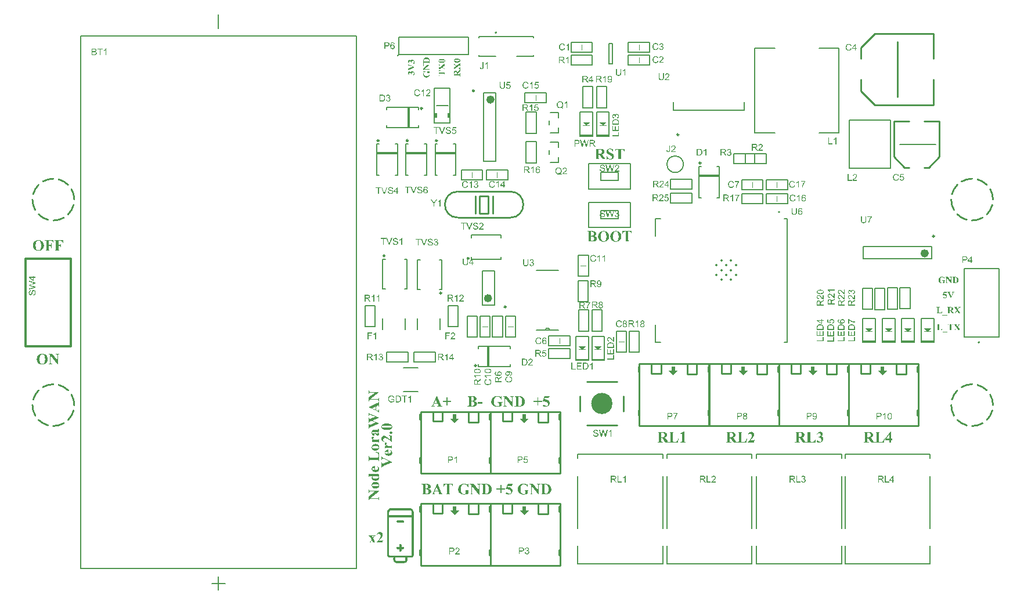
<source format=gbr>
%TF.GenerationSoftware,Altium Limited,Altium Designer,21.3.2 (30)*%
G04 Layer_Color=65535*
%FSLAX26Y26*%
%MOIN*%
%TF.SameCoordinates,FFAA3912-E1DC-4B59-95C2-56FC1F4E7B50*%
%TF.FilePolarity,Positive*%
%TF.FileFunction,Legend,Top*%
%TF.Part,Single*%
G01*
G75*
%TA.AperFunction,NonConductor*%
%ADD46C,0.010000*%
%ADD66C,0.009842*%
%ADD67C,0.007874*%
%ADD68R,0.018230X0.121055*%
%ADD87C,0.023622*%
%ADD88C,0.005000*%
%ADD89C,0.006000*%
%TA.AperFunction,OtherPad,Pad U6-40_9 (4058.606mil,1889.055mil)*%
%ADD90C,0.013780*%
%TA.AperFunction,OtherPad,Pad U6-40_4 (4113.724mil,1889.055mil)*%
%ADD91C,0.013780*%
%TA.AperFunction,OtherPad,Pad U6-40_6 (4086.165mil,1916.614mil)*%
%ADD92C,0.013780*%
%TA.AperFunction,OtherPad,Pad U6-40_7 (4086.165mil,1861.496mil)*%
%ADD93C,0.013780*%
%TA.AperFunction,OtherPad,Pad U6-40_3 (4113.724mil,1944.173mil)*%
%ADD94C,0.013780*%
%TA.AperFunction,OtherPad,Pad U6-40_5 (4113.724mil,1833.937mil)*%
%ADD95C,0.013780*%
%TA.AperFunction,OtherPad,Pad U6-40_8 (4058.606mil,1944.173mil)*%
%ADD96C,0.013780*%
%TA.AperFunction,OtherPad,Pad U6-40_10 (4058.606mil,1833.937mil)*%
%ADD97C,0.013780*%
%TA.AperFunction,OtherPad,Pad U6-40_1 (4141.283mil,1916.614mil)*%
%ADD98C,0.013780*%
%TA.AperFunction,OtherPad,Pad U6-40_2 (4141.283mil,1861.496mil)*%
%ADD99C,0.013780*%
%TA.AperFunction,OtherPad,Pad U6-40_11 (4031.047mil,1916.614mil)*%
%ADD100C,0.013780*%
%TA.AperFunction,OtherPad,Pad U6-40_12 (4031.047mil,1861.496mil)*%
%ADD101C,0.013780*%
%TA.AperFunction,NonConductor*%
%ADD102C,0.007000*%
%ADD103C,0.011811*%
%ADD104C,0.008000*%
%ADD105C,0.003937*%
%ADD106R,0.016000X0.026000*%
%ADD107R,0.013000X0.026000*%
%ADD108R,0.043123X0.003165*%
%ADD109R,0.072942X0.009915*%
%ADD110R,0.121055X0.018230*%
G36*
X3377834Y2720000D02*
X3355173Y2738784D01*
X3400655D01*
X3377834Y2720000D01*
D02*
G37*
G36*
X3284000D02*
X3261339Y2738784D01*
X3306821D01*
X3284000Y2720000D01*
D02*
G37*
G36*
X5241309Y1536251D02*
X5218648Y1555035D01*
X5264130D01*
X5241309Y1536251D01*
D02*
G37*
G36*
X5129976D02*
X5107315Y1555035D01*
X5152797D01*
X5129976Y1536251D01*
D02*
G37*
G36*
X5018642D02*
X4995982Y1555035D01*
X5041463D01*
X5018642Y1536251D01*
D02*
G37*
G36*
X4907309D02*
X4884648Y1555035D01*
X4930130D01*
X4907309Y1536251D01*
D02*
G37*
G36*
X3350834Y1432655D02*
X3328173Y1451439D01*
X3373655D01*
X3350834Y1432655D01*
D02*
G37*
G36*
X3259834D02*
X3237173Y1451439D01*
X3282655D01*
X3259834Y1432655D01*
D02*
G37*
G36*
X4994000Y1311000D02*
X5009000D01*
X4984000Y1286000D01*
X4959000Y1311000D01*
X4974000D01*
Y1336000D01*
X4994000D01*
Y1311000D01*
D02*
G37*
G36*
X4593500D02*
X4608500D01*
X4583500Y1286000D01*
X4558500Y1311000D01*
X4573500D01*
Y1336000D01*
X4593500D01*
Y1311000D01*
D02*
G37*
G36*
X4193000D02*
X4208000D01*
X4183000Y1286000D01*
X4158000Y1311000D01*
X4173000D01*
Y1336000D01*
X4193000D01*
Y1311000D01*
D02*
G37*
G36*
X3792500D02*
X3807500D01*
X3782500Y1286000D01*
X3757500Y1311000D01*
X3772500D01*
Y1336000D01*
X3792500D01*
Y1311000D01*
D02*
G37*
G36*
X3386664Y1177999D02*
X3386727Y1177963D01*
X3386800D01*
X3397270Y1173626D01*
X3397285Y1173612D01*
X3397305Y1173610D01*
X3397430Y1173467D01*
X3397563Y1173333D01*
Y1173320D01*
X3397742Y1173229D01*
X3397763Y1173250D01*
X3397789D01*
X3397808Y1173267D01*
X3397992Y1173250D01*
X3398177D01*
X3400399Y1172330D01*
X3400451Y1172278D01*
X3400522Y1172259D01*
X3412199Y1163299D01*
X3412236Y1163236D01*
X3412299Y1163199D01*
X3421260Y1151522D01*
X3421278Y1151451D01*
X3421330Y1151399D01*
X3426963Y1137800D01*
Y1137727D01*
X3426999Y1137664D01*
X3428921Y1123071D01*
X3428902Y1123000D01*
X3428921Y1122929D01*
X3426999Y1108336D01*
X3426963Y1108273D01*
Y1108200D01*
X3421330Y1094601D01*
X3421278Y1094549D01*
X3421260Y1094478D01*
X3412299Y1082801D01*
X3412236Y1082764D01*
X3412199Y1082701D01*
X3400521Y1073741D01*
X3400451Y1073722D01*
X3400399Y1073670D01*
X3386800Y1068037D01*
X3386727D01*
X3386664Y1068001D01*
X3372071Y1066079D01*
X3372000Y1066098D01*
X3371929Y1066079D01*
X3357336Y1068001D01*
X3357273Y1068037D01*
X3357200D01*
X3343601Y1073670D01*
X3343549Y1073722D01*
X3343479Y1073741D01*
X3331801Y1082701D01*
X3331764Y1082764D01*
X3331701Y1082801D01*
X3322740Y1094478D01*
X3322722Y1094549D01*
X3322670Y1094601D01*
X3317037Y1108200D01*
Y1108273D01*
X3317001Y1108336D01*
X3315079Y1122929D01*
X3315098Y1123000D01*
X3315079Y1123071D01*
X3317001Y1137664D01*
X3317037Y1137727D01*
Y1137800D01*
X3322670Y1151399D01*
X3322722Y1151451D01*
X3322740Y1151521D01*
X3331701Y1163199D01*
X3331764Y1163236D01*
X3331801Y1163299D01*
X3343479Y1172259D01*
X3343549Y1172278D01*
X3343601Y1172330D01*
X3357200Y1177963D01*
X3357273D01*
X3357336Y1177999D01*
X3371929Y1179921D01*
X3372000Y1179902D01*
X3372071Y1179921D01*
X3386664Y1177999D01*
D02*
G37*
G36*
X2937000Y1036000D02*
X2952000D01*
X2927000Y1011000D01*
X2902000Y1036000D01*
X2917000D01*
Y1061000D01*
X2937000D01*
Y1036000D01*
D02*
G37*
G36*
X2537000D02*
X2552000D01*
X2527000Y1011000D01*
X2502000Y1036000D01*
X2517000D01*
Y1061000D01*
X2537000D01*
Y1036000D01*
D02*
G37*
G36*
X2937000Y507000D02*
X2952000D01*
X2927000Y482000D01*
X2902000Y507000D01*
X2917000D01*
Y532000D01*
X2937000D01*
Y507000D01*
D02*
G37*
G36*
X2537000D02*
X2552000D01*
X2527000Y482000D01*
X2502000Y507000D01*
X2517000D01*
Y532000D01*
X2537000D01*
Y507000D01*
D02*
G37*
G36*
X2269798Y521544D02*
X2271909D01*
Y521192D01*
X2272964D01*
Y520840D01*
X2274723D01*
Y520489D01*
X2275075D01*
Y520137D01*
X2276482D01*
Y519785D01*
X2277186D01*
Y519433D01*
X2277537D01*
Y519082D01*
X2278593D01*
Y518730D01*
X2278945D01*
Y518378D01*
X2279648D01*
Y518026D01*
X2280352D01*
Y517674D01*
X2280704D01*
Y517322D01*
X2281407D01*
Y516971D01*
X2281759D01*
Y516619D01*
X2282463D01*
Y516267D01*
X2282814D01*
Y515915D01*
X2283166D01*
Y515563D01*
X2283518D01*
Y515212D01*
X2283870D01*
Y514860D01*
X2284222D01*
Y514508D01*
X2284573D01*
Y514156D01*
X2284925D01*
Y513805D01*
X2285277D01*
Y513453D01*
X2285629D01*
Y513101D01*
X2285981D01*
Y512749D01*
X2286332D01*
Y512046D01*
X2286684D01*
Y511694D01*
X2287036D01*
Y510990D01*
X2287388D01*
Y510639D01*
X2287740D01*
Y509935D01*
X2288091D01*
Y509583D01*
X2288443D01*
Y508880D01*
X2288795D01*
Y508176D01*
X2289147D01*
Y507824D01*
X2289498D01*
Y506769D01*
X2289850D01*
Y506065D01*
X2290202D01*
Y505010D01*
X2290554D01*
Y503603D01*
X2290906D01*
Y502547D01*
X2291257D01*
Y499733D01*
X2291609D01*
Y248906D01*
X2291257D01*
Y246795D01*
X2290906D01*
Y246091D01*
X2290554D01*
Y245388D01*
X2290202D01*
Y244684D01*
X2289850D01*
Y244332D01*
X2289498D01*
Y243277D01*
X2289147D01*
Y242925D01*
X2288795D01*
Y242573D01*
X2288443D01*
Y242221D01*
X2288091D01*
Y241870D01*
X2287740D01*
Y241518D01*
X2287388D01*
Y241166D01*
X2287036D01*
Y240814D01*
X2286684D01*
Y240463D01*
X2286332D01*
Y240111D01*
X2285629D01*
Y239759D01*
X2285277D01*
Y239407D01*
X2284573D01*
Y239055D01*
X2283518D01*
Y238704D01*
X2283166D01*
Y238352D01*
X2281759D01*
Y238000D01*
X2280000D01*
Y237648D01*
X2256430D01*
Y237296D01*
X2256078D01*
Y236945D01*
X2255726D01*
Y236241D01*
X2256078D01*
Y223928D01*
X2255726D01*
Y221114D01*
X2255375D01*
Y220411D01*
X2255023D01*
Y219003D01*
X2254671D01*
Y218300D01*
X2254319D01*
Y217244D01*
X2253968D01*
Y216541D01*
X2253616D01*
Y216189D01*
X2253264D01*
Y215485D01*
X2252912D01*
Y214782D01*
X2252560D01*
Y214430D01*
X2252209D01*
Y213726D01*
X2251857D01*
Y213375D01*
X2251505D01*
Y213023D01*
X2251153D01*
Y212671D01*
X2250801D01*
Y212319D01*
X2250450D01*
Y211968D01*
X2250098D01*
Y211616D01*
X2249746D01*
Y211264D01*
X2249394D01*
Y210912D01*
X2249042D01*
Y210560D01*
X2248691D01*
Y210208D01*
X2248339D01*
Y209857D01*
X2247987D01*
Y209505D01*
X2247283D01*
Y209153D01*
X2246932D01*
Y208801D01*
X2245876D01*
Y208450D01*
X2245524D01*
Y208098D01*
X2244821D01*
Y207746D01*
X2243765D01*
Y207394D01*
X2243062D01*
Y207042D01*
X2241655D01*
Y206691D01*
X2240599D01*
Y206339D01*
X2238489D01*
Y205987D01*
X2237433D01*
Y206339D01*
X2237081D01*
Y205987D01*
X2193459D01*
Y206339D01*
X2193108D01*
Y205987D01*
X2192052D01*
Y206339D01*
X2189941D01*
Y206691D01*
X2188886D01*
Y207042D01*
X2187479D01*
Y207394D01*
X2186775D01*
Y207746D01*
X2185720D01*
Y208098D01*
X2185016D01*
Y208450D01*
X2184664D01*
Y208801D01*
X2183609D01*
Y209153D01*
X2183257D01*
Y209505D01*
X2182554D01*
Y209857D01*
X2182202D01*
Y210208D01*
X2181850D01*
Y210560D01*
X2181498D01*
Y210912D01*
X2181147D01*
Y211264D01*
X2180795D01*
Y211616D01*
X2180443D01*
Y211968D01*
X2180091D01*
Y212319D01*
X2179740D01*
Y212671D01*
X2179388D01*
Y213023D01*
X2179036D01*
Y213375D01*
X2178684D01*
Y213726D01*
X2178332D01*
Y214430D01*
X2177981D01*
Y214782D01*
X2177629D01*
Y215485D01*
X2177277D01*
Y216189D01*
X2176925D01*
Y216541D01*
X2176573D01*
Y217244D01*
X2176222D01*
Y218300D01*
X2175870D01*
Y219003D01*
X2175518D01*
Y220411D01*
X2175166D01*
Y221114D01*
X2174814D01*
Y223928D01*
X2174463D01*
Y236241D01*
X2174814D01*
Y236945D01*
X2174463D01*
Y237296D01*
X2174111D01*
Y237648D01*
X2150541D01*
Y238000D01*
X2148782D01*
Y238352D01*
X2147375D01*
Y238704D01*
X2147023D01*
Y239055D01*
X2145968D01*
Y239407D01*
X2145264D01*
Y239759D01*
X2144912D01*
Y240111D01*
X2144209D01*
Y240463D01*
X2143857D01*
Y240814D01*
X2143505D01*
Y241166D01*
X2143153D01*
Y241518D01*
X2142801D01*
Y241870D01*
X2142450D01*
Y242221D01*
X2142098D01*
Y242573D01*
X2141746D01*
Y242925D01*
X2141394D01*
Y243277D01*
X2141042D01*
Y244332D01*
X2140691D01*
Y244684D01*
X2140339D01*
Y245388D01*
X2139987D01*
Y246091D01*
X2139635D01*
Y246795D01*
X2139283D01*
Y248906D01*
X2138932D01*
Y336853D01*
Y337205D01*
Y499733D01*
X2139283D01*
Y502547D01*
X2139635D01*
Y503603D01*
X2139987D01*
Y505010D01*
X2140339D01*
Y506065D01*
X2140691D01*
Y506769D01*
X2141042D01*
Y507824D01*
X2141394D01*
Y508176D01*
X2141746D01*
Y508880D01*
X2142098D01*
Y509583D01*
X2142450D01*
Y509935D01*
X2142801D01*
Y510639D01*
X2143153D01*
Y510990D01*
X2143505D01*
Y511694D01*
X2143857D01*
Y512046D01*
X2144209D01*
Y512749D01*
X2144560D01*
Y513101D01*
X2144912D01*
Y513453D01*
X2145264D01*
Y513805D01*
X2145616D01*
Y514156D01*
X2145968D01*
Y514508D01*
X2146319D01*
Y514860D01*
X2146671D01*
Y515212D01*
X2147023D01*
Y515563D01*
X2147375D01*
Y515915D01*
X2147726D01*
Y516267D01*
X2148078D01*
Y516619D01*
X2148782D01*
Y516971D01*
X2149134D01*
Y517322D01*
X2149837D01*
Y517674D01*
X2150189D01*
Y518026D01*
X2150892D01*
Y518378D01*
X2151596D01*
Y518730D01*
X2151948D01*
Y519082D01*
X2152651D01*
Y519433D01*
X2153355D01*
Y519785D01*
X2154059D01*
Y520137D01*
X2155466D01*
Y520489D01*
X2155818D01*
Y520840D01*
X2157577D01*
Y521192D01*
X2158632D01*
Y521544D01*
X2160743D01*
Y521896D01*
X2269798D01*
Y521544D01*
D02*
G37*
G36*
X2795577Y1145175D02*
X2794005D01*
Y1145268D01*
X2793912Y1145545D01*
X2793727Y1146008D01*
X2793450Y1146563D01*
X2793173Y1147303D01*
X2792802Y1148135D01*
X2791785Y1150078D01*
X2790582Y1152113D01*
X2789010Y1154333D01*
X2787253Y1156368D01*
X2786235Y1157385D01*
X2785125Y1158218D01*
X2785032Y1158310D01*
X2784847Y1158403D01*
X2784570Y1158680D01*
X2784108Y1158958D01*
X2783552Y1159235D01*
X2782905Y1159698D01*
X2782165Y1160068D01*
X2781332Y1160530D01*
X2779390Y1161363D01*
X2777170Y1162010D01*
X2774858Y1162565D01*
X2773562Y1162658D01*
X2772267Y1162750D01*
X2771620D01*
X2771157Y1162658D01*
X2770602D01*
X2769863Y1162565D01*
X2768383Y1162288D01*
X2766532Y1161825D01*
X2764682Y1161178D01*
X2762832Y1160253D01*
X2761075Y1158958D01*
X2760983D01*
X2760890Y1158773D01*
X2760335Y1158218D01*
X2759595Y1157385D01*
X2758670Y1156183D01*
X2757560Y1154703D01*
X2756543Y1152945D01*
X2755617Y1150818D01*
X2754785Y1148413D01*
Y1148320D01*
X2754693Y1148135D01*
X2754600Y1147765D01*
X2754508Y1147303D01*
X2754323Y1146655D01*
X2754230Y1145915D01*
X2754045Y1145083D01*
X2753860Y1144158D01*
X2753490Y1142123D01*
X2753213Y1139810D01*
X2753028Y1137313D01*
X2752935Y1134630D01*
Y1134538D01*
Y1134260D01*
Y1133798D01*
Y1133150D01*
X2753028Y1132410D01*
Y1131578D01*
X2753120Y1130560D01*
X2753213Y1129543D01*
X2753398Y1127138D01*
X2753767Y1124640D01*
X2754323Y1122050D01*
X2754970Y1119553D01*
Y1119460D01*
X2755062Y1119275D01*
X2755155Y1118905D01*
X2755340Y1118535D01*
X2755617Y1117980D01*
X2755895Y1117333D01*
X2756543Y1115945D01*
X2757468Y1114373D01*
X2758577Y1112800D01*
X2759872Y1111320D01*
X2761445Y1110025D01*
X2761537D01*
X2761630Y1109933D01*
X2761907Y1109748D01*
X2762278Y1109563D01*
X2763202Y1109100D01*
X2764497Y1108545D01*
X2766070Y1107990D01*
X2767920Y1107528D01*
X2769955Y1107158D01*
X2772175Y1107065D01*
X2773008D01*
X2773562Y1107158D01*
X2774210D01*
X2774950Y1107250D01*
X2776523Y1107528D01*
X2776615D01*
X2776892Y1107620D01*
X2777355Y1107713D01*
X2778003Y1107898D01*
X2778650Y1108083D01*
X2779483Y1108268D01*
X2781240Y1108823D01*
Y1121310D01*
Y1121495D01*
Y1121865D01*
Y1122513D01*
X2781148Y1123160D01*
Y1123993D01*
X2781055Y1124733D01*
X2780870Y1125380D01*
X2780685Y1125843D01*
Y1125935D01*
X2780593Y1126028D01*
X2780222Y1126490D01*
X2779668Y1127045D01*
X2779205Y1127415D01*
X2778650Y1127693D01*
X2778557D01*
X2778372Y1127878D01*
X2778095Y1127970D01*
X2777633Y1128155D01*
X2777077Y1128340D01*
X2776523Y1128433D01*
X2775043Y1128618D01*
X2773562D01*
Y1130190D01*
X2802608D01*
Y1128618D01*
X2802423D01*
X2802052Y1128525D01*
X2801497D01*
X2800758Y1128433D01*
X2799185Y1128063D01*
X2798537Y1127878D01*
X2797890Y1127600D01*
X2797798D01*
X2797705Y1127508D01*
X2797150Y1127045D01*
X2796503Y1126398D01*
X2795948Y1125380D01*
X2795855Y1125195D01*
Y1124918D01*
X2795762Y1124548D01*
X2795670Y1123993D01*
Y1123345D01*
X2795577Y1122420D01*
Y1121310D01*
Y1108823D01*
X2795485D01*
X2795300Y1108730D01*
X2795023Y1108545D01*
X2794560Y1108453D01*
X2794097Y1108175D01*
X2793450Y1107990D01*
X2791970Y1107435D01*
X2790120Y1106788D01*
X2788085Y1106140D01*
X2785957Y1105585D01*
X2783645Y1105030D01*
X2783552D01*
X2783367Y1104938D01*
X2782997D01*
X2782535Y1104845D01*
X2781980Y1104753D01*
X2781332Y1104660D01*
X2780593Y1104475D01*
X2779760Y1104383D01*
X2777818Y1104105D01*
X2775597Y1103920D01*
X2773285Y1103828D01*
X2770787Y1103735D01*
X2769400D01*
X2768660Y1103828D01*
X2767827D01*
X2766903Y1103920D01*
X2765885Y1104013D01*
X2763665Y1104290D01*
X2761352Y1104660D01*
X2758948Y1105215D01*
X2756727Y1105955D01*
X2756635D01*
X2756450Y1106048D01*
X2756173Y1106233D01*
X2755802Y1106418D01*
X2754693Y1106880D01*
X2753398Y1107620D01*
X2751825Y1108453D01*
X2750160Y1109470D01*
X2748495Y1110673D01*
X2746830Y1112060D01*
Y1112153D01*
X2746645Y1112245D01*
X2746090Y1112708D01*
X2745350Y1113540D01*
X2744425Y1114558D01*
X2743315Y1115853D01*
X2742205Y1117240D01*
X2741095Y1118813D01*
X2740077Y1120570D01*
Y1120663D01*
X2739985Y1120848D01*
X2739800Y1121218D01*
X2739615Y1121680D01*
X2739338Y1122235D01*
X2739153Y1122883D01*
X2738875Y1123715D01*
X2738597Y1124548D01*
X2737950Y1126583D01*
X2737488Y1128895D01*
X2737117Y1131393D01*
X2737025Y1134168D01*
Y1134353D01*
Y1134815D01*
X2737117Y1135463D01*
X2737210Y1136388D01*
X2737302Y1137590D01*
X2737488Y1138978D01*
X2737858Y1140458D01*
X2738227Y1142123D01*
X2738690Y1143788D01*
X2739338Y1145638D01*
X2740077Y1147580D01*
X2741003Y1149430D01*
X2742113Y1151373D01*
X2743315Y1153315D01*
X2744795Y1155165D01*
X2746460Y1156923D01*
X2746552Y1157015D01*
X2746923Y1157293D01*
X2747477Y1157755D01*
X2748218Y1158403D01*
X2749142Y1159050D01*
X2750253Y1159883D01*
X2751548Y1160715D01*
X2753028Y1161640D01*
X2754693Y1162473D01*
X2756450Y1163305D01*
X2758485Y1164138D01*
X2760520Y1164785D01*
X2762832Y1165433D01*
X2765145Y1165895D01*
X2767735Y1166173D01*
X2770325Y1166265D01*
X2771898D01*
X2773008Y1166173D01*
X2774210Y1166080D01*
X2775597Y1165988D01*
X2778372Y1165525D01*
X2778465D01*
X2778742Y1165433D01*
X2779205Y1165340D01*
X2779852Y1165155D01*
X2780778Y1164878D01*
X2781795Y1164508D01*
X2783090Y1164045D01*
X2784570Y1163490D01*
X2784662D01*
X2784755Y1163398D01*
X2785310Y1163213D01*
X2785957Y1163028D01*
X2786883Y1162750D01*
X2787715Y1162380D01*
X2788548Y1162195D01*
X2789287Y1162010D01*
X2789750Y1161918D01*
X2789935D01*
X2790490Y1162010D01*
X2791230Y1162288D01*
X2791970Y1162750D01*
X2792062Y1162843D01*
X2792155Y1162935D01*
X2792340Y1163213D01*
X2792617Y1163583D01*
X2792988Y1164045D01*
X2793265Y1164600D01*
X2793635Y1165340D01*
X2794005Y1166265D01*
X2795577D01*
Y1145175D01*
D02*
G37*
G36*
X2866432Y1163305D02*
X2866247D01*
X2865785Y1163213D01*
X2865137Y1163120D01*
X2864305Y1162935D01*
X2862640Y1162473D01*
X2861807Y1162195D01*
X2861253Y1161918D01*
X2861160D01*
X2861068Y1161733D01*
X2860512Y1161363D01*
X2859865Y1160530D01*
X2859495Y1160068D01*
X2859218Y1159420D01*
Y1159328D01*
X2859125Y1159143D01*
X2859032Y1158680D01*
X2858940Y1158033D01*
X2858755Y1157200D01*
X2858662Y1156183D01*
X2858570Y1154980D01*
Y1153500D01*
Y1103735D01*
X2856997D01*
X2816852Y1153500D01*
Y1115483D01*
Y1115390D01*
Y1115298D01*
Y1115020D01*
Y1114650D01*
X2816945Y1113725D01*
X2817130Y1112708D01*
X2817407Y1111505D01*
X2817870Y1110303D01*
X2818425Y1109285D01*
X2819165Y1108453D01*
X2819258Y1108360D01*
X2819535Y1108175D01*
X2820090Y1107898D01*
X2820738Y1107620D01*
X2821477Y1107250D01*
X2822403Y1106973D01*
X2823420Y1106788D01*
X2824530Y1106695D01*
X2826010D01*
Y1105123D01*
X2804827D01*
Y1106695D01*
X2805660D01*
X2806492Y1106788D01*
X2807510Y1106973D01*
X2808620Y1107158D01*
X2809823Y1107528D01*
X2810840Y1107990D01*
X2811673Y1108638D01*
X2811765Y1108730D01*
X2811950Y1109008D01*
X2812320Y1109563D01*
X2812690Y1110303D01*
X2812968Y1111228D01*
X2813338Y1112430D01*
X2813523Y1113818D01*
X2813615Y1115483D01*
Y1157663D01*
X2812320Y1159235D01*
X2812227Y1159328D01*
X2812043Y1159605D01*
X2811673Y1160068D01*
X2811210Y1160530D01*
X2810100Y1161548D01*
X2809452Y1162010D01*
X2808898Y1162380D01*
X2808805D01*
X2808620Y1162473D01*
X2808343Y1162658D01*
X2807880Y1162843D01*
X2807233Y1162935D01*
X2806585Y1163120D01*
X2805753Y1163213D01*
X2804735Y1163305D01*
Y1164878D01*
X2825918D01*
X2855332Y1127785D01*
Y1153500D01*
Y1153593D01*
Y1153778D01*
Y1154055D01*
Y1154333D01*
X2855240Y1155258D01*
X2855148Y1156460D01*
X2854963Y1157663D01*
X2854685Y1158865D01*
X2854315Y1159975D01*
X2853760Y1160808D01*
X2853668Y1160900D01*
X2853390Y1161178D01*
X2852835Y1161640D01*
X2852095Y1162103D01*
X2851077Y1162473D01*
X2849875Y1162935D01*
X2848488Y1163213D01*
X2846730Y1163305D01*
Y1164878D01*
X2866432D01*
Y1163305D01*
D02*
G37*
G36*
X2686150Y1121310D02*
X2660435Y1121310D01*
Y1130467D01*
X2686150Y1130468D01*
Y1121310D01*
D02*
G37*
G36*
X3007495Y1137960D02*
X3028677D01*
Y1132133D01*
X3007495D01*
Y1111135D01*
X3001852D01*
Y1132133D01*
X2980670D01*
Y1137960D01*
X3001852D01*
Y1159143D01*
X3007495D01*
Y1137960D01*
D02*
G37*
G36*
X2484963Y1137960D02*
X2506145D01*
Y1132132D01*
X2484963D01*
Y1111135D01*
X2479320D01*
Y1132132D01*
X2458137D01*
Y1137960D01*
X2479320D01*
Y1159142D01*
X2484963D01*
Y1137960D01*
D02*
G37*
G36*
X3067620Y1153500D02*
X3044032D01*
X3041905Y1147580D01*
X3042552D01*
X3043385Y1147488D01*
X3044403Y1147395D01*
X3045698Y1147210D01*
X3047085Y1147025D01*
X3048750Y1146748D01*
X3050508Y1146378D01*
X3052358Y1146008D01*
X3054207Y1145453D01*
X3056150Y1144805D01*
X3058093Y1144065D01*
X3060035Y1143233D01*
X3061885Y1142308D01*
X3063642Y1141198D01*
X3065215Y1139995D01*
X3065307Y1139903D01*
X3065492Y1139718D01*
X3065863Y1139440D01*
X3066233Y1138978D01*
X3066787Y1138423D01*
X3067343Y1137683D01*
X3067990Y1136943D01*
X3068637Y1136018D01*
X3069193Y1135000D01*
X3069840Y1133890D01*
X3070950Y1131485D01*
X3071320Y1130098D01*
X3071690Y1128618D01*
X3071875Y1127138D01*
X3071968Y1125565D01*
Y1125473D01*
Y1125288D01*
Y1125010D01*
Y1124640D01*
X3071875Y1124178D01*
X3071782Y1123530D01*
X3071597Y1122143D01*
X3071227Y1120570D01*
X3070673Y1118720D01*
X3069840Y1116778D01*
X3068823Y1114835D01*
Y1114743D01*
X3068637Y1114650D01*
X3068452Y1114373D01*
X3068267Y1114003D01*
X3067528Y1112985D01*
X3066510Y1111875D01*
X3065307Y1110488D01*
X3063735Y1109193D01*
X3061977Y1107898D01*
X3059943Y1106695D01*
X3059850D01*
X3059665Y1106603D01*
X3059387Y1106418D01*
X3058925Y1106233D01*
X3058463Y1106048D01*
X3057815Y1105863D01*
X3056242Y1105308D01*
X3054485Y1104845D01*
X3052358Y1104383D01*
X3050045Y1104013D01*
X3047548Y1103920D01*
X3046345D01*
X3045698Y1104013D01*
X3045050Y1104105D01*
X3043385Y1104290D01*
X3041628Y1104568D01*
X3039685Y1105030D01*
X3037927Y1105678D01*
X3036262Y1106603D01*
X3036170Y1106695D01*
X3035892Y1106973D01*
X3035430Y1107343D01*
X3034968Y1107898D01*
X3034412Y1108545D01*
X3034043Y1109285D01*
X3033673Y1110118D01*
X3033580Y1111043D01*
Y1111135D01*
Y1111320D01*
X3033673Y1111690D01*
X3033765Y1112153D01*
X3033950Y1112708D01*
X3034135Y1113263D01*
X3034505Y1113818D01*
X3034968Y1114373D01*
X3035060Y1114465D01*
X3035245Y1114650D01*
X3035523Y1114835D01*
X3035985Y1115113D01*
X3037003Y1115668D01*
X3037650Y1115760D01*
X3038298Y1115853D01*
X3038945D01*
X3039407Y1115760D01*
X3040517Y1115575D01*
X3041812Y1115113D01*
X3041905D01*
X3042182Y1114928D01*
X3042552Y1114743D01*
X3043200Y1114373D01*
X3044032Y1113910D01*
X3045050Y1113263D01*
X3046345Y1112430D01*
X3047825Y1111413D01*
X3047918Y1111320D01*
X3048287Y1111135D01*
X3048750Y1110765D01*
X3049398Y1110395D01*
X3050878Y1109563D01*
X3051710Y1109193D01*
X3052450Y1108823D01*
X3052543D01*
X3052727Y1108730D01*
X3053005Y1108638D01*
X3053375D01*
X3054392Y1108453D01*
X3055595Y1108360D01*
X3056242D01*
X3056890Y1108545D01*
X3057722Y1108730D01*
X3058648Y1109008D01*
X3059665Y1109470D01*
X3060682Y1110118D01*
X3061700Y1110950D01*
X3061793Y1111043D01*
X3062070Y1111413D01*
X3062532Y1111968D01*
X3062995Y1112800D01*
X3063457Y1113725D01*
X3063920Y1114743D01*
X3064198Y1116038D01*
X3064290Y1117333D01*
Y1117425D01*
Y1117703D01*
X3064198Y1118073D01*
Y1118628D01*
X3064012Y1119275D01*
X3063920Y1120015D01*
X3063365Y1121773D01*
X3062903Y1122790D01*
X3062440Y1123715D01*
X3061793Y1124825D01*
X3061052Y1125843D01*
X3060128Y1126860D01*
X3059110Y1127878D01*
X3057907Y1128895D01*
X3056520Y1129820D01*
X3056427Y1129913D01*
X3056150Y1130005D01*
X3055688Y1130283D01*
X3055133Y1130560D01*
X3054392Y1130930D01*
X3053468Y1131393D01*
X3052358Y1131855D01*
X3051155Y1132318D01*
X3049767Y1132688D01*
X3048287Y1133150D01*
X3046715Y1133613D01*
X3044957Y1133983D01*
X3043108Y1134260D01*
X3041165Y1134538D01*
X3039130Y1134630D01*
X3036910Y1134723D01*
X3033395D01*
X3044125Y1164878D01*
X3072060D01*
X3067620Y1153500D01*
D02*
G37*
G36*
X2899177Y1164785D02*
X2900195Y1164693D01*
X2901398Y1164600D01*
X2902693Y1164508D01*
X2905375Y1164138D01*
X2908242Y1163675D01*
X2911110Y1162935D01*
X2912405Y1162473D01*
X2913700Y1161918D01*
X2913793D01*
X2914070Y1161733D01*
X2914440Y1161548D01*
X2914995Y1161270D01*
X2915735Y1160900D01*
X2916475Y1160438D01*
X2918233Y1159235D01*
X2920175Y1157663D01*
X2922210Y1155813D01*
X2924153Y1153593D01*
X2924985Y1152390D01*
X2925818Y1151095D01*
X2925910Y1151003D01*
X2926003Y1150725D01*
X2926188Y1150355D01*
X2926465Y1149800D01*
X2926742Y1149153D01*
X2927113Y1148320D01*
X2927483Y1147395D01*
X2927945Y1146378D01*
X2928315Y1145175D01*
X2928685Y1143973D01*
X2929332Y1141198D01*
X2929795Y1138145D01*
X2929980Y1136480D01*
Y1134815D01*
Y1134723D01*
Y1134538D01*
Y1134168D01*
Y1133705D01*
X2929887Y1133150D01*
Y1132503D01*
X2929702Y1130930D01*
X2929517Y1129173D01*
X2929148Y1127230D01*
X2928593Y1125195D01*
X2927945Y1123160D01*
Y1123068D01*
X2927852Y1122975D01*
X2927760Y1122698D01*
X2927575Y1122328D01*
X2927113Y1121310D01*
X2926557Y1120108D01*
X2925725Y1118720D01*
X2924892Y1117240D01*
X2923875Y1115760D01*
X2922673Y1114373D01*
X2922488Y1114188D01*
X2922117Y1113818D01*
X2921470Y1113170D01*
X2920545Y1112430D01*
X2919435Y1111505D01*
X2918140Y1110580D01*
X2916753Y1109655D01*
X2915180Y1108823D01*
X2914995Y1108730D01*
X2914440Y1108453D01*
X2913515Y1108083D01*
X2912312Y1107620D01*
X2910832Y1107158D01*
X2909168Y1106603D01*
X2907133Y1106048D01*
X2905005Y1105585D01*
X2904912D01*
X2904543Y1105493D01*
X2903895Y1105400D01*
X2902970D01*
X2901767Y1105308D01*
X2900287Y1105215D01*
X2898530Y1105123D01*
X2869855D01*
Y1106695D01*
X2872722D01*
X2873278Y1106788D01*
X2874573Y1106973D01*
X2875220Y1107158D01*
X2875775Y1107435D01*
X2875867D01*
X2875960Y1107620D01*
X2876515Y1107990D01*
X2877255Y1108730D01*
X2877810Y1109655D01*
Y1109748D01*
X2877903Y1109840D01*
X2877995Y1110210D01*
X2878088Y1110673D01*
Y1111413D01*
X2878180Y1112430D01*
X2878273Y1113725D01*
Y1115298D01*
Y1154703D01*
Y1154795D01*
Y1154888D01*
Y1155443D01*
Y1156183D01*
X2878180Y1157108D01*
Y1158033D01*
X2878088Y1158958D01*
X2877903Y1159790D01*
X2877718Y1160345D01*
Y1160438D01*
X2877625Y1160530D01*
X2877347Y1161085D01*
X2876700Y1161733D01*
X2876330Y1162103D01*
X2875775Y1162380D01*
X2875682D01*
X2875497Y1162565D01*
X2875220Y1162658D01*
X2874758Y1162843D01*
X2874202Y1163028D01*
X2873463Y1163120D01*
X2872722Y1163305D01*
X2869855D01*
Y1164878D01*
X2898253D01*
X2899177Y1164785D01*
D02*
G37*
G36*
X2631020Y1164785D02*
X2632037D01*
X2633055Y1164693D01*
X2634165D01*
X2636570Y1164415D01*
X2638975Y1164138D01*
X2640085Y1163860D01*
X2641195Y1163675D01*
X2642213Y1163398D01*
X2643045Y1163027D01*
X2643137D01*
X2643230Y1162935D01*
X2643785Y1162658D01*
X2644525Y1162287D01*
X2645450Y1161640D01*
X2646560Y1160900D01*
X2647670Y1159882D01*
X2648780Y1158773D01*
X2649798Y1157477D01*
X2649890Y1157293D01*
X2650168Y1156830D01*
X2650630Y1156090D01*
X2651093Y1155165D01*
X2651463Y1154055D01*
X2651925Y1152760D01*
X2652202Y1151280D01*
X2652295Y1149800D01*
Y1149707D01*
Y1149615D01*
X2652202Y1149060D01*
X2652110Y1148227D01*
X2651925Y1147210D01*
X2651463Y1146007D01*
X2650907Y1144713D01*
X2650168Y1143325D01*
X2649057Y1142030D01*
X2648872Y1141845D01*
X2648410Y1141475D01*
X2647670Y1140920D01*
X2647115Y1140550D01*
X2646468Y1140088D01*
X2645820Y1139717D01*
X2644988Y1139255D01*
X2644062Y1138885D01*
X2643045Y1138422D01*
X2641935Y1137960D01*
X2640733Y1137590D01*
X2639438Y1137128D01*
X2637957Y1136757D01*
X2638050D01*
X2638327Y1136665D01*
X2638790Y1136572D01*
X2639345Y1136388D01*
X2640085Y1136203D01*
X2640825Y1135925D01*
X2642675Y1135370D01*
X2644710Y1134723D01*
X2646745Y1133890D01*
X2648503Y1132965D01*
X2649335Y1132503D01*
X2650075Y1131947D01*
X2650168D01*
X2650260Y1131763D01*
X2650815Y1131207D01*
X2651648Y1130375D01*
X2652573Y1129172D01*
X2653497Y1127693D01*
X2654330Y1125935D01*
X2654885Y1123900D01*
X2654977Y1122790D01*
X2655070Y1121588D01*
Y1121495D01*
Y1121310D01*
Y1120940D01*
X2654977Y1120477D01*
X2654885Y1119922D01*
X2654793Y1119182D01*
X2654423Y1117703D01*
X2653775Y1115852D01*
X2653312Y1114928D01*
X2652758Y1114003D01*
X2652110Y1113078D01*
X2651463Y1112152D01*
X2650537Y1111227D01*
X2649613Y1110395D01*
X2649520Y1110303D01*
X2649335Y1110210D01*
X2648872Y1109932D01*
X2648410Y1109562D01*
X2647670Y1109193D01*
X2646838Y1108730D01*
X2645820Y1108267D01*
X2644710Y1107805D01*
X2643415Y1107250D01*
X2641935Y1106787D01*
X2640363Y1106325D01*
X2638605Y1105955D01*
X2636755Y1105585D01*
X2634720Y1105307D01*
X2632593Y1105215D01*
X2630280Y1105122D01*
X2599847D01*
Y1106695D01*
X2601235D01*
X2602160Y1106787D01*
X2604010Y1106973D01*
X2604843Y1107158D01*
X2605490Y1107435D01*
X2605582D01*
X2605767Y1107527D01*
X2606323Y1107990D01*
X2606970Y1108545D01*
X2607525Y1109378D01*
Y1109470D01*
X2607617Y1109655D01*
X2607710Y1110025D01*
X2607895Y1110672D01*
X2607988Y1111505D01*
X2608080Y1112523D01*
X2608173Y1113910D01*
Y1115575D01*
Y1154425D01*
Y1154517D01*
Y1154610D01*
Y1155165D01*
Y1155997D01*
X2608080Y1157015D01*
X2607988Y1158033D01*
X2607895Y1158957D01*
X2607710Y1159882D01*
X2607525Y1160438D01*
Y1160530D01*
X2607432Y1160622D01*
X2607062Y1161178D01*
X2606415Y1161825D01*
X2605490Y1162473D01*
X2605398D01*
X2605213Y1162565D01*
X2604843Y1162750D01*
X2604195Y1162935D01*
X2603455Y1163027D01*
X2602530Y1163213D01*
X2601327Y1163305D01*
X2599847D01*
Y1164878D01*
X2630188D01*
X2631020Y1164785D01*
D02*
G37*
G36*
X2446020Y1117055D02*
Y1116963D01*
X2446113Y1116777D01*
X2446298Y1116408D01*
X2446575Y1115945D01*
X2446760Y1115390D01*
X2447130Y1114743D01*
X2447778Y1113355D01*
X2448610Y1111783D01*
X2449443Y1110395D01*
X2450275Y1109193D01*
X2450738Y1108638D01*
X2451108Y1108267D01*
X2451200Y1108175D01*
X2451385Y1108082D01*
X2451755Y1107805D01*
X2452218Y1107527D01*
X2452773Y1107250D01*
X2453512Y1107065D01*
X2454345Y1106787D01*
X2455363Y1106695D01*
Y1105122D01*
X2426410D01*
Y1106695D01*
X2428168D01*
X2428815Y1106787D01*
X2429555D01*
X2431128Y1107065D01*
X2431867Y1107342D01*
X2432515Y1107620D01*
X2432608D01*
X2432700Y1107805D01*
X2433070Y1108175D01*
X2433347Y1108822D01*
X2433532Y1109193D01*
Y1109655D01*
Y1109840D01*
Y1110210D01*
X2433440Y1110672D01*
X2433255Y1111320D01*
Y1111412D01*
X2433162Y1111598D01*
X2433070Y1111875D01*
X2432885Y1112338D01*
X2432608Y1112892D01*
X2432330Y1113632D01*
X2431867Y1114650D01*
X2428630Y1122142D01*
X2407725D01*
X2405135Y1116315D01*
X2405043Y1116223D01*
X2404950Y1115852D01*
X2404765Y1115297D01*
X2404580Y1114557D01*
X2404117Y1112985D01*
X2404025Y1112152D01*
X2403932Y1111412D01*
Y1111320D01*
Y1111043D01*
X2404025Y1110580D01*
X2404210Y1110025D01*
X2404395Y1109378D01*
X2404765Y1108822D01*
X2405320Y1108175D01*
X2405968Y1107713D01*
X2406060D01*
X2406245Y1107620D01*
X2406615Y1107435D01*
X2407170Y1107342D01*
X2407910Y1107158D01*
X2408927Y1106973D01*
X2410222Y1106787D01*
X2411795Y1106695D01*
Y1105122D01*
X2391907D01*
Y1106695D01*
X2392093D01*
X2392463Y1106787D01*
X2393017Y1106973D01*
X2393758Y1107158D01*
X2394590Y1107527D01*
X2395515Y1107990D01*
X2396347Y1108545D01*
X2397180Y1109285D01*
X2397273Y1109378D01*
X2397550Y1109747D01*
X2398012Y1110395D01*
X2398660Y1111227D01*
X2399400Y1112523D01*
X2399770Y1113263D01*
X2400233Y1114095D01*
X2400787Y1115020D01*
X2401250Y1116037D01*
X2401805Y1117148D01*
X2402360Y1118350D01*
X2423727Y1166080D01*
X2424560D01*
X2446020Y1117055D01*
D02*
G37*
G36*
X5034391Y921655D02*
X5039848D01*
Y912497D01*
X5034391D01*
Y899085D01*
X5022273D01*
Y912497D01*
X5000628D01*
Y921655D01*
X5028933Y960042D01*
X5034391D01*
Y921655D01*
D02*
G37*
G36*
X4971860Y957267D02*
X4968716D01*
X4968253Y957175D01*
X4967698D01*
X4966310Y956805D01*
X4965663Y956620D01*
X4965016Y956250D01*
X4964831Y956157D01*
X4964368Y955787D01*
X4963813Y955140D01*
X4963258Y954215D01*
Y954122D01*
X4963166Y953937D01*
X4963073Y953660D01*
Y953105D01*
X4962980Y952365D01*
X4962888Y951440D01*
X4962796Y950145D01*
Y948665D01*
Y910462D01*
Y910370D01*
Y910277D01*
Y909722D01*
Y908982D01*
X4962888Y908057D01*
Y907040D01*
X4962980Y906115D01*
X4963073Y905282D01*
X4963258Y904635D01*
Y904542D01*
X4963350Y904450D01*
X4963721Y903895D01*
X4964368Y903340D01*
X4964831Y903062D01*
X4965386Y902785D01*
X4965478D01*
X4965570Y902692D01*
X4965940D01*
X4966403Y902600D01*
X4967143Y902507D01*
X4968068D01*
X4969178Y902415D01*
X4976485D01*
X4977318Y902507D01*
X4978428Y902600D01*
X4979631Y902785D01*
X4980926Y903155D01*
X4982313Y903525D01*
X4983516Y904080D01*
X4983700Y904172D01*
X4984070Y904357D01*
X4984626Y904820D01*
X4985365Y905375D01*
X4986198Y906115D01*
X4987123Y907040D01*
X4988048Y908057D01*
X4988973Y909352D01*
X4989065Y909537D01*
X4989343Y910000D01*
X4989806Y910832D01*
X4990360Y912035D01*
X4991100Y913515D01*
X4991841Y915365D01*
X4992581Y917492D01*
X4993413Y919990D01*
X4995263D01*
X4993043Y899085D01*
X4940041D01*
Y900657D01*
X4942445D01*
X4942908Y900750D01*
X4943463D01*
X4944850Y901027D01*
X4945498Y901305D01*
X4946145Y901582D01*
X4946238D01*
X4946331Y901675D01*
X4946793Y902045D01*
X4947440Y902692D01*
X4947903Y903617D01*
Y903710D01*
X4947995Y903895D01*
X4948088Y904172D01*
X4948181Y904727D01*
X4948273Y905467D01*
X4948365Y906485D01*
X4948458Y907687D01*
Y909260D01*
Y948665D01*
Y948757D01*
Y948850D01*
Y949405D01*
Y950145D01*
X4948365Y951070D01*
Y951995D01*
X4948273Y952920D01*
X4948088Y953752D01*
X4947903Y954307D01*
Y954400D01*
X4947810Y954492D01*
X4947533Y955047D01*
X4946886Y955695D01*
X4946516Y956065D01*
X4945961Y956342D01*
X4945868D01*
X4945683Y956527D01*
X4945405Y956620D01*
X4944943Y956805D01*
X4944388Y956990D01*
X4943648Y957082D01*
X4942908Y957267D01*
X4940041D01*
Y958840D01*
X4971860D01*
Y957267D01*
D02*
G37*
G36*
X4906370Y958747D02*
X4907480D01*
X4908683Y958655D01*
X4911273Y958470D01*
X4913956Y958192D01*
X4916360Y957822D01*
X4917471Y957545D01*
X4918488Y957267D01*
X4918581D01*
X4918673Y957175D01*
X4918950Y957082D01*
X4919320Y956990D01*
X4920245Y956620D01*
X4921448Y956065D01*
X4922743Y955232D01*
X4924131Y954307D01*
X4925426Y953105D01*
X4926721Y951717D01*
X4926905Y951532D01*
X4927275Y950977D01*
X4927738Y950145D01*
X4928386Y949035D01*
X4928940Y947647D01*
X4929495Y946075D01*
X4929865Y944225D01*
X4929958Y942282D01*
Y942190D01*
Y942005D01*
Y941635D01*
X4929865Y941172D01*
X4929773Y940617D01*
X4929681Y939970D01*
X4929403Y938490D01*
X4928756Y936732D01*
X4927923Y934882D01*
X4927368Y933957D01*
X4926721Y933125D01*
X4925980Y932200D01*
X4925148Y931367D01*
X4924963Y931275D01*
X4924593Y930905D01*
X4923853Y930442D01*
X4922928Y929795D01*
X4921725Y929147D01*
X4920245Y928407D01*
X4918581Y927760D01*
X4916638Y927205D01*
X4930975Y907040D01*
X4931068Y906855D01*
X4931438Y906392D01*
X4931900Y905745D01*
X4932548Y905005D01*
X4933195Y904172D01*
X4933843Y903340D01*
X4934398Y902600D01*
X4934953Y902137D01*
X4935046Y902045D01*
X4935323Y901952D01*
X4935693Y901767D01*
X4936155Y901490D01*
X4936803Y901212D01*
X4937543Y901027D01*
X4938376Y900842D01*
X4939208Y900750D01*
Y899085D01*
X4920338D01*
X4901098Y926280D01*
X4897213D01*
Y909445D01*
Y909352D01*
Y909260D01*
Y908705D01*
Y907872D01*
X4897306Y906855D01*
Y905837D01*
X4897490Y904820D01*
X4897583Y903987D01*
X4897768Y903340D01*
Y903247D01*
X4897860Y903155D01*
X4898230Y902692D01*
X4898878Y902045D01*
X4899803Y901397D01*
X4899895D01*
X4900081Y901305D01*
X4900543Y901212D01*
X4901098Y901027D01*
X4901931Y900935D01*
X4902855Y900750D01*
X4904058Y900657D01*
X4905538D01*
Y899085D01*
X4874921D01*
Y900657D01*
X4876308D01*
X4877233Y900750D01*
X4879083Y900935D01*
X4879916Y901120D01*
X4880563Y901397D01*
X4880655D01*
X4880841Y901490D01*
X4881395Y901952D01*
X4882043Y902507D01*
X4882598Y903340D01*
Y903432D01*
X4882690Y903617D01*
X4882783Y903987D01*
X4882968Y904635D01*
X4883060Y905375D01*
X4883153Y906485D01*
X4883245Y907780D01*
Y909445D01*
Y948480D01*
Y948572D01*
Y948665D01*
Y949220D01*
Y950052D01*
X4883153Y950977D01*
X4883060Y951995D01*
X4882968Y953012D01*
X4882783Y953845D01*
X4882598Y954400D01*
Y954492D01*
X4882506Y954585D01*
X4882136Y955140D01*
X4881488Y955787D01*
X4881025Y956157D01*
X4880471Y956435D01*
X4880378D01*
X4880193Y956527D01*
X4879823Y956712D01*
X4879268Y956897D01*
X4878435Y956990D01*
X4877511Y957175D01*
X4876308Y957267D01*
X4874921D01*
Y958840D01*
X4905353D01*
X4906370Y958747D01*
D02*
G37*
G36*
X2283814Y3098594D02*
X2284314Y3098539D01*
X2284869Y3098428D01*
X2285479Y3098317D01*
X2286145Y3098150D01*
X2286922Y3097928D01*
X2287644Y3097651D01*
X2288476Y3097318D01*
X2289253Y3096929D01*
X2290086Y3096430D01*
X2290863Y3095875D01*
X2291640Y3095264D01*
X2292417Y3094543D01*
X2292472Y3094487D01*
X2292583Y3094376D01*
X2292750Y3094099D01*
X2293027Y3093821D01*
X2293305Y3093377D01*
X2293638Y3092878D01*
X2293971Y3092323D01*
X2294359Y3091657D01*
X2294692Y3090935D01*
X2295081Y3090103D01*
X2295414Y3089215D01*
X2295691Y3088271D01*
X2295969Y3087217D01*
X2296135Y3086107D01*
X2296246Y3084941D01*
X2296302Y3083665D01*
Y3082888D01*
X2296246Y3082555D01*
Y3082111D01*
X2296135Y3081112D01*
X2295913Y3080002D01*
X2295691Y3078892D01*
X2295303Y3077893D01*
X2295081Y3077393D01*
X2294803Y3077005D01*
X2294748Y3076949D01*
X2294637Y3076783D01*
X2294359Y3076505D01*
X2294082Y3076283D01*
X2293693Y3076006D01*
X2293194Y3075728D01*
X2292694Y3075562D01*
X2292084Y3075506D01*
X2292028D01*
X2291862D01*
X2291640Y3075562D01*
X2291362Y3075617D01*
X2291029Y3075728D01*
X2290696Y3075839D01*
X2290363Y3076061D01*
X2290030Y3076339D01*
X2289975Y3076394D01*
X2289864Y3076505D01*
X2289753Y3076672D01*
X2289586Y3076949D01*
X2289253Y3077560D01*
X2289198Y3077948D01*
X2289142Y3078392D01*
Y3078725D01*
X2289198Y3078892D01*
X2289309Y3079447D01*
X2289531Y3080002D01*
X2289586Y3080113D01*
X2289697Y3080279D01*
X2289919Y3080557D01*
X2290197Y3080945D01*
X2290585Y3081445D01*
X2291140Y3082166D01*
X2291862Y3082999D01*
Y3083054D01*
X2291973Y3083110D01*
X2292195Y3083443D01*
X2292528Y3083942D01*
X2292861Y3084608D01*
X2293249Y3085330D01*
X2293582Y3086162D01*
X2293804Y3086995D01*
X2293915Y3087883D01*
Y3088216D01*
X2293860Y3088549D01*
X2293749Y3089048D01*
X2293527Y3089548D01*
X2293305Y3090103D01*
X2292916Y3090658D01*
X2292417Y3091213D01*
X2292361Y3091268D01*
X2292139Y3091435D01*
X2291806Y3091657D01*
X2291362Y3091934D01*
X2290752Y3092212D01*
X2290086Y3092434D01*
X2289309Y3092600D01*
X2288476Y3092656D01*
X2288421D01*
X2288310D01*
X2288143D01*
X2287866Y3092600D01*
X2287533D01*
X2287200Y3092545D01*
X2286312Y3092323D01*
X2285257Y3092045D01*
X2284147Y3091601D01*
X2282982Y3090935D01*
X2282371Y3090547D01*
X2281816Y3090103D01*
X2281761Y3090047D01*
X2281705Y3089992D01*
X2281539Y3089825D01*
X2281317Y3089603D01*
X2281039Y3089381D01*
X2280762Y3089048D01*
X2280429Y3088660D01*
X2280096Y3088216D01*
X2279763Y3087716D01*
X2279430Y3087161D01*
X2279041Y3086551D01*
X2278708Y3085940D01*
X2278042Y3084442D01*
X2277543Y3082721D01*
X2276599D01*
Y3082777D01*
X2276544Y3082832D01*
X2276488Y3082999D01*
X2276433Y3083221D01*
X2276322Y3083720D01*
X2276100Y3084386D01*
X2275878Y3085052D01*
X2275600Y3085718D01*
X2275323Y3086384D01*
X2275045Y3086884D01*
X2274990Y3086939D01*
X2274879Y3087106D01*
X2274712Y3087272D01*
X2274435Y3087550D01*
X2274157Y3087883D01*
X2273713Y3088216D01*
X2273269Y3088549D01*
X2272714Y3088882D01*
X2272659Y3088937D01*
X2272437Y3089048D01*
X2272159Y3089159D01*
X2271715Y3089326D01*
X2271271Y3089492D01*
X2270772Y3089659D01*
X2270161Y3089714D01*
X2269606Y3089770D01*
X2269495D01*
X2269218D01*
X2268829Y3089714D01*
X2268274Y3089548D01*
X2267719Y3089381D01*
X2267053Y3089104D01*
X2266443Y3088715D01*
X2265832Y3088160D01*
X2265777Y3088105D01*
X2265555Y3087883D01*
X2265333Y3087550D01*
X2265000Y3087050D01*
X2264722Y3086440D01*
X2264445Y3085774D01*
X2264278Y3084997D01*
X2264223Y3084109D01*
Y3083776D01*
X2264278Y3083498D01*
X2264334Y3083165D01*
X2264445Y3082777D01*
X2264722Y3081944D01*
X2264944Y3081445D01*
X2265166Y3080945D01*
X2265499Y3080446D01*
X2265888Y3079891D01*
X2266332Y3079391D01*
X2266887Y3078836D01*
X2267442Y3078337D01*
X2268163Y3077837D01*
X2267775Y3076838D01*
X2267719D01*
X2267553Y3076949D01*
X2267331Y3077060D01*
X2267053Y3077171D01*
X2266665Y3077393D01*
X2266276Y3077615D01*
X2265277Y3078170D01*
X2264223Y3078836D01*
X2263113Y3079724D01*
X2262114Y3080668D01*
X2261170Y3081722D01*
Y3081778D01*
X2261059Y3081833D01*
X2260948Y3082000D01*
X2260837Y3082277D01*
X2260671Y3082555D01*
X2260449Y3082888D01*
X2260060Y3083665D01*
X2259672Y3084664D01*
X2259283Y3085774D01*
X2259061Y3087050D01*
X2258950Y3088382D01*
Y3088771D01*
X2259006Y3088993D01*
Y3089326D01*
X2259061Y3089714D01*
X2259228Y3090547D01*
X2259505Y3091546D01*
X2259894Y3092545D01*
X2260449Y3093599D01*
X2261226Y3094543D01*
Y3094598D01*
X2261337Y3094654D01*
X2261614Y3094931D01*
X2262114Y3095320D01*
X2262724Y3095764D01*
X2263501Y3096208D01*
X2264445Y3096596D01*
X2265444Y3096874D01*
X2265999Y3096985D01*
X2266554D01*
X2266665D01*
X2266887D01*
X2267275Y3096929D01*
X2267775Y3096818D01*
X2268385Y3096707D01*
X2268996Y3096485D01*
X2269717Y3096208D01*
X2270383Y3095819D01*
X2270439Y3095764D01*
X2270716Y3095597D01*
X2271049Y3095320D01*
X2271493Y3094987D01*
X2271993Y3094487D01*
X2272492Y3093877D01*
X2273047Y3093100D01*
X2273602Y3092267D01*
Y3092323D01*
X2273658Y3092378D01*
X2273769Y3092545D01*
X2273880Y3092767D01*
X2274213Y3093322D01*
X2274601Y3094043D01*
X2275156Y3094765D01*
X2275822Y3095597D01*
X2276544Y3096319D01*
X2277321Y3096985D01*
X2277432Y3097040D01*
X2277709Y3097262D01*
X2278209Y3097540D01*
X2278819Y3097817D01*
X2279652Y3098150D01*
X2280595Y3098372D01*
X2281650Y3098594D01*
X2282871Y3098650D01*
X2282926D01*
X2283093D01*
X2283426D01*
X2283814Y3098594D01*
D02*
G37*
G36*
X2541789Y3105032D02*
X2542344D01*
X2542955Y3104977D01*
X2543676Y3104921D01*
X2545230Y3104699D01*
X2546895Y3104422D01*
X2548671Y3104033D01*
X2550447Y3103534D01*
X2550503D01*
X2550558Y3103478D01*
X2550891Y3103367D01*
X2551446Y3103145D01*
X2552112Y3102923D01*
X2552834Y3102535D01*
X2553611Y3102146D01*
X2554388Y3101647D01*
X2555109Y3101092D01*
X2555165Y3101036D01*
X2555387Y3100814D01*
X2555720Y3100537D01*
X2556164Y3100093D01*
X2556608Y3099593D01*
X2557107Y3098983D01*
X2557551Y3098372D01*
X2557995Y3097651D01*
X2558051Y3097540D01*
X2558162Y3097318D01*
X2558328Y3096929D01*
X2558495Y3096430D01*
X2558717Y3095819D01*
X2558883Y3095098D01*
X2558994Y3094321D01*
X2559050Y3093488D01*
Y3093044D01*
X2558994Y3092545D01*
X2558883Y3091934D01*
X2558717Y3091213D01*
X2558495Y3090380D01*
X2558217Y3089603D01*
X2557773Y3088771D01*
X2557718Y3088660D01*
X2557551Y3088438D01*
X2557218Y3088049D01*
X2556774Y3087550D01*
X2556275Y3086995D01*
X2555609Y3086384D01*
X2554887Y3085718D01*
X2553999Y3085108D01*
X2553888Y3085052D01*
X2553666Y3084941D01*
X2553278Y3084719D01*
X2552723Y3084442D01*
X2552001Y3084109D01*
X2551169Y3083776D01*
X2550225Y3083387D01*
X2549171Y3083054D01*
X2549115D01*
X2549004Y3082999D01*
X2548782Y3082943D01*
X2548449Y3082888D01*
X2548116Y3082777D01*
X2547672Y3082721D01*
X2547173Y3082610D01*
X2546618Y3082499D01*
X2545397Y3082277D01*
X2543954Y3082111D01*
X2542455Y3082000D01*
X2540846Y3081944D01*
X2540790D01*
X2540568D01*
X2540291D01*
X2539847D01*
X2539347Y3082000D01*
X2538737Y3082055D01*
X2538071D01*
X2537294Y3082166D01*
X2536517Y3082222D01*
X2535684Y3082333D01*
X2533853Y3082610D01*
X2532021Y3082999D01*
X2530134Y3083554D01*
X2530079D01*
X2529968Y3083609D01*
X2529746Y3083720D01*
X2529468Y3083831D01*
X2529135Y3083942D01*
X2528747Y3084109D01*
X2527859Y3084553D01*
X2526860Y3085108D01*
X2525805Y3085829D01*
X2524806Y3086662D01*
X2523918Y3087605D01*
Y3087661D01*
X2523807Y3087716D01*
X2523696Y3087883D01*
X2523585Y3088105D01*
X2523252Y3088660D01*
X2522808Y3089381D01*
X2522420Y3090269D01*
X2522087Y3091268D01*
X2521865Y3092323D01*
X2521754Y3093488D01*
Y3093821D01*
X2521809Y3094043D01*
X2521865Y3094598D01*
X2522031Y3095375D01*
X2522253Y3096263D01*
X2522642Y3097262D01*
X2523197Y3098261D01*
X2523918Y3099316D01*
Y3099371D01*
X2524029Y3099427D01*
X2524307Y3099760D01*
X2524751Y3100259D01*
X2525417Y3100814D01*
X2526249Y3101480D01*
X2527193Y3102146D01*
X2528358Y3102757D01*
X2529635Y3103312D01*
X2529690D01*
X2529857Y3103367D01*
X2530134Y3103478D01*
X2530523Y3103589D01*
X2530967Y3103700D01*
X2531522Y3103867D01*
X2532132Y3104033D01*
X2532854Y3104200D01*
X2533575Y3104366D01*
X2534408Y3104533D01*
X2535296Y3104699D01*
X2536239Y3104810D01*
X2538237Y3105032D01*
X2540402Y3105088D01*
X2540457D01*
X2540624D01*
X2540901D01*
X2541290D01*
X2541789Y3105032D01*
D02*
G37*
G36*
X2454299Y3103090D02*
X2454854D01*
X2455465Y3103034D01*
X2456186Y3102979D01*
X2457740Y3102757D01*
X2459405Y3102479D01*
X2461181Y3102091D01*
X2462957Y3101591D01*
X2463012D01*
X2463068Y3101536D01*
X2463401Y3101425D01*
X2463956Y3101203D01*
X2464622Y3100981D01*
X2465343Y3100592D01*
X2466120Y3100204D01*
X2466898Y3099704D01*
X2467619Y3099149D01*
X2467675Y3099094D01*
X2467896Y3098872D01*
X2468229Y3098594D01*
X2468673Y3098150D01*
X2469117Y3097651D01*
X2469617Y3097040D01*
X2470061Y3096430D01*
X2470505Y3095708D01*
X2470561Y3095597D01*
X2470671Y3095375D01*
X2470838Y3094987D01*
X2471005Y3094487D01*
X2471227Y3093877D01*
X2471393Y3093155D01*
X2471504Y3092378D01*
X2471559Y3091546D01*
Y3091102D01*
X2471504Y3090602D01*
X2471393Y3089992D01*
X2471227Y3089270D01*
X2471005Y3088438D01*
X2470727Y3087661D01*
X2470283Y3086828D01*
X2470227Y3086717D01*
X2470061Y3086495D01*
X2469728Y3086107D01*
X2469284Y3085607D01*
X2468785Y3085052D01*
X2468119Y3084442D01*
X2467397Y3083776D01*
X2466509Y3083165D01*
X2466398Y3083110D01*
X2466176Y3082999D01*
X2465787Y3082777D01*
X2465233Y3082499D01*
X2464511Y3082166D01*
X2463678Y3081833D01*
X2462735Y3081445D01*
X2461680Y3081112D01*
X2461625D01*
X2461514Y3081056D01*
X2461292Y3081001D01*
X2460959Y3080945D01*
X2460626Y3080834D01*
X2460182Y3080779D01*
X2459682Y3080668D01*
X2459128Y3080557D01*
X2457907Y3080335D01*
X2456463Y3080168D01*
X2454965Y3080057D01*
X2453356Y3080002D01*
X2453300D01*
X2453078D01*
X2452800D01*
X2452356D01*
X2451857Y3080057D01*
X2451247Y3080113D01*
X2450581D01*
X2449803Y3080224D01*
X2449026Y3080279D01*
X2448194Y3080390D01*
X2446363Y3080668D01*
X2444531Y3081056D01*
X2442644Y3081611D01*
X2442588D01*
X2442477Y3081667D01*
X2442256Y3081778D01*
X2441978Y3081889D01*
X2441645Y3082000D01*
X2441256Y3082166D01*
X2440369Y3082610D01*
X2439369Y3083165D01*
X2438315Y3083887D01*
X2437316Y3084719D01*
X2436428Y3085663D01*
Y3085718D01*
X2436317Y3085774D01*
X2436206Y3085940D01*
X2436095Y3086162D01*
X2435762Y3086717D01*
X2435318Y3087439D01*
X2434930Y3088327D01*
X2434597Y3089326D01*
X2434374Y3090380D01*
X2434264Y3091546D01*
Y3091879D01*
X2434319Y3092101D01*
X2434374Y3092656D01*
X2434541Y3093433D01*
X2434763Y3094321D01*
X2435151Y3095320D01*
X2435706Y3096319D01*
X2436428Y3097373D01*
Y3097429D01*
X2436539Y3097484D01*
X2436816Y3097817D01*
X2437260Y3098317D01*
X2437927Y3098872D01*
X2438759Y3099538D01*
X2439702Y3100204D01*
X2440868Y3100814D01*
X2442144Y3101369D01*
X2442200D01*
X2442367Y3101425D01*
X2442644Y3101536D01*
X2443032Y3101647D01*
X2443477Y3101758D01*
X2444032Y3101924D01*
X2444642Y3102091D01*
X2445363Y3102257D01*
X2446085Y3102424D01*
X2446918Y3102590D01*
X2447805Y3102757D01*
X2448749Y3102868D01*
X2450747Y3103090D01*
X2452912Y3103145D01*
X2452967D01*
X2453133D01*
X2453411D01*
X2453800D01*
X2454299Y3103090D01*
D02*
G37*
G36*
X2366420Y3111776D02*
X2366809D01*
X2367752Y3111665D01*
X2368807Y3111554D01*
X2369972Y3111332D01*
X2371193Y3110999D01*
X2372414Y3110610D01*
X2372470D01*
X2372525Y3110555D01*
X2372692Y3110499D01*
X2372914Y3110388D01*
X2373524Y3110111D01*
X2374246Y3109778D01*
X2375078Y3109278D01*
X2375966Y3108779D01*
X2376854Y3108168D01*
X2377687Y3107447D01*
X2377798Y3107336D01*
X2378020Y3107114D01*
X2378408Y3106725D01*
X2378852Y3106170D01*
X2379407Y3105504D01*
X2379962Y3104727D01*
X2380517Y3103895D01*
X2381017Y3102951D01*
X2381072Y3102840D01*
X2381239Y3102507D01*
X2381461Y3101952D01*
X2381738Y3101231D01*
X2382016Y3100343D01*
X2382349Y3099344D01*
X2382682Y3098123D01*
X2382959Y3096846D01*
Y3096791D01*
X2383015Y3096569D01*
X2383070Y3096180D01*
Y3095625D01*
X2383126Y3094904D01*
X2383181Y3094016D01*
X2383237Y3092961D01*
Y3075756D01*
X2382293D01*
Y3077477D01*
X2382238Y3077810D01*
X2382127Y3078587D01*
X2382016Y3078975D01*
X2381849Y3079308D01*
Y3079364D01*
X2381738Y3079419D01*
X2381516Y3079752D01*
X2381072Y3080196D01*
X2380517Y3080529D01*
X2380462D01*
X2380406Y3080585D01*
X2380184Y3080640D01*
X2379907Y3080696D01*
X2379463D01*
X2378852Y3080751D01*
X2378075Y3080807D01*
X2377132D01*
X2353489D01*
X2353433D01*
X2353378D01*
X2353045D01*
X2352601D01*
X2352046Y3080751D01*
X2351491D01*
X2350936Y3080696D01*
X2350436Y3080585D01*
X2350103Y3080474D01*
X2350048D01*
X2349992Y3080418D01*
X2349659Y3080252D01*
X2349271Y3079863D01*
X2349049Y3079641D01*
X2348882Y3079308D01*
Y3079253D01*
X2348771Y3079142D01*
X2348716Y3078975D01*
X2348605Y3078698D01*
X2348494Y3078365D01*
X2348438Y3077921D01*
X2348327Y3077477D01*
Y3075756D01*
X2347384D01*
Y3092795D01*
X2347439Y3093350D01*
X2347495Y3093960D01*
X2347550Y3094682D01*
X2347606Y3095459D01*
X2347828Y3097068D01*
X2348105Y3098789D01*
X2348549Y3100509D01*
X2348827Y3101286D01*
X2349160Y3102063D01*
Y3102119D01*
X2349271Y3102285D01*
X2349382Y3102507D01*
X2349548Y3102840D01*
X2349770Y3103284D01*
X2350048Y3103728D01*
X2350769Y3104783D01*
X2351713Y3105948D01*
X2352823Y3107169D01*
X2354155Y3108335D01*
X2354876Y3108834D01*
X2355653Y3109334D01*
X2355709Y3109389D01*
X2355875Y3109445D01*
X2356097Y3109556D01*
X2356430Y3109722D01*
X2356819Y3109889D01*
X2357318Y3110111D01*
X2357873Y3110333D01*
X2358484Y3110610D01*
X2359205Y3110832D01*
X2359927Y3111054D01*
X2361592Y3111443D01*
X2363423Y3111720D01*
X2364422Y3111831D01*
X2365421D01*
X2365477D01*
X2365588D01*
X2365810D01*
X2366087D01*
X2366420Y3111776D01*
D02*
G37*
G36*
X2558328Y3062186D02*
X2557385D01*
Y3062519D01*
X2557329Y3062908D01*
X2557274Y3063296D01*
X2557163Y3063796D01*
X2557052Y3064240D01*
X2556941Y3064628D01*
X2556774Y3064906D01*
Y3064961D01*
X2556663Y3065017D01*
X2556441Y3065239D01*
X2556053Y3065405D01*
X2555831Y3065516D01*
X2555609D01*
X2555498D01*
X2555331D01*
X2555054Y3065405D01*
X2554776Y3065294D01*
X2554721D01*
X2554610Y3065239D01*
X2554388Y3065128D01*
X2554110Y3064961D01*
X2553666Y3064684D01*
X2553167Y3064406D01*
X2552501Y3063962D01*
X2551779Y3063463D01*
X2544065Y3058246D01*
X2550725Y3052751D01*
X2550780D01*
X2550836Y3052640D01*
X2551002Y3052529D01*
X2551224Y3052363D01*
X2551724Y3051974D01*
X2552390Y3051530D01*
X2553056Y3051086D01*
X2553777Y3050698D01*
X2554388Y3050420D01*
X2554665Y3050365D01*
X2554887Y3050309D01*
X2554943D01*
X2554998D01*
X2555331Y3050365D01*
X2555775Y3050587D01*
X2555997Y3050698D01*
X2556275Y3050920D01*
Y3050975D01*
X2556386Y3051031D01*
X2556497Y3051197D01*
X2556663Y3051419D01*
X2556830Y3051697D01*
X2556996Y3051974D01*
X2557274Y3052807D01*
Y3052918D01*
X2557329Y3053084D01*
Y3053584D01*
X2557385Y3054028D01*
Y3055082D01*
X2558328D01*
Y3041485D01*
Y3030163D01*
X2542011Y3018619D01*
Y3016288D01*
X2552112D01*
X2552168D01*
X2552223D01*
X2552556D01*
X2553056D01*
X2553666Y3016343D01*
X2554277D01*
X2554887Y3016454D01*
X2555387Y3016510D01*
X2555775Y3016621D01*
X2555831D01*
X2555886Y3016676D01*
X2556164Y3016898D01*
X2556552Y3017287D01*
X2556941Y3017842D01*
Y3017897D01*
X2556996Y3018008D01*
X2557052Y3018286D01*
X2557163Y3018619D01*
X2557218Y3019118D01*
X2557329Y3019673D01*
X2557385Y3020395D01*
Y3021283D01*
X2558328D01*
Y3002912D01*
X2557385D01*
Y3003745D01*
X2557329Y3004300D01*
X2557218Y3005410D01*
X2557107Y3005909D01*
X2556941Y3006298D01*
Y3006353D01*
X2556885Y3006464D01*
X2556608Y3006797D01*
X2556275Y3007186D01*
X2555775Y3007519D01*
X2555720D01*
X2555609Y3007574D01*
X2555387Y3007630D01*
X2554998Y3007741D01*
X2554554Y3007796D01*
X2553888Y3007852D01*
X2553111Y3007907D01*
X2552112D01*
X2528691D01*
X2528636D01*
X2528580D01*
X2528247D01*
X2527748D01*
X2527193Y3007852D01*
X2526582Y3007796D01*
X2525972Y3007741D01*
X2525472Y3007630D01*
X2525139Y3007519D01*
X2525084D01*
X2525028Y3007463D01*
X2524695Y3007241D01*
X2524307Y3006853D01*
X2524085Y3006575D01*
X2523918Y3006242D01*
Y3006187D01*
X2523863Y3006076D01*
X2523752Y3005854D01*
X2523641Y3005521D01*
X2523585Y3005021D01*
X2523474Y3004466D01*
X2523419Y3003745D01*
Y3002912D01*
X2522475D01*
Y3021172D01*
X2522531Y3021782D01*
Y3022448D01*
X2522586Y3023170D01*
X2522697Y3024724D01*
X2522864Y3026333D01*
X2523086Y3027776D01*
X2523252Y3028442D01*
X2523419Y3029053D01*
Y3029108D01*
X2523474Y3029164D01*
X2523530Y3029330D01*
X2523585Y3029552D01*
X2523807Y3030107D01*
X2524140Y3030829D01*
X2524640Y3031606D01*
X2525195Y3032438D01*
X2525916Y3033215D01*
X2526749Y3033992D01*
X2526860Y3034103D01*
X2527193Y3034325D01*
X2527692Y3034603D01*
X2528358Y3034991D01*
X2529191Y3035324D01*
X2530134Y3035657D01*
X2531244Y3035879D01*
X2532410Y3035935D01*
X2532465D01*
X2532576D01*
X2532798D01*
X2533076Y3035879D01*
X2533409Y3035824D01*
X2533797Y3035768D01*
X2534685Y3035602D01*
X2535740Y3035213D01*
X2536850Y3034714D01*
X2537405Y3034381D01*
X2537904Y3033992D01*
X2538459Y3033548D01*
X2538959Y3033049D01*
X2539014Y3032938D01*
X2539236Y3032716D01*
X2539514Y3032272D01*
X2539902Y3031717D01*
X2540291Y3030995D01*
X2540735Y3030107D01*
X2541123Y3029108D01*
X2541456Y3027943D01*
X2553555Y3036545D01*
X2553666Y3036601D01*
X2553944Y3036823D01*
X2554332Y3037100D01*
X2554776Y3037489D01*
X2555276Y3037877D01*
X2555775Y3038266D01*
X2556219Y3038599D01*
X2556497Y3038932D01*
X2556552Y3038987D01*
X2556608Y3039154D01*
X2556719Y3039376D01*
X2556885Y3039653D01*
X2557052Y3040042D01*
X2557163Y3040486D01*
X2557274Y3040985D01*
X2557329Y3041485D01*
X2557374D01*
X2557329Y3041707D01*
X2557218Y3042151D01*
X2557107Y3042706D01*
X2556941Y3043261D01*
X2556719Y3043871D01*
X2556441Y3044482D01*
X2556108Y3045037D01*
X2556053Y3045148D01*
X2555831Y3045370D01*
X2555498Y3045758D01*
X2554998Y3046313D01*
X2554332Y3047035D01*
X2553444Y3047867D01*
X2552945Y3048367D01*
X2552390Y3048866D01*
X2551724Y3049421D01*
X2551058Y3049976D01*
X2542400Y3057080D01*
X2528969Y3047978D01*
X2528913D01*
X2528802Y3047867D01*
X2528636Y3047756D01*
X2528414Y3047645D01*
X2527914Y3047257D01*
X2527248Y3046813D01*
X2526582Y3046369D01*
X2525972Y3045925D01*
X2525528Y3045592D01*
X2525361Y3045481D01*
X2525250Y3045425D01*
X2525195Y3045370D01*
X2525084Y3045314D01*
X2524751Y3044981D01*
X2524362Y3044537D01*
X2524029Y3043982D01*
Y3043927D01*
X2523974Y3043871D01*
X2523918Y3043705D01*
X2523807Y3043483D01*
X2523696Y3043205D01*
X2523585Y3042928D01*
X2523419Y3042095D01*
X2522475D01*
Y3059855D01*
X2523419D01*
Y3058468D01*
X2523474Y3058135D01*
X2523641Y3057469D01*
X2523752Y3057136D01*
X2523918Y3056858D01*
X2524029Y3056747D01*
X2524251Y3056581D01*
X2524640Y3056359D01*
X2524917Y3056303D01*
X2525195Y3056248D01*
X2525306D01*
X2525528D01*
X2525861Y3056303D01*
X2526194Y3056414D01*
X2528969Y3058246D01*
X2535629Y3062741D01*
X2531078Y3066460D01*
X2531022Y3066515D01*
X2530911Y3066571D01*
X2530745Y3066737D01*
X2530523Y3066904D01*
X2529857Y3067348D01*
X2529135Y3067903D01*
X2528303Y3068458D01*
X2527470Y3068902D01*
X2526693Y3069235D01*
X2526360Y3069290D01*
X2526083Y3069346D01*
X2526027D01*
X2525972D01*
X2525639Y3069290D01*
X2525195Y3069179D01*
X2524751Y3068902D01*
X2524695D01*
X2524640Y3068846D01*
X2524418Y3068624D01*
X2524085Y3068236D01*
X2523807Y3067736D01*
Y3067681D01*
X2523752Y3067625D01*
X2523696Y3067403D01*
X2523585Y3067181D01*
X2523530Y3066848D01*
X2523474Y3066460D01*
X2523419Y3065960D01*
Y3065405D01*
X2522475D01*
Y3078559D01*
X2523419D01*
Y3078281D01*
X2523474Y3078004D01*
Y3077671D01*
X2523641Y3076838D01*
X2523752Y3076450D01*
X2523863Y3076061D01*
Y3076006D01*
X2523918Y3075895D01*
X2524029Y3075728D01*
X2524140Y3075451D01*
X2524584Y3074785D01*
X2524862Y3074396D01*
X2525195Y3074008D01*
X2525250Y3073952D01*
X2525361Y3073841D01*
X2525583Y3073675D01*
X2525916Y3073342D01*
X2526416Y3072898D01*
X2527137Y3072287D01*
X2527526Y3071954D01*
X2528025Y3071566D01*
X2528525Y3071122D01*
X2529135Y3070622D01*
X2537294Y3063851D01*
X2551946Y3073730D01*
X2552001Y3073786D01*
X2552112Y3073841D01*
X2552279Y3073952D01*
X2552556Y3074119D01*
X2553167Y3074563D01*
X2553888Y3075062D01*
X2554665Y3075673D01*
X2555442Y3076228D01*
X2556053Y3076783D01*
X2556330Y3077005D01*
X2556497Y3077227D01*
X2556552Y3077282D01*
X2556608Y3077393D01*
X2556774Y3077615D01*
X2556885Y3077948D01*
X2557052Y3078281D01*
X2557218Y3078725D01*
X2557329Y3079225D01*
X2557385Y3079724D01*
X2558328D01*
Y3062186D01*
D02*
G37*
G36*
X2470838Y3060244D02*
X2469894D01*
Y3060577D01*
X2469839Y3060965D01*
X2469784Y3061354D01*
X2469673Y3061853D01*
X2469561Y3062297D01*
X2469450Y3062686D01*
X2469284Y3062963D01*
Y3063019D01*
X2469173Y3063074D01*
X2468951Y3063296D01*
X2468562Y3063463D01*
X2468340Y3063574D01*
X2468119D01*
X2468008D01*
X2467841D01*
X2467564Y3063463D01*
X2467286Y3063352D01*
X2467231D01*
X2467119Y3063296D01*
X2466898Y3063185D01*
X2466620Y3063019D01*
X2466176Y3062741D01*
X2465677Y3062464D01*
X2465010Y3062020D01*
X2464289Y3061520D01*
X2456575Y3056303D01*
X2463235Y3050809D01*
X2463290D01*
X2463345Y3050698D01*
X2463512Y3050587D01*
X2463734Y3050420D01*
X2464233Y3050032D01*
X2464899Y3049588D01*
X2465566Y3049144D01*
X2466287Y3048755D01*
X2466898Y3048478D01*
X2467175Y3048422D01*
X2467397Y3048367D01*
X2467452D01*
X2467508D01*
X2467841Y3048422D01*
X2468285Y3048644D01*
X2468507Y3048755D01*
X2468785Y3048977D01*
Y3049033D01*
X2468896Y3049088D01*
X2469006Y3049255D01*
X2469173Y3049477D01*
X2469340Y3049754D01*
X2469506Y3050032D01*
X2469784Y3050864D01*
Y3050975D01*
X2469839Y3051142D01*
Y3051641D01*
X2469894Y3052085D01*
Y3053140D01*
X2470838D01*
Y3039376D01*
X2469894D01*
Y3039487D01*
X2469839Y3039764D01*
X2469728Y3040208D01*
X2469617Y3040763D01*
X2469450Y3041318D01*
X2469229Y3041929D01*
X2468951Y3042539D01*
X2468618Y3043094D01*
X2468562Y3043205D01*
X2468340Y3043427D01*
X2468008Y3043816D01*
X2467508Y3044371D01*
X2466842Y3045092D01*
X2465954Y3045925D01*
X2465454Y3046424D01*
X2464899Y3046924D01*
X2464233Y3047479D01*
X2463568Y3048034D01*
X2454910Y3055138D01*
X2441479Y3046036D01*
X2441423D01*
X2441312Y3045925D01*
X2441146Y3045814D01*
X2440923Y3045703D01*
X2440424Y3045314D01*
X2439758Y3044870D01*
X2439092Y3044426D01*
X2438481Y3043982D01*
X2438037Y3043649D01*
X2437871Y3043538D01*
X2437760Y3043483D01*
X2437704Y3043427D01*
X2437593Y3043372D01*
X2437260Y3043039D01*
X2436872Y3042595D01*
X2436539Y3042040D01*
Y3041984D01*
X2436483Y3041929D01*
X2436428Y3041762D01*
X2436317Y3041540D01*
X2436206Y3041263D01*
X2436095Y3040985D01*
X2435928Y3040153D01*
X2434985D01*
Y3057913D01*
X2435928D01*
Y3056525D01*
X2435984Y3056192D01*
X2436151Y3055526D01*
X2436262Y3055193D01*
X2436428Y3054916D01*
X2436539Y3054805D01*
X2436761Y3054638D01*
X2437149Y3054416D01*
X2437427Y3054361D01*
X2437704Y3054305D01*
X2437816D01*
X2438037D01*
X2438370Y3054361D01*
X2438704Y3054472D01*
X2441479Y3056303D01*
X2448139Y3060799D01*
X2443588Y3064517D01*
X2443532Y3064573D01*
X2443421Y3064628D01*
X2443255Y3064795D01*
X2443032Y3064961D01*
X2442367Y3065405D01*
X2441645Y3065960D01*
X2440812Y3066515D01*
X2439980Y3066959D01*
X2439203Y3067292D01*
X2438870Y3067348D01*
X2438593Y3067403D01*
X2438537D01*
X2438481D01*
X2438148Y3067348D01*
X2437704Y3067237D01*
X2437260Y3066959D01*
X2437205D01*
X2437149Y3066904D01*
X2436927Y3066682D01*
X2436595Y3066293D01*
X2436317Y3065794D01*
Y3065738D01*
X2436262Y3065683D01*
X2436206Y3065461D01*
X2436095Y3065239D01*
X2436039Y3064906D01*
X2435984Y3064517D01*
X2435928Y3064018D01*
Y3063463D01*
X2434985D01*
Y3076616D01*
X2435928D01*
Y3076339D01*
X2435984Y3076061D01*
Y3075728D01*
X2436151Y3074896D01*
X2436262Y3074507D01*
X2436372Y3074119D01*
Y3074063D01*
X2436428Y3073952D01*
X2436539Y3073786D01*
X2436650Y3073508D01*
X2437094Y3072842D01*
X2437372Y3072454D01*
X2437704Y3072065D01*
X2437760Y3072010D01*
X2437871Y3071899D01*
X2438093Y3071732D01*
X2438426Y3071399D01*
X2438925Y3070955D01*
X2439647Y3070345D01*
X2440035Y3070012D01*
X2440535Y3069623D01*
X2441035Y3069179D01*
X2441645Y3068680D01*
X2449803Y3061909D01*
X2464456Y3071788D01*
X2464511Y3071843D01*
X2464622Y3071899D01*
X2464789Y3072010D01*
X2465066Y3072176D01*
X2465677Y3072620D01*
X2466398Y3073120D01*
X2467175Y3073730D01*
X2467952Y3074285D01*
X2468562Y3074840D01*
X2468840Y3075062D01*
X2469006Y3075284D01*
X2469062Y3075340D01*
X2469117Y3075451D01*
X2469284Y3075673D01*
X2469395Y3076006D01*
X2469561Y3076339D01*
X2469728Y3076783D01*
X2469839Y3077282D01*
X2469894Y3077782D01*
X2470838D01*
Y3060244D01*
D02*
G37*
G36*
X2260615Y3074008D02*
X2260671Y3073786D01*
X2260837Y3073397D01*
X2261004Y3072953D01*
X2261281Y3072398D01*
X2261670Y3071843D01*
X2262114Y3071233D01*
X2262724Y3070622D01*
X2262780Y3070567D01*
X2263002Y3070400D01*
X2263390Y3070178D01*
X2263668Y3070012D01*
X2264001Y3069790D01*
X2264389Y3069568D01*
X2264833Y3069346D01*
X2265333Y3069068D01*
X2265943Y3068791D01*
X2266554Y3068458D01*
X2267331Y3068125D01*
X2268108Y3067736D01*
X2268996Y3067348D01*
X2296357Y3055027D01*
Y3054083D01*
X2267886Y3041873D01*
X2267830D01*
X2267664Y3041762D01*
X2267386Y3041651D01*
X2267053Y3041540D01*
X2266665Y3041318D01*
X2266165Y3041152D01*
X2265166Y3040652D01*
X2264112Y3040153D01*
X2263113Y3039653D01*
X2262669Y3039431D01*
X2262280Y3039209D01*
X2262003Y3039043D01*
X2261781Y3038876D01*
X2261725Y3038821D01*
X2261614Y3038710D01*
X2261503Y3038543D01*
X2261281Y3038266D01*
X2261115Y3037877D01*
X2260893Y3037378D01*
X2260726Y3036767D01*
X2260615Y3036046D01*
X2259672D01*
Y3053195D01*
X2260615D01*
Y3052252D01*
X2260671Y3051863D01*
Y3051364D01*
X2260893Y3050309D01*
X2261004Y3049865D01*
X2261226Y3049477D01*
X2261281Y3049366D01*
X2261503Y3049199D01*
X2261892Y3048977D01*
X2262114Y3048922D01*
X2262391Y3048866D01*
X2262502D01*
X2262724D01*
X2263113Y3048922D01*
X2263557Y3049033D01*
X2263612D01*
X2263723Y3049088D01*
X2263890Y3049144D01*
X2264223Y3049310D01*
X2264667Y3049477D01*
X2265277Y3049754D01*
X2266054Y3050087D01*
X2266998Y3050476D01*
X2284869Y3058135D01*
X2268996Y3065183D01*
X2268940D01*
X2268885Y3065239D01*
X2268552Y3065405D01*
X2268052Y3065627D01*
X2267442Y3065905D01*
X2266776Y3066182D01*
X2266110Y3066404D01*
X2265555Y3066626D01*
X2265111Y3066793D01*
X2265055D01*
X2264944Y3066848D01*
X2264778Y3066904D01*
X2264500Y3066959D01*
X2264001Y3067015D01*
X2263446Y3067070D01*
X2263390D01*
X2263279D01*
X2262946Y3067015D01*
X2262502Y3066904D01*
X2262003Y3066626D01*
X2261947D01*
X2261892Y3066571D01*
X2261670Y3066349D01*
X2261392Y3065960D01*
X2261115Y3065405D01*
Y3065350D01*
X2261059Y3065183D01*
X2260948Y3064961D01*
X2260837Y3064628D01*
X2260782Y3064184D01*
X2260671Y3063685D01*
X2260615Y3063074D01*
Y3062408D01*
X2259672D01*
Y3074119D01*
X2260615D01*
Y3074008D01*
D02*
G37*
G36*
X2348327Y3073592D02*
X2348383Y3073314D01*
X2348438Y3072926D01*
X2348549Y3072426D01*
X2348827Y3071427D01*
X2348993Y3070928D01*
X2349160Y3070595D01*
Y3070539D01*
X2349271Y3070484D01*
X2349493Y3070151D01*
X2349992Y3069762D01*
X2350270Y3069540D01*
X2350658Y3069374D01*
X2350714D01*
X2350825Y3069318D01*
X2351102Y3069263D01*
X2351491Y3069207D01*
X2351990Y3069096D01*
X2352601Y3069041D01*
X2353322Y3068985D01*
X2354210D01*
X2384069D01*
Y3068042D01*
X2354210Y3043955D01*
X2377021D01*
X2377076D01*
X2377132D01*
X2377298D01*
X2377520D01*
X2378075Y3044010D01*
X2378686Y3044121D01*
X2379407Y3044288D01*
X2380129Y3044565D01*
X2380739Y3044898D01*
X2381239Y3045342D01*
X2381294Y3045398D01*
X2381405Y3045564D01*
X2381572Y3045897D01*
X2381738Y3046286D01*
X2381960Y3046730D01*
X2382127Y3047285D01*
X2382238Y3047895D01*
X2382293Y3048561D01*
Y3049449D01*
X2383237D01*
Y3036740D01*
X2382293D01*
Y3037239D01*
X2382238Y3037739D01*
X2382127Y3038349D01*
X2382016Y3039015D01*
X2381794Y3039737D01*
X2381516Y3040347D01*
X2381128Y3040847D01*
X2381072Y3040902D01*
X2380906Y3041013D01*
X2380573Y3041235D01*
X2380129Y3041457D01*
X2379574Y3041624D01*
X2378852Y3041846D01*
X2378020Y3041957D01*
X2377021Y3042012D01*
X2351713D01*
X2350769Y3041235D01*
X2350714Y3041180D01*
X2350547Y3041069D01*
X2350270Y3040847D01*
X2349992Y3040569D01*
X2349382Y3039903D01*
X2349104Y3039515D01*
X2348882Y3039182D01*
Y3039126D01*
X2348827Y3039015D01*
X2348716Y3038849D01*
X2348605Y3038571D01*
X2348549Y3038183D01*
X2348438Y3037794D01*
X2348383Y3037295D01*
X2348327Y3036684D01*
X2347384D01*
Y3049394D01*
X2369639Y3067043D01*
X2354210D01*
X2354155D01*
X2354044D01*
X2353877D01*
X2353711D01*
X2353156Y3066987D01*
X2352434Y3066932D01*
X2351713Y3066821D01*
X2350991Y3066654D01*
X2350325Y3066432D01*
X2349826Y3066099D01*
X2349770Y3066044D01*
X2349604Y3065877D01*
X2349326Y3065544D01*
X2349049Y3065100D01*
X2348827Y3064490D01*
X2348549Y3063768D01*
X2348383Y3062936D01*
X2348327Y3061881D01*
X2347384D01*
Y3073703D01*
X2348327D01*
Y3073592D01*
D02*
G37*
G36*
X2283814Y3032438D02*
X2284314Y3032383D01*
X2284869Y3032272D01*
X2285479Y3032161D01*
X2286145Y3031994D01*
X2286922Y3031772D01*
X2287644Y3031495D01*
X2288476Y3031162D01*
X2289253Y3030773D01*
X2290086Y3030274D01*
X2290863Y3029719D01*
X2291640Y3029108D01*
X2292417Y3028387D01*
X2292472Y3028331D01*
X2292583Y3028220D01*
X2292750Y3027943D01*
X2293027Y3027665D01*
X2293305Y3027221D01*
X2293638Y3026722D01*
X2293971Y3026167D01*
X2294359Y3025501D01*
X2294692Y3024779D01*
X2295081Y3023947D01*
X2295414Y3023059D01*
X2295691Y3022115D01*
X2295969Y3021061D01*
X2296135Y3019951D01*
X2296246Y3018785D01*
X2296302Y3017509D01*
Y3016732D01*
X2296246Y3016399D01*
Y3015955D01*
X2296135Y3014956D01*
X2295913Y3013846D01*
X2295691Y3012736D01*
X2295303Y3011737D01*
X2295081Y3011237D01*
X2294803Y3010849D01*
X2294748Y3010793D01*
X2294637Y3010627D01*
X2294359Y3010349D01*
X2294082Y3010127D01*
X2293693Y3009850D01*
X2293194Y3009572D01*
X2292694Y3009406D01*
X2292084Y3009350D01*
X2292028D01*
X2291862D01*
X2291640Y3009406D01*
X2291362Y3009461D01*
X2291029Y3009572D01*
X2290696Y3009683D01*
X2290363Y3009905D01*
X2290030Y3010183D01*
X2289975Y3010238D01*
X2289864Y3010349D01*
X2289753Y3010516D01*
X2289586Y3010793D01*
X2289253Y3011404D01*
X2289198Y3011792D01*
X2289142Y3012236D01*
Y3012569D01*
X2289198Y3012736D01*
X2289309Y3013291D01*
X2289531Y3013846D01*
X2289586Y3013957D01*
X2289697Y3014123D01*
X2289919Y3014401D01*
X2290197Y3014789D01*
X2290585Y3015289D01*
X2291140Y3016010D01*
X2291862Y3016843D01*
Y3016898D01*
X2291973Y3016954D01*
X2292195Y3017287D01*
X2292528Y3017786D01*
X2292861Y3018452D01*
X2293249Y3019174D01*
X2293582Y3020006D01*
X2293804Y3020839D01*
X2293915Y3021727D01*
Y3022060D01*
X2293860Y3022393D01*
X2293749Y3022892D01*
X2293527Y3023392D01*
X2293305Y3023947D01*
X2292916Y3024502D01*
X2292417Y3025057D01*
X2292361Y3025112D01*
X2292139Y3025279D01*
X2291806Y3025501D01*
X2291362Y3025778D01*
X2290752Y3026056D01*
X2290086Y3026278D01*
X2289309Y3026444D01*
X2288476Y3026500D01*
X2288421D01*
X2288310D01*
X2288143D01*
X2287866Y3026444D01*
X2287533D01*
X2287200Y3026389D01*
X2286312Y3026167D01*
X2285257Y3025889D01*
X2284147Y3025445D01*
X2282982Y3024779D01*
X2282371Y3024391D01*
X2281816Y3023947D01*
X2281761Y3023891D01*
X2281705Y3023836D01*
X2281539Y3023669D01*
X2281317Y3023447D01*
X2281039Y3023225D01*
X2280762Y3022892D01*
X2280429Y3022504D01*
X2280096Y3022060D01*
X2279763Y3021560D01*
X2279430Y3021005D01*
X2279041Y3020395D01*
X2278708Y3019784D01*
X2278042Y3018286D01*
X2277543Y3016565D01*
X2276599D01*
Y3016621D01*
X2276544Y3016676D01*
X2276488Y3016843D01*
X2276433Y3017065D01*
X2276322Y3017564D01*
X2276100Y3018230D01*
X2275878Y3018896D01*
X2275600Y3019562D01*
X2275323Y3020228D01*
X2275045Y3020728D01*
X2274990Y3020783D01*
X2274879Y3020950D01*
X2274712Y3021116D01*
X2274435Y3021394D01*
X2274157Y3021727D01*
X2273713Y3022060D01*
X2273269Y3022393D01*
X2272714Y3022726D01*
X2272659Y3022781D01*
X2272437Y3022892D01*
X2272159Y3023003D01*
X2271715Y3023170D01*
X2271271Y3023336D01*
X2270772Y3023503D01*
X2270161Y3023558D01*
X2269606Y3023614D01*
X2269495D01*
X2269218D01*
X2268829Y3023558D01*
X2268274Y3023392D01*
X2267719Y3023225D01*
X2267053Y3022948D01*
X2266443Y3022559D01*
X2265832Y3022004D01*
X2265777Y3021949D01*
X2265555Y3021727D01*
X2265333Y3021394D01*
X2265000Y3020894D01*
X2264722Y3020284D01*
X2264445Y3019618D01*
X2264278Y3018841D01*
X2264223Y3017953D01*
Y3017620D01*
X2264278Y3017342D01*
X2264334Y3017009D01*
X2264445Y3016621D01*
X2264722Y3015788D01*
X2264944Y3015289D01*
X2265166Y3014789D01*
X2265499Y3014290D01*
X2265888Y3013735D01*
X2266332Y3013235D01*
X2266887Y3012680D01*
X2267442Y3012181D01*
X2268163Y3011681D01*
X2267775Y3010682D01*
X2267719D01*
X2267553Y3010793D01*
X2267331Y3010904D01*
X2267053Y3011015D01*
X2266665Y3011237D01*
X2266276Y3011459D01*
X2265277Y3012014D01*
X2264223Y3012680D01*
X2263113Y3013568D01*
X2262114Y3014512D01*
X2261170Y3015566D01*
Y3015622D01*
X2261059Y3015677D01*
X2260948Y3015844D01*
X2260837Y3016121D01*
X2260671Y3016399D01*
X2260449Y3016732D01*
X2260060Y3017509D01*
X2259672Y3018508D01*
X2259283Y3019618D01*
X2259061Y3020894D01*
X2258950Y3022226D01*
Y3022615D01*
X2259006Y3022837D01*
Y3023170D01*
X2259061Y3023558D01*
X2259228Y3024391D01*
X2259505Y3025390D01*
X2259894Y3026389D01*
X2260449Y3027443D01*
X2261226Y3028387D01*
Y3028442D01*
X2261337Y3028498D01*
X2261614Y3028775D01*
X2262114Y3029164D01*
X2262724Y3029608D01*
X2263501Y3030052D01*
X2264445Y3030440D01*
X2265444Y3030718D01*
X2265999Y3030829D01*
X2266554D01*
X2266665D01*
X2266887D01*
X2267275Y3030773D01*
X2267775Y3030662D01*
X2268385Y3030551D01*
X2268996Y3030329D01*
X2269717Y3030052D01*
X2270383Y3029663D01*
X2270439Y3029608D01*
X2270716Y3029441D01*
X2271049Y3029164D01*
X2271493Y3028831D01*
X2271993Y3028331D01*
X2272492Y3027721D01*
X2273047Y3026944D01*
X2273602Y3026111D01*
Y3026167D01*
X2273658Y3026222D01*
X2273769Y3026389D01*
X2273880Y3026611D01*
X2274213Y3027166D01*
X2274601Y3027887D01*
X2275156Y3028609D01*
X2275822Y3029441D01*
X2276544Y3030163D01*
X2277321Y3030829D01*
X2277432Y3030884D01*
X2277709Y3031106D01*
X2278209Y3031384D01*
X2278819Y3031661D01*
X2279652Y3031994D01*
X2280595Y3032216D01*
X2281650Y3032438D01*
X2282871Y3032494D01*
X2282926D01*
X2283093D01*
X2283426D01*
X2283814Y3032438D01*
D02*
G37*
G36*
X2444698Y3036101D02*
X2444642D01*
X2444531Y3036046D01*
X2444365Y3035990D01*
X2444142Y3035935D01*
X2443588Y3035768D01*
X2442866Y3035546D01*
X2442089Y3035213D01*
X2441256Y3034936D01*
X2440535Y3034547D01*
X2439925Y3034159D01*
X2439869Y3034103D01*
X2439647Y3033992D01*
X2439425Y3033770D01*
X2439037Y3033437D01*
X2438704Y3033049D01*
X2438260Y3032549D01*
X2437871Y3031994D01*
X2437538Y3031384D01*
Y3031328D01*
X2437483Y3031217D01*
X2437372Y3030940D01*
X2437260Y3030551D01*
X2437205Y3030107D01*
X2437094Y3029497D01*
X2437039Y3028775D01*
Y3025223D01*
X2464733D01*
X2464789D01*
X2464844D01*
X2465177D01*
X2465621D01*
X2466231Y3025279D01*
X2466787D01*
X2467397Y3025334D01*
X2467896Y3025390D01*
X2468229Y3025501D01*
X2468285D01*
X2468340Y3025556D01*
X2468618Y3025778D01*
X2469006Y3026111D01*
X2469173Y3026389D01*
X2469395Y3026666D01*
Y3026722D01*
X2469450Y3026833D01*
X2469561Y3027055D01*
X2469617Y3027277D01*
X2469728Y3027665D01*
X2469839Y3028054D01*
X2469894Y3028498D01*
Y3030274D01*
X2470838D01*
Y3011570D01*
X2469894D01*
Y3013013D01*
X2469839Y3013291D01*
Y3013624D01*
X2469673Y3014456D01*
X2469506Y3014845D01*
X2469340Y3015233D01*
Y3015289D01*
X2469284Y3015344D01*
X2469062Y3015622D01*
X2468673Y3015955D01*
X2468119Y3016288D01*
X2468063D01*
X2467952Y3016343D01*
X2467785Y3016399D01*
X2467452Y3016454D01*
X2467008Y3016510D01*
X2466398Y3016565D01*
X2465677Y3016621D01*
X2464733D01*
X2437039D01*
Y3013402D01*
X2437094Y3012791D01*
X2437205Y3011959D01*
X2437427Y3011126D01*
X2437704Y3010238D01*
X2438093Y3009406D01*
X2438593Y3008740D01*
X2438704Y3008629D01*
X2438981Y3008351D01*
X2439481Y3007963D01*
X2440146Y3007519D01*
X2441035Y3007019D01*
X2442089Y3006520D01*
X2443310Y3006131D01*
X2444698Y3005854D01*
Y3004855D01*
X2434985D01*
Y3037045D01*
X2444698D01*
Y3036101D01*
D02*
G37*
G36*
X2369140Y3035297D02*
X2369195Y3035075D01*
Y3034742D01*
X2369251Y3034298D01*
X2369473Y3033354D01*
X2369584Y3032966D01*
X2369750Y3032577D01*
Y3032522D01*
X2369806Y3032466D01*
X2370083Y3032133D01*
X2370472Y3031745D01*
X2371082Y3031412D01*
X2371193Y3031356D01*
X2371360D01*
X2371582Y3031301D01*
X2371915Y3031245D01*
X2372303D01*
X2372858Y3031190D01*
X2373524D01*
X2381017D01*
Y3031134D01*
X2381072Y3031023D01*
X2381183Y3030857D01*
X2381239Y3030579D01*
X2381405Y3030302D01*
X2381516Y3029913D01*
X2381849Y3029025D01*
X2382238Y3027915D01*
X2382626Y3026694D01*
X2382959Y3025418D01*
X2383292Y3024030D01*
Y3023975D01*
X2383348Y3023864D01*
Y3023642D01*
X2383403Y3023364D01*
X2383459Y3023031D01*
X2383514Y3022643D01*
X2383625Y3022199D01*
X2383681Y3021699D01*
X2383847Y3020534D01*
X2383958Y3019202D01*
X2384014Y3017814D01*
X2384069Y3016316D01*
Y3015483D01*
X2384014Y3015039D01*
Y3014540D01*
X2383958Y3013985D01*
X2383903Y3013374D01*
X2383736Y3012042D01*
X2383514Y3010655D01*
X2383181Y3009212D01*
X2382737Y3007880D01*
Y3007824D01*
X2382682Y3007713D01*
X2382571Y3007547D01*
X2382460Y3007325D01*
X2382182Y3006659D01*
X2381738Y3005882D01*
X2381239Y3004938D01*
X2380628Y3003939D01*
X2379907Y3002940D01*
X2379074Y3001941D01*
X2379019D01*
X2378963Y3001830D01*
X2378686Y3001497D01*
X2378186Y3001053D01*
X2377576Y3000498D01*
X2376799Y2999832D01*
X2375966Y2999166D01*
X2375023Y2998500D01*
X2373968Y2997890D01*
X2373913D01*
X2373802Y2997834D01*
X2373580Y2997723D01*
X2373302Y2997612D01*
X2372969Y2997446D01*
X2372581Y2997335D01*
X2372081Y2997168D01*
X2371582Y2997002D01*
X2370361Y2996613D01*
X2368973Y2996336D01*
X2367475Y2996114D01*
X2365810Y2996058D01*
X2365699D01*
X2365421D01*
X2365033Y2996114D01*
X2364478Y2996169D01*
X2363756Y2996225D01*
X2362924Y2996336D01*
X2362036Y2996558D01*
X2361037Y2996780D01*
X2360038Y2997057D01*
X2358928Y2997446D01*
X2357762Y2997890D01*
X2356652Y2998445D01*
X2355487Y2999111D01*
X2354321Y2999832D01*
X2353211Y3000720D01*
X2352157Y3001719D01*
X2352101Y3001775D01*
X2351935Y3001997D01*
X2351657Y3002330D01*
X2351269Y3002774D01*
X2350880Y3003329D01*
X2350381Y3003995D01*
X2349881Y3004772D01*
X2349326Y3005660D01*
X2348827Y3006659D01*
X2348327Y3007713D01*
X2347828Y3008934D01*
X2347439Y3010155D01*
X2347051Y3011543D01*
X2346773Y3012930D01*
X2346607Y3014484D01*
X2346551Y3016038D01*
Y3016982D01*
X2346607Y3017648D01*
X2346662Y3018369D01*
X2346718Y3019202D01*
X2346995Y3020867D01*
Y3020922D01*
X2347051Y3021089D01*
X2347106Y3021366D01*
X2347217Y3021755D01*
X2347384Y3022310D01*
X2347606Y3022920D01*
X2347883Y3023697D01*
X2348216Y3024585D01*
Y3024641D01*
X2348272Y3024696D01*
X2348383Y3025029D01*
X2348494Y3025418D01*
X2348660Y3025973D01*
X2348882Y3026472D01*
X2348993Y3026972D01*
X2349104Y3027416D01*
X2349160Y3027693D01*
Y3027804D01*
X2349104Y3028137D01*
X2348938Y3028581D01*
X2348660Y3029025D01*
X2348605Y3029081D01*
X2348549Y3029136D01*
X2348383Y3029247D01*
X2348161Y3029414D01*
X2347883Y3029636D01*
X2347550Y3029802D01*
X2347106Y3030024D01*
X2346551Y3030246D01*
Y3031190D01*
X2359205D01*
Y3030246D01*
X2359150D01*
X2358983Y3030191D01*
X2358706Y3030080D01*
X2358373Y3029913D01*
X2357929Y3029747D01*
X2357429Y3029525D01*
X2356264Y3028914D01*
X2355043Y3028193D01*
X2353711Y3027249D01*
X2352490Y3026195D01*
X2351879Y3025584D01*
X2351380Y3024918D01*
X2351324Y3024863D01*
X2351269Y3024752D01*
X2351102Y3024585D01*
X2350936Y3024308D01*
X2350769Y3023975D01*
X2350492Y3023586D01*
X2350270Y3023142D01*
X2349992Y3022643D01*
X2349493Y3021477D01*
X2349104Y3020145D01*
X2348771Y3018758D01*
X2348716Y3017981D01*
X2348660Y3017204D01*
Y3016815D01*
X2348716Y3016538D01*
Y3016205D01*
X2348771Y3015761D01*
X2348938Y3014873D01*
X2349215Y3013763D01*
X2349604Y3012653D01*
X2350159Y3011543D01*
X2350936Y3010488D01*
Y3010433D01*
X2351047Y3010377D01*
X2351380Y3010044D01*
X2351879Y3009600D01*
X2352601Y3009045D01*
X2353489Y3008379D01*
X2354543Y3007769D01*
X2355820Y3007214D01*
X2357263Y3006714D01*
X2357318D01*
X2357429Y3006659D01*
X2357651Y3006603D01*
X2357929Y3006548D01*
X2358317Y3006437D01*
X2358761Y3006381D01*
X2359261Y3006270D01*
X2359816Y3006159D01*
X2361037Y3005937D01*
X2362424Y3005771D01*
X2363923Y3005660D01*
X2365532Y3005604D01*
X2365588D01*
X2365754D01*
X2366032D01*
X2366420D01*
X2366864Y3005660D01*
X2367364D01*
X2367974Y3005715D01*
X2368585Y3005771D01*
X2370028Y3005882D01*
X2371526Y3006104D01*
X2373080Y3006437D01*
X2374579Y3006825D01*
X2374634D01*
X2374745Y3006881D01*
X2374967Y3006936D01*
X2375189Y3007047D01*
X2375522Y3007214D01*
X2375911Y3007380D01*
X2376743Y3007769D01*
X2377687Y3008324D01*
X2378630Y3008990D01*
X2379518Y3009767D01*
X2380295Y3010710D01*
Y3010766D01*
X2380351Y3010821D01*
X2380462Y3010988D01*
X2380573Y3011210D01*
X2380850Y3011765D01*
X2381183Y3012542D01*
X2381516Y3013485D01*
X2381794Y3014595D01*
X2382016Y3015816D01*
X2382071Y3017148D01*
Y3017648D01*
X2382016Y3017981D01*
Y3018369D01*
X2381960Y3018813D01*
X2381794Y3019757D01*
Y3019812D01*
X2381738Y3019979D01*
X2381683Y3020256D01*
X2381572Y3020645D01*
X2381461Y3021033D01*
X2381350Y3021533D01*
X2381017Y3022587D01*
X2373524D01*
X2373413D01*
X2373191D01*
X2372803D01*
X2372414Y3022532D01*
X2371915D01*
X2371471Y3022476D01*
X2371082Y3022365D01*
X2370805Y3022254D01*
X2370749D01*
X2370694Y3022199D01*
X2370416Y3021977D01*
X2370083Y3021644D01*
X2369861Y3021366D01*
X2369695Y3021033D01*
Y3020978D01*
X2369584Y3020867D01*
X2369528Y3020700D01*
X2369417Y3020423D01*
X2369306Y3020090D01*
X2369251Y3019757D01*
X2369140Y3018869D01*
Y3017981D01*
X2368196D01*
Y3035408D01*
X2369140D01*
Y3035297D01*
D02*
G37*
G36*
X2947315Y641175D02*
X2945742D01*
Y641268D01*
X2945650Y641545D01*
X2945465Y642008D01*
X2945188Y642563D01*
X2944910Y643303D01*
X2944540Y644135D01*
X2943523Y646078D01*
X2942320Y648113D01*
X2940747Y650333D01*
X2938990Y652368D01*
X2937972Y653385D01*
X2936863Y654218D01*
X2936770Y654310D01*
X2936585Y654403D01*
X2936307Y654680D01*
X2935845Y654958D01*
X2935290Y655235D01*
X2934642Y655698D01*
X2933903Y656068D01*
X2933070Y656530D01*
X2931128Y657363D01*
X2928907Y658010D01*
X2926595Y658565D01*
X2925300Y658658D01*
X2924005Y658750D01*
X2923358D01*
X2922895Y658658D01*
X2922340D01*
X2921600Y658565D01*
X2920120Y658288D01*
X2918270Y657825D01*
X2916420Y657178D01*
X2914570Y656253D01*
X2912812Y654958D01*
X2912720D01*
X2912628Y654773D01*
X2912073Y654218D01*
X2911332Y653385D01*
X2910407Y652183D01*
X2909298Y650703D01*
X2908280Y648945D01*
X2907355Y646818D01*
X2906523Y644413D01*
Y644320D01*
X2906430Y644135D01*
X2906338Y643765D01*
X2906245Y643303D01*
X2906060Y642655D01*
X2905968Y641915D01*
X2905782Y641083D01*
X2905597Y640158D01*
X2905227Y638123D01*
X2904950Y635810D01*
X2904765Y633313D01*
X2904673Y630630D01*
Y630538D01*
Y630260D01*
Y629798D01*
Y629150D01*
X2904765Y628410D01*
Y627578D01*
X2904858Y626560D01*
X2904950Y625543D01*
X2905135Y623138D01*
X2905505Y620640D01*
X2906060Y618050D01*
X2906707Y615553D01*
Y615460D01*
X2906800Y615275D01*
X2906892Y614905D01*
X2907077Y614535D01*
X2907355Y613980D01*
X2907633Y613333D01*
X2908280Y611945D01*
X2909205Y610373D01*
X2910315Y608800D01*
X2911610Y607320D01*
X2913182Y606025D01*
X2913275D01*
X2913367Y605933D01*
X2913645Y605748D01*
X2914015Y605563D01*
X2914940Y605100D01*
X2916235Y604545D01*
X2917807Y603990D01*
X2919657Y603528D01*
X2921693Y603158D01*
X2923912Y603065D01*
X2924745D01*
X2925300Y603158D01*
X2925948D01*
X2926688Y603250D01*
X2928260Y603528D01*
X2928352D01*
X2928630Y603620D01*
X2929093Y603713D01*
X2929740Y603898D01*
X2930387Y604083D01*
X2931220Y604268D01*
X2932977Y604823D01*
Y617310D01*
Y617495D01*
Y617865D01*
Y618513D01*
X2932885Y619160D01*
Y619993D01*
X2932793Y620733D01*
X2932608Y621380D01*
X2932423Y621843D01*
Y621935D01*
X2932330Y622028D01*
X2931960Y622490D01*
X2931405Y623045D01*
X2930943Y623415D01*
X2930387Y623693D01*
X2930295D01*
X2930110Y623878D01*
X2929832Y623970D01*
X2929370Y624155D01*
X2928815Y624340D01*
X2928260Y624433D01*
X2926780Y624618D01*
X2925300D01*
Y626190D01*
X2954345D01*
Y624618D01*
X2954160D01*
X2953790Y624525D01*
X2953235D01*
X2952495Y624433D01*
X2950923Y624063D01*
X2950275Y623878D01*
X2949628Y623600D01*
X2949535D01*
X2949443Y623508D01*
X2948887Y623045D01*
X2948240Y622398D01*
X2947685Y621380D01*
X2947593Y621195D01*
Y620918D01*
X2947500Y620548D01*
X2947407Y619993D01*
Y619345D01*
X2947315Y618420D01*
Y617310D01*
Y604823D01*
X2947222D01*
X2947037Y604730D01*
X2946760Y604545D01*
X2946298Y604453D01*
X2945835Y604175D01*
X2945188Y603990D01*
X2943707Y603435D01*
X2941858Y602788D01*
X2939823Y602140D01*
X2937695Y601585D01*
X2935383Y601030D01*
X2935290D01*
X2935105Y600938D01*
X2934735D01*
X2934273Y600845D01*
X2933718Y600753D01*
X2933070Y600660D01*
X2932330Y600475D01*
X2931497Y600383D01*
X2929555Y600105D01*
X2927335Y599920D01*
X2925023Y599828D01*
X2922525Y599735D01*
X2921137D01*
X2920398Y599828D01*
X2919565D01*
X2918640Y599920D01*
X2917622Y600013D01*
X2915403Y600290D01*
X2913090Y600660D01*
X2910685Y601215D01*
X2908465Y601955D01*
X2908372D01*
X2908188Y602048D01*
X2907910Y602233D01*
X2907540Y602418D01*
X2906430Y602880D01*
X2905135Y603620D01*
X2903562Y604453D01*
X2901898Y605470D01*
X2900233Y606673D01*
X2898568Y608060D01*
Y608153D01*
X2898383Y608245D01*
X2897827Y608708D01*
X2897088Y609540D01*
X2896162Y610558D01*
X2895052Y611853D01*
X2893943Y613240D01*
X2892832Y614813D01*
X2891815Y616570D01*
Y616663D01*
X2891722Y616848D01*
X2891537Y617218D01*
X2891352Y617680D01*
X2891075Y618235D01*
X2890890Y618883D01*
X2890613Y619715D01*
X2890335Y620548D01*
X2889688Y622583D01*
X2889225Y624895D01*
X2888855Y627393D01*
X2888762Y630168D01*
Y630353D01*
Y630815D01*
X2888855Y631463D01*
X2888948Y632388D01*
X2889040Y633590D01*
X2889225Y634978D01*
X2889595Y636458D01*
X2889965Y638123D01*
X2890427Y639788D01*
X2891075Y641638D01*
X2891815Y643580D01*
X2892740Y645430D01*
X2893850Y647373D01*
X2895052Y649315D01*
X2896532Y651165D01*
X2898198Y652923D01*
X2898290Y653015D01*
X2898660Y653293D01*
X2899215Y653755D01*
X2899955Y654403D01*
X2900880Y655050D01*
X2901990Y655883D01*
X2903285Y656715D01*
X2904765Y657640D01*
X2906430Y658473D01*
X2908188Y659305D01*
X2910222Y660138D01*
X2912258Y660785D01*
X2914570Y661433D01*
X2916883Y661895D01*
X2919472Y662173D01*
X2922062Y662265D01*
X2923635D01*
X2924745Y662173D01*
X2925948Y662080D01*
X2927335Y661988D01*
X2930110Y661525D01*
X2930202D01*
X2930480Y661433D01*
X2930943Y661340D01*
X2931590Y661155D01*
X2932515Y660878D01*
X2933532Y660508D01*
X2934827Y660045D01*
X2936307Y659490D01*
X2936400D01*
X2936492Y659398D01*
X2937048Y659213D01*
X2937695Y659028D01*
X2938620Y658750D01*
X2939452Y658380D01*
X2940285Y658195D01*
X2941025Y658010D01*
X2941488Y657918D01*
X2941673D01*
X2942227Y658010D01*
X2942968Y658288D01*
X2943707Y658750D01*
X2943800Y658843D01*
X2943892Y658935D01*
X2944077Y659213D01*
X2944355Y659583D01*
X2944725Y660045D01*
X2945003Y660600D01*
X2945372Y661340D01*
X2945742Y662265D01*
X2947315D01*
Y641175D01*
D02*
G37*
G36*
X2605250Y641175D02*
X2603677D01*
Y641268D01*
X2603585Y641545D01*
X2603400Y642008D01*
X2603122Y642562D01*
X2602845Y643303D01*
X2602475Y644135D01*
X2601457Y646077D01*
X2600255Y648112D01*
X2598682Y650332D01*
X2596925Y652367D01*
X2595907Y653385D01*
X2594798Y654217D01*
X2594705Y654310D01*
X2594520Y654403D01*
X2594242Y654680D01*
X2593780Y654957D01*
X2593225Y655235D01*
X2592577Y655697D01*
X2591838Y656067D01*
X2591005Y656530D01*
X2589062Y657362D01*
X2586843Y658010D01*
X2584530Y658565D01*
X2583235Y658658D01*
X2581940Y658750D01*
X2581293D01*
X2580830Y658658D01*
X2580275D01*
X2579535Y658565D01*
X2578055Y658288D01*
X2576205Y657825D01*
X2574355Y657178D01*
X2572505Y656253D01*
X2570747Y654957D01*
X2570655D01*
X2570562Y654773D01*
X2570008Y654217D01*
X2569267Y653385D01*
X2568343Y652183D01*
X2567233Y650702D01*
X2566215Y648945D01*
X2565290Y646817D01*
X2564457Y644413D01*
Y644320D01*
X2564365Y644135D01*
X2564273Y643765D01*
X2564180Y643303D01*
X2563995Y642655D01*
X2563903Y641915D01*
X2563718Y641082D01*
X2563532Y640158D01*
X2563162Y638122D01*
X2562885Y635810D01*
X2562700Y633312D01*
X2562608Y630630D01*
Y630538D01*
Y630260D01*
Y629798D01*
Y629150D01*
X2562700Y628410D01*
Y627577D01*
X2562793Y626560D01*
X2562885Y625543D01*
X2563070Y623138D01*
X2563440Y620640D01*
X2563995Y618050D01*
X2564642Y615553D01*
Y615460D01*
X2564735Y615275D01*
X2564827Y614905D01*
X2565012Y614535D01*
X2565290Y613980D01*
X2565568Y613332D01*
X2566215Y611945D01*
X2567140Y610372D01*
X2568250Y608800D01*
X2569545Y607320D01*
X2571117Y606025D01*
X2571210D01*
X2571302Y605933D01*
X2571580Y605747D01*
X2571950Y605562D01*
X2572875Y605100D01*
X2574170Y604545D01*
X2575742Y603990D01*
X2577593Y603528D01*
X2579628Y603158D01*
X2581847Y603065D01*
X2582680D01*
X2583235Y603158D01*
X2583883D01*
X2584622Y603250D01*
X2586195Y603528D01*
X2586287D01*
X2586565Y603620D01*
X2587028Y603712D01*
X2587675Y603898D01*
X2588323Y604082D01*
X2589155Y604268D01*
X2590912Y604822D01*
Y617310D01*
Y617495D01*
Y617865D01*
Y618513D01*
X2590820Y619160D01*
Y619992D01*
X2590727Y620732D01*
X2590543Y621380D01*
X2590358Y621842D01*
Y621935D01*
X2590265Y622028D01*
X2589895Y622490D01*
X2589340Y623045D01*
X2588878Y623415D01*
X2588323Y623692D01*
X2588230D01*
X2588045Y623878D01*
X2587767Y623970D01*
X2587305Y624155D01*
X2586750Y624340D01*
X2586195Y624433D01*
X2584715Y624617D01*
X2583235D01*
Y626190D01*
X2612280D01*
Y624617D01*
X2612095D01*
X2611725Y624525D01*
X2611170D01*
X2610430Y624433D01*
X2608858Y624062D01*
X2608210Y623878D01*
X2607562Y623600D01*
X2607470D01*
X2607378Y623508D01*
X2606823Y623045D01*
X2606175Y622398D01*
X2605620Y621380D01*
X2605528Y621195D01*
Y620918D01*
X2605435Y620548D01*
X2605343Y619992D01*
Y619345D01*
X2605250Y618420D01*
Y617310D01*
Y604822D01*
X2605157D01*
X2604972Y604730D01*
X2604695Y604545D01*
X2604233Y604452D01*
X2603770Y604175D01*
X2603122Y603990D01*
X2601642Y603435D01*
X2599793Y602788D01*
X2597758Y602140D01*
X2595630Y601585D01*
X2593318Y601030D01*
X2593225D01*
X2593040Y600938D01*
X2592670D01*
X2592207Y600845D01*
X2591653Y600753D01*
X2591005Y600660D01*
X2590265Y600475D01*
X2589432Y600383D01*
X2587490Y600105D01*
X2585270Y599920D01*
X2582957Y599827D01*
X2580460Y599735D01*
X2579073D01*
X2578332Y599827D01*
X2577500D01*
X2576575Y599920D01*
X2575557Y600013D01*
X2573338Y600290D01*
X2571025Y600660D01*
X2568620Y601215D01*
X2566400Y601955D01*
X2566307D01*
X2566122Y602048D01*
X2565845Y602232D01*
X2565475Y602418D01*
X2564365Y602880D01*
X2563070Y603620D01*
X2561497Y604452D01*
X2559832Y605470D01*
X2558168Y606673D01*
X2556503Y608060D01*
Y608153D01*
X2556318Y608245D01*
X2555762Y608707D01*
X2555023Y609540D01*
X2554097Y610558D01*
X2552988Y611852D01*
X2551878Y613240D01*
X2550767Y614812D01*
X2549750Y616570D01*
Y616663D01*
X2549657Y616847D01*
X2549472Y617217D01*
X2549287Y617680D01*
X2549010Y618235D01*
X2548825Y618883D01*
X2548548Y619715D01*
X2548270Y620548D01*
X2547622Y622582D01*
X2547160Y624895D01*
X2546790Y627393D01*
X2546698Y630168D01*
Y630352D01*
Y630815D01*
X2546790Y631462D01*
X2546883Y632388D01*
X2546975Y633590D01*
X2547160Y634977D01*
X2547530Y636457D01*
X2547900Y638122D01*
X2548363Y639788D01*
X2549010Y641638D01*
X2549750Y643580D01*
X2550675Y645430D01*
X2551785Y647372D01*
X2552988Y649315D01*
X2554468Y651165D01*
X2556133Y652923D01*
X2556225Y653015D01*
X2556595Y653293D01*
X2557150Y653755D01*
X2557890Y654403D01*
X2558815Y655050D01*
X2559925Y655883D01*
X2561220Y656715D01*
X2562700Y657640D01*
X2564365Y658472D01*
X2566122Y659305D01*
X2568157Y660138D01*
X2570193Y660785D01*
X2572505Y661433D01*
X2574818Y661895D01*
X2577407Y662173D01*
X2579997Y662265D01*
X2581570D01*
X2582680Y662173D01*
X2583883Y662080D01*
X2585270Y661987D01*
X2588045Y661525D01*
X2588137D01*
X2588415Y661433D01*
X2588878Y661340D01*
X2589525Y661155D01*
X2590450Y660878D01*
X2591468Y660508D01*
X2592762Y660045D01*
X2594242Y659490D01*
X2594335D01*
X2594427Y659398D01*
X2594983Y659212D01*
X2595630Y659028D01*
X2596555Y658750D01*
X2597387Y658380D01*
X2598220Y658195D01*
X2598960Y658010D01*
X2599423Y657918D01*
X2599608D01*
X2600162Y658010D01*
X2600903Y658288D01*
X2601642Y658750D01*
X2601735Y658842D01*
X2601827Y658935D01*
X2602012Y659212D01*
X2602290Y659582D01*
X2602660Y660045D01*
X2602938Y660600D01*
X2603307Y661340D01*
X2603677Y662265D01*
X2605250D01*
Y641175D01*
D02*
G37*
G36*
X2517282Y644690D02*
X2515710D01*
Y644783D01*
X2515617Y644967D01*
X2515525Y645245D01*
X2515432Y645615D01*
X2515155Y646540D01*
X2514785Y647742D01*
X2514230Y649038D01*
X2513767Y650425D01*
X2513120Y651628D01*
X2512472Y652645D01*
X2512380Y652737D01*
X2512195Y653107D01*
X2511825Y653477D01*
X2511270Y654125D01*
X2510622Y654680D01*
X2509790Y655420D01*
X2508865Y656067D01*
X2507847Y656622D01*
X2507755D01*
X2507570Y656715D01*
X2507108Y656900D01*
X2506460Y657085D01*
X2505720Y657178D01*
X2504702Y657362D01*
X2503500Y657455D01*
X2497580D01*
Y611298D01*
Y611205D01*
Y611112D01*
Y610558D01*
Y609817D01*
X2497673Y608800D01*
Y607875D01*
X2497765Y606857D01*
X2497858Y606025D01*
X2498043Y605470D01*
Y605378D01*
X2498135Y605285D01*
X2498505Y604822D01*
X2499060Y604175D01*
X2499523Y603898D01*
X2499985Y603528D01*
X2500077D01*
X2500262Y603435D01*
X2500633Y603250D01*
X2501003Y603158D01*
X2501650Y602972D01*
X2502298Y602788D01*
X2503037Y602695D01*
X2505997D01*
Y601122D01*
X2474825D01*
Y602695D01*
X2477230D01*
X2477693Y602788D01*
X2478247D01*
X2479635Y603065D01*
X2480282Y603342D01*
X2480930Y603620D01*
X2481023D01*
X2481115Y603712D01*
X2481577Y604082D01*
X2482133Y604730D01*
X2482688Y605655D01*
Y605747D01*
X2482780Y605933D01*
X2482872Y606210D01*
X2482965Y606765D01*
X2483057Y607505D01*
X2483150Y608523D01*
X2483242Y609725D01*
Y611298D01*
Y657455D01*
X2477878D01*
X2476860Y657362D01*
X2475472Y657178D01*
X2474085Y656808D01*
X2472605Y656345D01*
X2471218Y655697D01*
X2470108Y654865D01*
X2469923Y654680D01*
X2469460Y654217D01*
X2468812Y653385D01*
X2468073Y652275D01*
X2467240Y650795D01*
X2466407Y649038D01*
X2465760Y647003D01*
X2465298Y644690D01*
X2463633D01*
Y660878D01*
X2517282D01*
Y644690D01*
D02*
G37*
G36*
X3018170Y659305D02*
X3017985D01*
X3017523Y659213D01*
X3016875Y659120D01*
X3016043Y658935D01*
X3014378Y658473D01*
X3013545Y658195D01*
X3012990Y657918D01*
X3012898D01*
X3012805Y657733D01*
X3012250Y657363D01*
X3011602Y656530D01*
X3011233Y656068D01*
X3010955Y655420D01*
Y655328D01*
X3010863Y655143D01*
X3010770Y654680D01*
X3010677Y654033D01*
X3010492Y653200D01*
X3010400Y652183D01*
X3010307Y650980D01*
Y649500D01*
Y599735D01*
X3008735D01*
X2968590Y649500D01*
Y611483D01*
Y611390D01*
Y611298D01*
Y611020D01*
Y610650D01*
X2968682Y609725D01*
X2968867Y608708D01*
X2969145Y607505D01*
X2969608Y606303D01*
X2970162Y605285D01*
X2970903Y604453D01*
X2970995Y604360D01*
X2971273Y604175D01*
X2971827Y603898D01*
X2972475Y603620D01*
X2973215Y603250D01*
X2974140Y602973D01*
X2975157Y602788D01*
X2976267Y602695D01*
X2977747D01*
Y601123D01*
X2956565D01*
Y602695D01*
X2957398D01*
X2958230Y602788D01*
X2959247Y602973D01*
X2960358Y603158D01*
X2961560Y603528D01*
X2962577Y603990D01*
X2963410Y604638D01*
X2963503Y604730D01*
X2963688Y605008D01*
X2964057Y605563D01*
X2964427Y606303D01*
X2964705Y607228D01*
X2965075Y608430D01*
X2965260Y609818D01*
X2965352Y611483D01*
Y653663D01*
X2964057Y655235D01*
X2963965Y655328D01*
X2963780Y655605D01*
X2963410Y656068D01*
X2962948Y656530D01*
X2961838Y657548D01*
X2961190Y658010D01*
X2960635Y658380D01*
X2960543D01*
X2960358Y658473D01*
X2960080Y658658D01*
X2959617Y658843D01*
X2958970Y658935D01*
X2958323Y659120D01*
X2957490Y659213D01*
X2956472Y659305D01*
Y660878D01*
X2977655D01*
X3007070Y623785D01*
Y649500D01*
Y649593D01*
Y649778D01*
Y650055D01*
Y650333D01*
X3006977Y651258D01*
X3006885Y652460D01*
X3006700Y653663D01*
X3006423Y654865D01*
X3006052Y655975D01*
X3005497Y656808D01*
X3005405Y656900D01*
X3005128Y657178D01*
X3004573Y657640D01*
X3003832Y658103D01*
X3002815Y658473D01*
X3001613Y658935D01*
X3000225Y659213D01*
X2998468Y659305D01*
Y660878D01*
X3018170D01*
Y659305D01*
D02*
G37*
G36*
X2676105D02*
X2675920D01*
X2675457Y659213D01*
X2674810Y659120D01*
X2673977Y658935D01*
X2672312Y658473D01*
X2671480Y658195D01*
X2670925Y657918D01*
X2670832D01*
X2670740Y657733D01*
X2670185Y657363D01*
X2669537Y656530D01*
X2669168Y656068D01*
X2668890Y655420D01*
Y655328D01*
X2668798Y655143D01*
X2668705Y654680D01*
X2668613Y654033D01*
X2668427Y653200D01*
X2668335Y652183D01*
X2668242Y650980D01*
Y649500D01*
Y599735D01*
X2666670D01*
X2626525Y649500D01*
Y611483D01*
Y611390D01*
Y611298D01*
Y611020D01*
Y610650D01*
X2626617Y609725D01*
X2626802Y608708D01*
X2627080Y607505D01*
X2627543Y606303D01*
X2628097Y605285D01*
X2628838Y604453D01*
X2628930Y604360D01*
X2629207Y604175D01*
X2629762Y603898D01*
X2630410Y603620D01*
X2631150Y603250D01*
X2632075Y602973D01*
X2633093Y602788D01*
X2634202Y602695D01*
X2635682D01*
Y601123D01*
X2614500Y601122D01*
Y602695D01*
X2615332D01*
X2616165Y602788D01*
X2617182Y602972D01*
X2618293Y603158D01*
X2619495Y603528D01*
X2620512Y603990D01*
X2621345Y604638D01*
X2621438Y604730D01*
X2621622Y605008D01*
X2621992Y605562D01*
X2622363Y606303D01*
X2622640Y607227D01*
X2623010Y608430D01*
X2623195Y609818D01*
X2623287Y611483D01*
Y653663D01*
X2621992Y655235D01*
X2621900Y655327D01*
X2621715Y655605D01*
X2621345Y656067D01*
X2620883Y656530D01*
X2619773Y657548D01*
X2619125Y658010D01*
X2618570Y658380D01*
X2618477D01*
X2618293Y658472D01*
X2618015Y658658D01*
X2617552Y658842D01*
X2616905Y658935D01*
X2616258Y659120D01*
X2615425Y659212D01*
X2614407Y659305D01*
Y660878D01*
X2635590Y660878D01*
X2665005Y623785D01*
Y649500D01*
Y649593D01*
Y649778D01*
Y650055D01*
Y650333D01*
X2664912Y651258D01*
X2664820Y652460D01*
X2664635Y653663D01*
X2664358Y654865D01*
X2663988Y655975D01*
X2663432Y656808D01*
X2663340Y656900D01*
X2663062Y657178D01*
X2662508Y657640D01*
X2661767Y658103D01*
X2660750Y658473D01*
X2659548Y658935D01*
X2658160Y659213D01*
X2656403Y659305D01*
Y660878D01*
X2676105D01*
Y659305D01*
D02*
G37*
G36*
X2794597Y633960D02*
X2815780D01*
Y628133D01*
X2794597D01*
Y607135D01*
X2788955D01*
Y628133D01*
X2767773D01*
Y633960D01*
X2788955D01*
Y655143D01*
X2794597D01*
Y633960D01*
D02*
G37*
G36*
X2854722Y649500D02*
X2831135D01*
X2829008Y643580D01*
X2829655D01*
X2830488Y643488D01*
X2831505Y643395D01*
X2832800Y643210D01*
X2834188Y643025D01*
X2835852Y642748D01*
X2837610Y642378D01*
X2839460Y642008D01*
X2841310Y641453D01*
X2843253Y640805D01*
X2845195Y640065D01*
X2847137Y639233D01*
X2848988Y638308D01*
X2850745Y637198D01*
X2852318Y635995D01*
X2852410Y635903D01*
X2852595Y635718D01*
X2852965Y635440D01*
X2853335Y634978D01*
X2853890Y634423D01*
X2854445Y633683D01*
X2855093Y632943D01*
X2855740Y632018D01*
X2856295Y631000D01*
X2856943Y629890D01*
X2858052Y627485D01*
X2858423Y626098D01*
X2858793Y624618D01*
X2858977Y623138D01*
X2859070Y621565D01*
Y621473D01*
Y621288D01*
Y621010D01*
Y620640D01*
X2858977Y620178D01*
X2858885Y619530D01*
X2858700Y618143D01*
X2858330Y616570D01*
X2857775Y614720D01*
X2856943Y612778D01*
X2855925Y610835D01*
Y610743D01*
X2855740Y610650D01*
X2855555Y610373D01*
X2855370Y610003D01*
X2854630Y608985D01*
X2853613Y607875D01*
X2852410Y606488D01*
X2850838Y605193D01*
X2849080Y603898D01*
X2847045Y602695D01*
X2846952D01*
X2846767Y602603D01*
X2846490Y602418D01*
X2846028Y602233D01*
X2845565Y602048D01*
X2844918Y601863D01*
X2843345Y601308D01*
X2841588Y600845D01*
X2839460Y600383D01*
X2837148Y600013D01*
X2834650Y599920D01*
X2833448D01*
X2832800Y600013D01*
X2832153Y600105D01*
X2830488Y600290D01*
X2828730Y600568D01*
X2826787Y601030D01*
X2825030Y601678D01*
X2823365Y602603D01*
X2823273Y602695D01*
X2822995Y602973D01*
X2822532Y603343D01*
X2822070Y603898D01*
X2821515Y604545D01*
X2821145Y605285D01*
X2820775Y606118D01*
X2820682Y607043D01*
Y607135D01*
Y607320D01*
X2820775Y607690D01*
X2820867Y608153D01*
X2821052Y608708D01*
X2821238Y609263D01*
X2821608Y609818D01*
X2822070Y610373D01*
X2822162Y610465D01*
X2822347Y610650D01*
X2822625Y610835D01*
X2823088Y611113D01*
X2824105Y611668D01*
X2824753Y611760D01*
X2825400Y611853D01*
X2826048D01*
X2826510Y611760D01*
X2827620Y611575D01*
X2828915Y611113D01*
X2829008D01*
X2829285Y610928D01*
X2829655Y610743D01*
X2830302Y610373D01*
X2831135Y609910D01*
X2832153Y609263D01*
X2833448Y608430D01*
X2834927Y607413D01*
X2835020Y607320D01*
X2835390Y607135D01*
X2835852Y606765D01*
X2836500Y606395D01*
X2837980Y605563D01*
X2838812Y605193D01*
X2839552Y604823D01*
X2839645D01*
X2839830Y604730D01*
X2840108Y604638D01*
X2840477D01*
X2841495Y604453D01*
X2842698Y604360D01*
X2843345D01*
X2843992Y604545D01*
X2844825Y604730D01*
X2845750Y605008D01*
X2846767Y605470D01*
X2847785Y606118D01*
X2848802Y606950D01*
X2848895Y607043D01*
X2849173Y607413D01*
X2849635Y607968D01*
X2850097Y608800D01*
X2850560Y609725D01*
X2851023Y610743D01*
X2851300Y612038D01*
X2851392Y613333D01*
Y613425D01*
Y613703D01*
X2851300Y614073D01*
Y614628D01*
X2851115Y615275D01*
X2851023Y616015D01*
X2850468Y617773D01*
X2850005Y618790D01*
X2849543Y619715D01*
X2848895Y620825D01*
X2848155Y621843D01*
X2847230Y622860D01*
X2846213Y623878D01*
X2845010Y624895D01*
X2843622Y625820D01*
X2843530Y625913D01*
X2843253Y626005D01*
X2842790Y626283D01*
X2842235Y626560D01*
X2841495Y626930D01*
X2840570Y627393D01*
X2839460Y627855D01*
X2838258Y628318D01*
X2836870Y628688D01*
X2835390Y629150D01*
X2833818Y629613D01*
X2832060Y629983D01*
X2830210Y630260D01*
X2828267Y630538D01*
X2826233Y630630D01*
X2824012Y630723D01*
X2820497D01*
X2831227Y660878D01*
X2859162D01*
X2854722Y649500D01*
D02*
G37*
G36*
X3050915Y660785D02*
X3051932Y660693D01*
X3053135Y660600D01*
X3054430Y660508D01*
X3057113Y660138D01*
X3059980Y659675D01*
X3062847Y658935D01*
X3064142Y658473D01*
X3065438Y657918D01*
X3065530D01*
X3065807Y657733D01*
X3066177Y657548D01*
X3066733Y657270D01*
X3067472Y656900D01*
X3068213Y656438D01*
X3069970Y655235D01*
X3071912Y653663D01*
X3073948Y651813D01*
X3075890Y649593D01*
X3076722Y648390D01*
X3077555Y647095D01*
X3077648Y647003D01*
X3077740Y646725D01*
X3077925Y646355D01*
X3078202Y645800D01*
X3078480Y645153D01*
X3078850Y644320D01*
X3079220Y643395D01*
X3079682Y642378D01*
X3080052Y641175D01*
X3080423Y639973D01*
X3081070Y637198D01*
X3081532Y634145D01*
X3081718Y632480D01*
Y630815D01*
Y630723D01*
Y630538D01*
Y630168D01*
Y629705D01*
X3081625Y629150D01*
Y628503D01*
X3081440Y626930D01*
X3081255Y625173D01*
X3080885Y623230D01*
X3080330Y621195D01*
X3079682Y619160D01*
Y619068D01*
X3079590Y618975D01*
X3079497Y618698D01*
X3079312Y618328D01*
X3078850Y617310D01*
X3078295Y616108D01*
X3077463Y614720D01*
X3076630Y613240D01*
X3075613Y611760D01*
X3074410Y610373D01*
X3074225Y610188D01*
X3073855Y609818D01*
X3073207Y609170D01*
X3072282Y608430D01*
X3071173Y607505D01*
X3069878Y606580D01*
X3068490Y605655D01*
X3066918Y604823D01*
X3066733Y604730D01*
X3066177Y604453D01*
X3065253Y604083D01*
X3064050Y603620D01*
X3062570Y603158D01*
X3060905Y602603D01*
X3058870Y602048D01*
X3056742Y601585D01*
X3056650D01*
X3056280Y601493D01*
X3055633Y601400D01*
X3054707D01*
X3053505Y601308D01*
X3052025Y601215D01*
X3050267Y601123D01*
X3021593D01*
Y602695D01*
X3024460D01*
X3025015Y602788D01*
X3026310Y602973D01*
X3026957Y603158D01*
X3027512Y603435D01*
X3027605D01*
X3027698Y603620D01*
X3028253Y603990D01*
X3028992Y604730D01*
X3029548Y605655D01*
Y605748D01*
X3029640Y605840D01*
X3029733Y606210D01*
X3029825Y606673D01*
Y607413D01*
X3029918Y608430D01*
X3030010Y609725D01*
Y611298D01*
Y650703D01*
Y650795D01*
Y650888D01*
Y651443D01*
Y652183D01*
X3029918Y653108D01*
Y654033D01*
X3029825Y654958D01*
X3029640Y655790D01*
X3029455Y656345D01*
Y656438D01*
X3029363Y656530D01*
X3029085Y657085D01*
X3028438Y657733D01*
X3028068Y658103D01*
X3027512Y658380D01*
X3027420D01*
X3027235Y658565D01*
X3026957Y658658D01*
X3026495Y658843D01*
X3025940Y659028D01*
X3025200Y659120D01*
X3024460Y659305D01*
X3021593D01*
Y660878D01*
X3049990D01*
X3050915Y660785D01*
D02*
G37*
G36*
X2708850D02*
X2709867Y660693D01*
X2711070Y660600D01*
X2712365Y660508D01*
X2715048Y660138D01*
X2717915Y659675D01*
X2720782Y658935D01*
X2722077Y658473D01*
X2723372Y657918D01*
X2723465D01*
X2723742Y657733D01*
X2724113Y657548D01*
X2724668Y657270D01*
X2725407Y656900D01*
X2726148Y656438D01*
X2727905Y655235D01*
X2729847Y653663D01*
X2731883Y651813D01*
X2733825Y649593D01*
X2734657Y648390D01*
X2735490Y647095D01*
X2735582Y647003D01*
X2735675Y646725D01*
X2735860Y646355D01*
X2736137Y645800D01*
X2736415Y645153D01*
X2736785Y644320D01*
X2737155Y643395D01*
X2737617Y642378D01*
X2737988Y641175D01*
X2738358Y639973D01*
X2739005Y637198D01*
X2739468Y634145D01*
X2739653Y632480D01*
Y630815D01*
Y630723D01*
Y630538D01*
Y630168D01*
Y629705D01*
X2739560Y629150D01*
Y628503D01*
X2739375Y626930D01*
X2739190Y625173D01*
X2738820Y623230D01*
X2738265Y621195D01*
X2737617Y619160D01*
Y619068D01*
X2737525Y618975D01*
X2737432Y618698D01*
X2737247Y618328D01*
X2736785Y617310D01*
X2736230Y616108D01*
X2735398Y614720D01*
X2734565Y613240D01*
X2733548Y611760D01*
X2732345Y610373D01*
X2732160Y610188D01*
X2731790Y609818D01*
X2731142Y609170D01*
X2730218Y608430D01*
X2729108Y607505D01*
X2727812Y606580D01*
X2726425Y605655D01*
X2724852Y604823D01*
X2724668Y604730D01*
X2724113Y604453D01*
X2723188Y604083D01*
X2721985Y603620D01*
X2720505Y603158D01*
X2718840Y602603D01*
X2716805Y602048D01*
X2714677Y601585D01*
X2714585D01*
X2714215Y601493D01*
X2713568Y601400D01*
X2712642D01*
X2711440Y601308D01*
X2709960Y601215D01*
X2708202Y601123D01*
X2679528D01*
Y602695D01*
X2682395D01*
X2682950Y602788D01*
X2684245Y602973D01*
X2684892Y603158D01*
X2685448Y603435D01*
X2685540D01*
X2685633Y603620D01*
X2686188Y603990D01*
X2686927Y604730D01*
X2687483Y605655D01*
Y605748D01*
X2687575Y605840D01*
X2687668Y606210D01*
X2687760Y606673D01*
Y607413D01*
X2687852Y608430D01*
X2687945Y609725D01*
Y611298D01*
Y650703D01*
Y650795D01*
Y650888D01*
Y651443D01*
Y652183D01*
X2687852Y653108D01*
Y654033D01*
X2687760Y654958D01*
X2687575Y655790D01*
X2687390Y656345D01*
Y656438D01*
X2687298Y656530D01*
X2687020Y657085D01*
X2686372Y657733D01*
X2686003Y658103D01*
X2685448Y658380D01*
X2685355D01*
X2685170Y658565D01*
X2684892Y658658D01*
X2684430Y658843D01*
X2683875Y659028D01*
X2683135Y659120D01*
X2682395Y659305D01*
X2679528D01*
Y660878D01*
X2707925D01*
X2708850Y660785D01*
D02*
G37*
G36*
X2450035Y613055D02*
Y612962D01*
X2450128Y612778D01*
X2450312Y612408D01*
X2450590Y611945D01*
X2450775Y611390D01*
X2451145Y610742D01*
X2451793Y609355D01*
X2452625Y607783D01*
X2453457Y606395D01*
X2454290Y605192D01*
X2454753Y604638D01*
X2455122Y604268D01*
X2455215Y604175D01*
X2455400Y604082D01*
X2455770Y603805D01*
X2456233Y603528D01*
X2456787Y603250D01*
X2457528Y603065D01*
X2458360Y602788D01*
X2459378Y602695D01*
Y601122D01*
X2430425D01*
Y602695D01*
X2432182D01*
X2432830Y602788D01*
X2433570D01*
X2435142Y603065D01*
X2435883Y603342D01*
X2436530Y603620D01*
X2436622D01*
X2436715Y603805D01*
X2437085Y604175D01*
X2437363Y604822D01*
X2437548Y605192D01*
Y605655D01*
Y605840D01*
Y606210D01*
X2437455Y606673D01*
X2437270Y607320D01*
Y607413D01*
X2437177Y607597D01*
X2437085Y607875D01*
X2436900Y608337D01*
X2436622Y608893D01*
X2436345Y609633D01*
X2435883Y610650D01*
X2432645Y618143D01*
X2411740D01*
X2409150Y612315D01*
X2409057Y612222D01*
X2408965Y611852D01*
X2408780Y611298D01*
X2408595Y610558D01*
X2408133Y608985D01*
X2408040Y608153D01*
X2407948Y607413D01*
Y607320D01*
Y607043D01*
X2408040Y606580D01*
X2408225Y606025D01*
X2408410Y605378D01*
X2408780Y604822D01*
X2409335Y604175D01*
X2409983Y603712D01*
X2410075D01*
X2410260Y603620D01*
X2410630Y603435D01*
X2411185Y603342D01*
X2411925Y603158D01*
X2412943Y602972D01*
X2414238Y602788D01*
X2415810Y602695D01*
Y601122D01*
X2395923D01*
Y602695D01*
X2396108D01*
X2396477Y602788D01*
X2397032Y602972D01*
X2397773Y603158D01*
X2398605Y603528D01*
X2399530Y603990D01*
X2400363Y604545D01*
X2401195Y605285D01*
X2401287Y605378D01*
X2401565Y605747D01*
X2402028Y606395D01*
X2402675Y607227D01*
X2403415Y608523D01*
X2403785Y609263D01*
X2404247Y610095D01*
X2404802Y611020D01*
X2405265Y612038D01*
X2405820Y613148D01*
X2406375Y614350D01*
X2427742Y662080D01*
X2428575D01*
X2450035Y613055D01*
D02*
G37*
G36*
X2368080Y660785D02*
X2369097D01*
X2370115Y660692D01*
X2371225D01*
X2373630Y660415D01*
X2376035Y660138D01*
X2377145Y659860D01*
X2378255Y659675D01*
X2379273Y659398D01*
X2380105Y659028D01*
X2380198D01*
X2380290Y658935D01*
X2380845Y658658D01*
X2381585Y658288D01*
X2382510Y657640D01*
X2383620Y656900D01*
X2384730Y655883D01*
X2385840Y654773D01*
X2386858Y653477D01*
X2386950Y653293D01*
X2387227Y652830D01*
X2387690Y652090D01*
X2388153Y651165D01*
X2388523Y650055D01*
X2388985Y648760D01*
X2389262Y647280D01*
X2389355Y645800D01*
Y645707D01*
Y645615D01*
X2389262Y645060D01*
X2389170Y644227D01*
X2388985Y643210D01*
X2388523Y642008D01*
X2387968Y640712D01*
X2387227Y639325D01*
X2386117Y638030D01*
X2385932Y637845D01*
X2385470Y637475D01*
X2384730Y636920D01*
X2384175Y636550D01*
X2383528Y636087D01*
X2382880Y635717D01*
X2382048Y635255D01*
X2381122Y634885D01*
X2380105Y634423D01*
X2378995Y633960D01*
X2377793Y633590D01*
X2376497Y633128D01*
X2375017Y632758D01*
X2375110D01*
X2375387Y632665D01*
X2375850Y632572D01*
X2376405Y632388D01*
X2377145Y632202D01*
X2377885Y631925D01*
X2379735Y631370D01*
X2381770Y630722D01*
X2383805Y629890D01*
X2385562Y628965D01*
X2386395Y628503D01*
X2387135Y627947D01*
X2387227D01*
X2387320Y627763D01*
X2387875Y627207D01*
X2388707Y626375D01*
X2389633Y625173D01*
X2390557Y623692D01*
X2391390Y621935D01*
X2391945Y619900D01*
X2392037Y618790D01*
X2392130Y617587D01*
Y617495D01*
Y617310D01*
Y616940D01*
X2392037Y616477D01*
X2391945Y615923D01*
X2391852Y615183D01*
X2391483Y613702D01*
X2390835Y611852D01*
X2390372Y610928D01*
X2389818Y610003D01*
X2389170Y609077D01*
X2388523Y608153D01*
X2387597Y607227D01*
X2386673Y606395D01*
X2386580Y606303D01*
X2386395Y606210D01*
X2385932Y605933D01*
X2385470Y605562D01*
X2384730Y605192D01*
X2383898Y604730D01*
X2382880Y604268D01*
X2381770Y603805D01*
X2380475Y603250D01*
X2378995Y602788D01*
X2377423Y602325D01*
X2375665Y601955D01*
X2373815Y601585D01*
X2371780Y601308D01*
X2369653Y601215D01*
X2367340Y601122D01*
X2336907D01*
Y602695D01*
X2338295D01*
X2339220Y602788D01*
X2341070Y602972D01*
X2341903Y603158D01*
X2342550Y603435D01*
X2342642D01*
X2342827Y603528D01*
X2343383Y603990D01*
X2344030Y604545D01*
X2344585Y605378D01*
Y605470D01*
X2344677Y605655D01*
X2344770Y606025D01*
X2344955Y606673D01*
X2345048Y607505D01*
X2345140Y608523D01*
X2345233Y609910D01*
Y611575D01*
Y650425D01*
Y650518D01*
Y650610D01*
Y651165D01*
Y651997D01*
X2345140Y653015D01*
X2345048Y654033D01*
X2344955Y654957D01*
X2344770Y655883D01*
X2344585Y656438D01*
Y656530D01*
X2344492Y656622D01*
X2344122Y657178D01*
X2343475Y657825D01*
X2342550Y658472D01*
X2342457D01*
X2342273Y658565D01*
X2341903Y658750D01*
X2341255Y658935D01*
X2340515Y659028D01*
X2339590Y659212D01*
X2338387Y659305D01*
X2336907D01*
Y660878D01*
X2367247D01*
X2368080Y660785D01*
D02*
G37*
G36*
X4231611Y959950D02*
X4232721Y959765D01*
X4233924Y959487D01*
X4235311Y959117D01*
X4236791Y958655D01*
X4238179Y957915D01*
X4238364Y957822D01*
X4238826Y957545D01*
X4239474Y957082D01*
X4240306Y956435D01*
X4241324Y955602D01*
X4242249Y954585D01*
X4243266Y953382D01*
X4244099Y952087D01*
X4244191Y951902D01*
X4244469Y951440D01*
X4244746Y950792D01*
X4245209Y949867D01*
X4245579Y948757D01*
X4245856Y947647D01*
X4246134Y946445D01*
X4246226Y945242D01*
Y945150D01*
Y944965D01*
Y944687D01*
X4246134Y944225D01*
Y943670D01*
X4246041Y943022D01*
X4245856Y941542D01*
X4245394Y939692D01*
X4244839Y937750D01*
X4244006Y935530D01*
X4242896Y933310D01*
X4242804Y933217D01*
X4242711Y932940D01*
X4242434Y932477D01*
X4241971Y931830D01*
X4241416Y930997D01*
X4240676Y929980D01*
X4239844Y928777D01*
X4238826Y927390D01*
X4237624Y925910D01*
X4236236Y924245D01*
X4234664Y922302D01*
X4232814Y920360D01*
X4230871Y918140D01*
X4228651Y915827D01*
X4226154Y913330D01*
X4223471Y910647D01*
X4237994D01*
X4238919Y910740D01*
X4240029D01*
X4240954Y910832D01*
X4241879Y910925D01*
X4242526Y911017D01*
X4242619D01*
X4242804Y911110D01*
X4243359Y911295D01*
X4244191Y911757D01*
X4244931Y912312D01*
Y912405D01*
X4245116Y912497D01*
X4245301Y912775D01*
X4245579Y913237D01*
X4245949Y913792D01*
X4246319Y914440D01*
X4246781Y915365D01*
X4247336Y916382D01*
X4249001D01*
X4245579Y899085D01*
X4210521D01*
Y900010D01*
X4210614Y900102D01*
X4210706Y900195D01*
X4210891Y900472D01*
X4211261Y900842D01*
X4212001Y901860D01*
X4213111Y903155D01*
X4214406Y904635D01*
X4215794Y906485D01*
X4217366Y908427D01*
X4219031Y910462D01*
X4222454Y914810D01*
X4224026Y916937D01*
X4225599Y919065D01*
X4227079Y921007D01*
X4228281Y922857D01*
X4229391Y924522D01*
X4230131Y925910D01*
Y926002D01*
X4230316Y926187D01*
X4230409Y926557D01*
X4230686Y927020D01*
X4230964Y927667D01*
X4231241Y928315D01*
X4231519Y929147D01*
X4231889Y930072D01*
X4232444Y932015D01*
X4232999Y934142D01*
X4233369Y936455D01*
X4233554Y938860D01*
Y938952D01*
Y939045D01*
Y939600D01*
X4233369Y940525D01*
X4233184Y941542D01*
X4232814Y942745D01*
X4232351Y944040D01*
X4231611Y945335D01*
X4230686Y946537D01*
X4230594Y946630D01*
X4230131Y947000D01*
X4229576Y947555D01*
X4228744Y948110D01*
X4227726Y948665D01*
X4226524Y949220D01*
X4225136Y949590D01*
X4223656Y949682D01*
X4223009D01*
X4222546Y949590D01*
X4221991Y949497D01*
X4221344Y949312D01*
X4219864Y948850D01*
X4219031Y948480D01*
X4218106Y948017D01*
X4217274Y947462D01*
X4216441Y946815D01*
X4215516Y945982D01*
X4214684Y945057D01*
X4213944Y944040D01*
X4213204Y942837D01*
X4211539Y943392D01*
Y943485D01*
X4211631Y943762D01*
X4211816Y944225D01*
X4212001Y944780D01*
X4212279Y945520D01*
X4212556Y946260D01*
X4213389Y948202D01*
X4214406Y950237D01*
X4215609Y952272D01*
X4217089Y954307D01*
X4217921Y955140D01*
X4218754Y955972D01*
X4218846Y956065D01*
X4218939Y956157D01*
X4219216Y956342D01*
X4219586Y956620D01*
X4220049Y956897D01*
X4220604Y957267D01*
X4221991Y958007D01*
X4223564Y958747D01*
X4225506Y959395D01*
X4227634Y959857D01*
X4228744Y960042D01*
X4230686D01*
X4231611Y959950D01*
D02*
G37*
G36*
X4181754Y957267D02*
X4178609D01*
X4178146Y957175D01*
X4177591D01*
X4176204Y956805D01*
X4175556Y956620D01*
X4174909Y956250D01*
X4174724Y956157D01*
X4174261Y955787D01*
X4173706Y955140D01*
X4173151Y954215D01*
Y954122D01*
X4173059Y953937D01*
X4172966Y953660D01*
Y953105D01*
X4172874Y952365D01*
X4172781Y951440D01*
X4172689Y950145D01*
Y948665D01*
Y910462D01*
Y910370D01*
Y910277D01*
Y909722D01*
Y908982D01*
X4172781Y908057D01*
Y907040D01*
X4172874Y906115D01*
X4172966Y905282D01*
X4173151Y904635D01*
Y904542D01*
X4173244Y904450D01*
X4173614Y903895D01*
X4174261Y903340D01*
X4174724Y903062D01*
X4175279Y902785D01*
X4175371D01*
X4175464Y902692D01*
X4175834D01*
X4176296Y902600D01*
X4177036Y902507D01*
X4177961D01*
X4179071Y902415D01*
X4186379D01*
X4187211Y902507D01*
X4188321Y902600D01*
X4189524Y902785D01*
X4190819Y903155D01*
X4192206Y903525D01*
X4193409Y904080D01*
X4193594Y904172D01*
X4193964Y904357D01*
X4194519Y904820D01*
X4195259Y905375D01*
X4196091Y906115D01*
X4197016Y907040D01*
X4197941Y908057D01*
X4198866Y909352D01*
X4198959Y909537D01*
X4199236Y910000D01*
X4199699Y910832D01*
X4200254Y912035D01*
X4200994Y913515D01*
X4201734Y915365D01*
X4202474Y917492D01*
X4203306Y919990D01*
X4205156D01*
X4202936Y899085D01*
X4149934D01*
Y900657D01*
X4152339D01*
X4152801Y900750D01*
X4153356D01*
X4154744Y901027D01*
X4155391Y901305D01*
X4156039Y901582D01*
X4156131D01*
X4156224Y901675D01*
X4156686Y902045D01*
X4157334Y902692D01*
X4157796Y903617D01*
Y903710D01*
X4157889Y903895D01*
X4157981Y904172D01*
X4158074Y904727D01*
X4158166Y905467D01*
X4158259Y906485D01*
X4158351Y907687D01*
Y909260D01*
Y948665D01*
Y948757D01*
Y948850D01*
Y949405D01*
Y950145D01*
X4158259Y951070D01*
Y951995D01*
X4158166Y952920D01*
X4157981Y953752D01*
X4157796Y954307D01*
Y954400D01*
X4157704Y954492D01*
X4157426Y955047D01*
X4156779Y955695D01*
X4156409Y956065D01*
X4155854Y956342D01*
X4155761D01*
X4155576Y956527D01*
X4155299Y956620D01*
X4154836Y956805D01*
X4154281Y956990D01*
X4153541Y957082D01*
X4152801Y957267D01*
X4149934D01*
Y958840D01*
X4181754D01*
Y957267D01*
D02*
G37*
G36*
X4116264Y958747D02*
X4117374D01*
X4118576Y958655D01*
X4121166Y958470D01*
X4123849Y958192D01*
X4126254Y957822D01*
X4127364Y957545D01*
X4128381Y957267D01*
X4128474D01*
X4128566Y957175D01*
X4128844Y957082D01*
X4129214Y956990D01*
X4130139Y956620D01*
X4131341Y956065D01*
X4132636Y955232D01*
X4134024Y954307D01*
X4135319Y953105D01*
X4136614Y951717D01*
X4136799Y951532D01*
X4137169Y950977D01*
X4137631Y950145D01*
X4138279Y949035D01*
X4138834Y947647D01*
X4139389Y946075D01*
X4139759Y944225D01*
X4139851Y942282D01*
Y942190D01*
Y942005D01*
Y941635D01*
X4139759Y941172D01*
X4139666Y940617D01*
X4139574Y939970D01*
X4139296Y938490D01*
X4138649Y936732D01*
X4137816Y934882D01*
X4137261Y933957D01*
X4136614Y933125D01*
X4135874Y932200D01*
X4135041Y931367D01*
X4134856Y931275D01*
X4134486Y930905D01*
X4133746Y930442D01*
X4132821Y929795D01*
X4131619Y929147D01*
X4130139Y928407D01*
X4128474Y927760D01*
X4126531Y927205D01*
X4140869Y907040D01*
X4140961Y906855D01*
X4141331Y906392D01*
X4141794Y905745D01*
X4142441Y905005D01*
X4143089Y904172D01*
X4143736Y903340D01*
X4144291Y902600D01*
X4144846Y902137D01*
X4144939Y902045D01*
X4145216Y901952D01*
X4145586Y901767D01*
X4146049Y901490D01*
X4146696Y901212D01*
X4147436Y901027D01*
X4148269Y900842D01*
X4149101Y900750D01*
Y899085D01*
X4130231D01*
X4110991Y926280D01*
X4107106D01*
Y909445D01*
Y909352D01*
Y909260D01*
Y908705D01*
Y907872D01*
X4107199Y906855D01*
Y905837D01*
X4107384Y904820D01*
X4107476Y903987D01*
X4107661Y903340D01*
Y903247D01*
X4107754Y903155D01*
X4108124Y902692D01*
X4108771Y902045D01*
X4109696Y901397D01*
X4109789D01*
X4109974Y901305D01*
X4110436Y901212D01*
X4110991Y901027D01*
X4111824Y900935D01*
X4112749Y900750D01*
X4113951Y900657D01*
X4115431D01*
Y899085D01*
X4084814D01*
Y900657D01*
X4086201D01*
X4087126Y900750D01*
X4088976Y900935D01*
X4089809Y901120D01*
X4090456Y901397D01*
X4090549D01*
X4090734Y901490D01*
X4091289Y901952D01*
X4091936Y902507D01*
X4092491Y903340D01*
Y903432D01*
X4092584Y903617D01*
X4092676Y903987D01*
X4092861Y904635D01*
X4092954Y905375D01*
X4093046Y906485D01*
X4093139Y907780D01*
Y909445D01*
Y948480D01*
Y948572D01*
Y948665D01*
Y949220D01*
Y950052D01*
X4093046Y950977D01*
X4092954Y951995D01*
X4092861Y953012D01*
X4092676Y953845D01*
X4092491Y954400D01*
Y954492D01*
X4092399Y954585D01*
X4092029Y955140D01*
X4091381Y955787D01*
X4090919Y956157D01*
X4090364Y956435D01*
X4090271D01*
X4090086Y956527D01*
X4089716Y956712D01*
X4089161Y956897D01*
X4088329Y956990D01*
X4087404Y957175D01*
X4086201Y957267D01*
X4084814D01*
Y958840D01*
X4115246D01*
X4116264Y958747D01*
D02*
G37*
G36*
X279135Y2044043D02*
X277285D01*
Y2044135D01*
Y2044320D01*
X277192Y2044598D01*
Y2045060D01*
X276915Y2046078D01*
X276637Y2047372D01*
X276175Y2048852D01*
X275620Y2050332D01*
X274973Y2051720D01*
X274048Y2052923D01*
X273955Y2053015D01*
X273585Y2053385D01*
X273030Y2053940D01*
X272197Y2054588D01*
X271180Y2055235D01*
X269885Y2055883D01*
X268405Y2056530D01*
X266740Y2056992D01*
X266647D01*
X266185Y2057085D01*
X265538Y2057270D01*
X264520Y2057363D01*
X263225Y2057548D01*
X262485D01*
X261560Y2057640D01*
X260543D01*
X259525Y2057733D01*
X251477D01*
Y2033128D01*
X253882D01*
X254623Y2033220D01*
X255455Y2033312D01*
X256473Y2033405D01*
X257582Y2033590D01*
X258600Y2033868D01*
X259618Y2034237D01*
X259710Y2034330D01*
X260080Y2034515D01*
X260543Y2034793D01*
X261098Y2035162D01*
X261745Y2035717D01*
X262485Y2036457D01*
X263225Y2037290D01*
X263873Y2038215D01*
X263965Y2038307D01*
X264150Y2038770D01*
X264428Y2039418D01*
X264798Y2040250D01*
X265168Y2041360D01*
X265630Y2042747D01*
X265908Y2044227D01*
X266185Y2045985D01*
X267757D01*
Y2016015D01*
X266185D01*
Y2016108D01*
Y2016385D01*
X266092Y2016848D01*
X266000Y2017402D01*
X265815Y2018050D01*
X265723Y2018790D01*
X265260Y2020547D01*
X264613Y2022398D01*
X263873Y2024247D01*
X263317Y2025080D01*
X262855Y2025912D01*
X262207Y2026560D01*
X261560Y2027115D01*
X261375Y2027207D01*
X260913Y2027578D01*
X260173Y2028040D01*
X259155Y2028503D01*
X257860Y2029057D01*
X256473Y2029428D01*
X254900Y2029797D01*
X253235Y2029890D01*
X251477D01*
Y2011575D01*
Y2011483D01*
Y2011390D01*
Y2010835D01*
Y2010095D01*
X251570Y2009078D01*
Y2008152D01*
X251662Y2007135D01*
X251755Y2006303D01*
X251940Y2005747D01*
Y2005655D01*
X252032Y2005562D01*
X252403Y2005100D01*
X252958Y2004453D01*
X253420Y2004175D01*
X253882Y2003805D01*
X253975D01*
X254160Y2003713D01*
X254530Y2003527D01*
X254900Y2003435D01*
X255548Y2003250D01*
X256195Y2003065D01*
X256935Y2002973D01*
X259895D01*
Y2001400D01*
X228722D01*
Y2002973D01*
X231127D01*
X231590Y2003065D01*
X232145D01*
X233532Y2003342D01*
X234180Y2003620D01*
X234827Y2003898D01*
X234920D01*
X235012Y2003990D01*
X235475Y2004360D01*
X236123Y2005007D01*
X236585Y2005932D01*
Y2006025D01*
X236678Y2006210D01*
X236770Y2006487D01*
X236863Y2007043D01*
X236955Y2007783D01*
X237048Y2008800D01*
X237140Y2010003D01*
Y2011575D01*
Y2050980D01*
Y2051073D01*
Y2051165D01*
Y2051720D01*
Y2052460D01*
X237048Y2053385D01*
Y2054310D01*
X236955Y2055235D01*
X236770Y2056068D01*
X236585Y2056622D01*
Y2056715D01*
X236493Y2056807D01*
X236215Y2057363D01*
X235567Y2058010D01*
X235197Y2058380D01*
X234643Y2058657D01*
X234550D01*
X234365Y2058843D01*
X234088Y2058935D01*
X233625Y2059120D01*
X233070Y2059305D01*
X232330Y2059398D01*
X231590Y2059582D01*
X228722D01*
Y2061155D01*
X279135D01*
Y2044043D01*
D02*
G37*
G36*
X224005D02*
X222155D01*
Y2044135D01*
Y2044320D01*
X222062Y2044598D01*
Y2045060D01*
X221785Y2046078D01*
X221507Y2047372D01*
X221045Y2048852D01*
X220490Y2050332D01*
X219843Y2051720D01*
X218917Y2052923D01*
X218825Y2053015D01*
X218455Y2053385D01*
X217900Y2053940D01*
X217067Y2054588D01*
X216050Y2055235D01*
X214755Y2055883D01*
X213275Y2056530D01*
X211610Y2056992D01*
X211518D01*
X211055Y2057085D01*
X210407Y2057270D01*
X209390Y2057363D01*
X208095Y2057548D01*
X207355D01*
X206430Y2057640D01*
X205412D01*
X204395Y2057733D01*
X196347D01*
Y2033128D01*
X198752D01*
X199493Y2033220D01*
X200325Y2033312D01*
X201343Y2033405D01*
X202452Y2033590D01*
X203470Y2033868D01*
X204488Y2034237D01*
X204580Y2034330D01*
X204950Y2034515D01*
X205412Y2034793D01*
X205968Y2035162D01*
X206615Y2035717D01*
X207355Y2036457D01*
X208095Y2037290D01*
X208743Y2038215D01*
X208835Y2038307D01*
X209020Y2038770D01*
X209298Y2039418D01*
X209667Y2040250D01*
X210037Y2041360D01*
X210500Y2042747D01*
X210778Y2044227D01*
X211055Y2045985D01*
X212627D01*
Y2016015D01*
X211055D01*
Y2016108D01*
Y2016385D01*
X210963Y2016848D01*
X210870Y2017402D01*
X210685Y2018050D01*
X210593Y2018790D01*
X210130Y2020547D01*
X209482Y2022398D01*
X208743Y2024247D01*
X208188Y2025080D01*
X207725Y2025912D01*
X207077Y2026560D01*
X206430Y2027115D01*
X206245Y2027207D01*
X205782Y2027578D01*
X205042Y2028040D01*
X204025Y2028503D01*
X202730Y2029057D01*
X201343Y2029428D01*
X199770Y2029797D01*
X198105Y2029890D01*
X196347D01*
Y2011575D01*
Y2011483D01*
Y2011390D01*
Y2010835D01*
Y2010095D01*
X196440Y2009078D01*
Y2008152D01*
X196532Y2007135D01*
X196625Y2006303D01*
X196810Y2005747D01*
Y2005655D01*
X196903Y2005562D01*
X197273Y2005100D01*
X197827Y2004453D01*
X198290Y2004175D01*
X198752Y2003805D01*
X198845D01*
X199030Y2003713D01*
X199400Y2003527D01*
X199770Y2003435D01*
X200417Y2003250D01*
X201065Y2003065D01*
X201805Y2002973D01*
X204765D01*
Y2001400D01*
X173593D01*
Y2002973D01*
X175998D01*
X176460Y2003065D01*
X177015D01*
X178403Y2003342D01*
X179050Y2003620D01*
X179697Y2003898D01*
X179790D01*
X179882Y2003990D01*
X180345Y2004360D01*
X180993Y2005007D01*
X181455Y2005932D01*
Y2006025D01*
X181548Y2006210D01*
X181640Y2006487D01*
X181732Y2007043D01*
X181825Y2007783D01*
X181917Y2008800D01*
X182010Y2010003D01*
Y2011575D01*
Y2050980D01*
Y2051073D01*
Y2051165D01*
Y2051720D01*
Y2052460D01*
X181917Y2053385D01*
Y2054310D01*
X181825Y2055235D01*
X181640Y2056068D01*
X181455Y2056622D01*
Y2056715D01*
X181363Y2056807D01*
X181085Y2057363D01*
X180438Y2058010D01*
X180067Y2058380D01*
X179512Y2058657D01*
X179420D01*
X179235Y2058843D01*
X178958Y2058935D01*
X178495Y2059120D01*
X177940Y2059305D01*
X177200Y2059398D01*
X176460Y2059582D01*
X173593D01*
Y2061155D01*
X224005D01*
Y2044043D01*
D02*
G37*
G36*
X138535Y2061895D02*
X139738Y2061802D01*
X141125Y2061710D01*
X142697Y2061432D01*
X144455Y2061155D01*
X146213Y2060693D01*
X148062Y2060137D01*
X150005Y2059490D01*
X151947Y2058657D01*
X153890Y2057640D01*
X155833Y2056530D01*
X157590Y2055142D01*
X159347Y2053570D01*
X159440Y2053477D01*
X159718Y2053200D01*
X160180Y2052645D01*
X160735Y2051997D01*
X161475Y2051165D01*
X162215Y2050055D01*
X162955Y2048852D01*
X163880Y2047557D01*
X164713Y2045985D01*
X165452Y2044320D01*
X166285Y2042470D01*
X166933Y2040527D01*
X167488Y2038493D01*
X167950Y2036273D01*
X168227Y2033868D01*
X168320Y2031463D01*
Y2031370D01*
Y2031000D01*
Y2030352D01*
X168227Y2029520D01*
X168135Y2028595D01*
X167950Y2027392D01*
X167765Y2026098D01*
X167488Y2024710D01*
X167118Y2023138D01*
X166655Y2021565D01*
X166192Y2019900D01*
X165545Y2018235D01*
X164713Y2016477D01*
X163880Y2014720D01*
X162863Y2013055D01*
X161660Y2011390D01*
X161567Y2011297D01*
X161290Y2010928D01*
X160735Y2010372D01*
X159995Y2009632D01*
X159070Y2008800D01*
X157960Y2007783D01*
X156665Y2006765D01*
X155185Y2005747D01*
X153520Y2004638D01*
X151670Y2003620D01*
X149635Y2002695D01*
X147415Y2001770D01*
X145010Y2001030D01*
X142420Y2000475D01*
X139645Y2000105D01*
X136685Y2000013D01*
X135945D01*
X135113Y2000105D01*
X134002Y2000197D01*
X132708Y2000382D01*
X131135Y2000568D01*
X129377Y2000938D01*
X127528Y2001400D01*
X125585Y2001955D01*
X123550Y2002695D01*
X121515Y2003527D01*
X119388Y2004638D01*
X117353Y2005840D01*
X115410Y2007320D01*
X113560Y2008985D01*
X111802Y2010928D01*
X111710Y2011020D01*
X111525Y2011297D01*
X111155Y2011760D01*
X110692Y2012500D01*
X110230Y2013332D01*
X109582Y2014257D01*
X109028Y2015460D01*
X108380Y2016755D01*
X107733Y2018142D01*
X107085Y2019715D01*
X106438Y2021380D01*
X105975Y2023230D01*
X105513Y2025080D01*
X105142Y2027115D01*
X104957Y2029150D01*
X104865Y2031370D01*
Y2031555D01*
Y2031925D01*
X104957Y2032665D01*
X105050Y2033590D01*
X105142Y2034700D01*
X105328Y2036088D01*
X105605Y2037568D01*
X105975Y2039140D01*
X106438Y2040898D01*
X107085Y2042655D01*
X107825Y2044505D01*
X108657Y2046355D01*
X109675Y2048205D01*
X110877Y2050055D01*
X112265Y2051905D01*
X113838Y2053570D01*
X113930Y2053662D01*
X114300Y2053940D01*
X114763Y2054403D01*
X115502Y2054957D01*
X116335Y2055605D01*
X117445Y2056345D01*
X118647Y2057177D01*
X120035Y2057918D01*
X121608Y2058750D01*
X123272Y2059490D01*
X125123Y2060230D01*
X127065Y2060878D01*
X129192Y2061340D01*
X131412Y2061802D01*
X133725Y2061988D01*
X137518D01*
X138535Y2061895D01*
D02*
G37*
G36*
X2034600Y1196964D02*
X2034693Y1196502D01*
X2034785Y1195854D01*
X2034970Y1195022D01*
X2035432Y1193357D01*
X2035710Y1192524D01*
X2035987Y1191969D01*
Y1191877D01*
X2036172Y1191784D01*
X2036543Y1191229D01*
X2037375Y1190582D01*
X2037838Y1190212D01*
X2038485Y1189934D01*
X2038578D01*
X2038763Y1189842D01*
X2039225Y1189749D01*
X2039872Y1189657D01*
X2040705Y1189472D01*
X2041723Y1189379D01*
X2042925Y1189287D01*
X2044405D01*
X2094170D01*
Y1187714D01*
X2044405Y1147569D01*
X2082423D01*
X2082515D01*
X2082608D01*
X2082885D01*
X2083255D01*
X2084180Y1147662D01*
X2085198Y1147847D01*
X2086400Y1148124D01*
X2087602Y1148587D01*
X2088620Y1149142D01*
X2089452Y1149882D01*
X2089545Y1149974D01*
X2089730Y1150252D01*
X2090008Y1150807D01*
X2090285Y1151454D01*
X2090655Y1152194D01*
X2090932Y1153119D01*
X2091117Y1154137D01*
X2091210Y1155247D01*
Y1156727D01*
X2092782D01*
Y1135544D01*
X2091210D01*
Y1136377D01*
X2091117Y1137209D01*
X2090932Y1138227D01*
X2090747Y1139337D01*
X2090378Y1140539D01*
X2089915Y1141557D01*
X2089267Y1142389D01*
X2089175Y1142482D01*
X2088898Y1142667D01*
X2088343Y1143037D01*
X2087602Y1143407D01*
X2086677Y1143684D01*
X2085475Y1144054D01*
X2084088Y1144239D01*
X2082423Y1144332D01*
X2040243D01*
X2038670Y1143037D01*
X2038578Y1142944D01*
X2038300Y1142759D01*
X2037838Y1142389D01*
X2037375Y1141927D01*
X2036358Y1140817D01*
X2035895Y1140169D01*
X2035525Y1139614D01*
Y1139522D01*
X2035432Y1139337D01*
X2035247Y1139059D01*
X2035062Y1138597D01*
X2034970Y1137949D01*
X2034785Y1137302D01*
X2034693Y1136469D01*
X2034600Y1135452D01*
X2033027D01*
Y1156634D01*
X2070120Y1186049D01*
X2044405D01*
X2044312D01*
X2044128D01*
X2043850D01*
X2043572D01*
X2042648Y1185957D01*
X2041445Y1185864D01*
X2040243Y1185679D01*
X2039040Y1185402D01*
X2037930Y1185032D01*
X2037098Y1184477D01*
X2037005Y1184384D01*
X2036727Y1184107D01*
X2036265Y1183552D01*
X2035803Y1182812D01*
X2035432Y1181794D01*
X2034970Y1180592D01*
X2034693Y1179204D01*
X2034600Y1177447D01*
X2033027D01*
Y1197149D01*
X2034600D01*
Y1196964D01*
D02*
G37*
G36*
X2092782Y1104279D02*
X2091210D01*
Y1106037D01*
X2091117Y1106684D01*
Y1107424D01*
X2090840Y1108997D01*
X2090562Y1109737D01*
X2090285Y1110384D01*
Y1110477D01*
X2090100Y1110569D01*
X2089730Y1110939D01*
X2089082Y1111217D01*
X2088713Y1111402D01*
X2088250D01*
X2088065D01*
X2087695D01*
X2087233Y1111309D01*
X2086585Y1111124D01*
X2086492D01*
X2086307Y1111032D01*
X2086030Y1110939D01*
X2085568Y1110754D01*
X2085012Y1110477D01*
X2084273Y1110199D01*
X2083255Y1109737D01*
X2075762Y1106499D01*
Y1085594D01*
X2081590Y1083004D01*
X2081682Y1082912D01*
X2082052Y1082819D01*
X2082608Y1082634D01*
X2083347Y1082449D01*
X2084920Y1081987D01*
X2085753Y1081894D01*
X2086492Y1081802D01*
X2086585D01*
X2086863D01*
X2087325Y1081894D01*
X2087880Y1082079D01*
X2088528Y1082264D01*
X2089082Y1082634D01*
X2089730Y1083189D01*
X2090193Y1083837D01*
Y1083929D01*
X2090285Y1084114D01*
X2090470Y1084484D01*
X2090562Y1085039D01*
X2090747Y1085779D01*
X2090932Y1086797D01*
X2091117Y1088092D01*
X2091210Y1089664D01*
X2092782D01*
Y1069777D01*
X2091210D01*
Y1069962D01*
X2091117Y1070332D01*
X2090932Y1070887D01*
X2090747Y1071627D01*
X2090378Y1072459D01*
X2089915Y1073384D01*
X2089360Y1074217D01*
X2088620Y1075049D01*
X2088528Y1075142D01*
X2088157Y1075419D01*
X2087510Y1075882D01*
X2086677Y1076529D01*
X2085383Y1077269D01*
X2084642Y1077639D01*
X2083810Y1078102D01*
X2082885Y1078657D01*
X2081867Y1079119D01*
X2080758Y1079674D01*
X2079555Y1080229D01*
X2031825Y1101597D01*
Y1102429D01*
X2080850Y1123889D01*
X2080943D01*
X2081128Y1123982D01*
X2081497Y1124167D01*
X2081960Y1124444D01*
X2082515Y1124629D01*
X2083162Y1124999D01*
X2084550Y1125647D01*
X2086122Y1126479D01*
X2087510Y1127312D01*
X2088713Y1128144D01*
X2089267Y1128607D01*
X2089637Y1128977D01*
X2089730Y1129069D01*
X2089823Y1129254D01*
X2090100Y1129624D01*
X2090378Y1130087D01*
X2090655Y1130642D01*
X2090840Y1131382D01*
X2091117Y1132214D01*
X2091210Y1133232D01*
X2092782D01*
Y1104279D01*
D02*
G37*
G36*
X2034600Y1067927D02*
X2034693Y1067649D01*
X2034785Y1067187D01*
X2035062Y1066262D01*
X2035618Y1065337D01*
Y1065244D01*
X2035710Y1065152D01*
X2036172Y1064689D01*
X2036912Y1064042D01*
X2038023Y1063394D01*
X2038207Y1063302D01*
X2038485Y1063209D01*
X2039040Y1062932D01*
X2039965Y1062562D01*
X2040520Y1062377D01*
X2041168Y1062099D01*
X2041908Y1061822D01*
X2042740Y1061452D01*
X2043757Y1061082D01*
X2044868Y1060619D01*
X2094170Y1041934D01*
Y1040177D01*
X2055412Y1025469D01*
X2094170Y1009097D01*
Y1007617D01*
X2045422Y987914D01*
X2045330D01*
X2045053Y987822D01*
X2044682Y987637D01*
X2044220Y987452D01*
X2043665Y987174D01*
X2043017Y986897D01*
X2041537Y986249D01*
X2039965Y985509D01*
X2038485Y984862D01*
X2037838Y984492D01*
X2037283Y984214D01*
X2036820Y983937D01*
X2036450Y983659D01*
X2036358Y983567D01*
X2036172Y983474D01*
X2035895Y983104D01*
X2035618Y982734D01*
X2035340Y982179D01*
X2034970Y981439D01*
X2034785Y980607D01*
X2034600Y979682D01*
X2033027D01*
Y1005582D01*
X2034600D01*
Y1005119D01*
X2034693Y1004564D01*
X2034785Y1003917D01*
X2035062Y1002529D01*
X2035340Y1001882D01*
X2035618Y1001419D01*
X2035803Y1001234D01*
X2036172Y1000957D01*
X2036820Y1000587D01*
X2037283Y1000494D01*
X2037745Y1000402D01*
X2037838D01*
X2038115D01*
X2038578Y1000494D01*
X2039225Y1000679D01*
X2040243Y1000957D01*
X2041445Y1001327D01*
X2043017Y1001789D01*
X2044868Y1002529D01*
X2073912Y1014184D01*
X2051157Y1023619D01*
X2044868Y1021214D01*
X2044775D01*
X2044590Y1021122D01*
X2044405Y1021029D01*
X2044035Y1020844D01*
X2043110Y1020474D01*
X2042000Y1020104D01*
X2040890Y1019549D01*
X2039688Y1018994D01*
X2038670Y1018532D01*
X2037930Y1018069D01*
X2037838Y1017977D01*
X2037652Y1017884D01*
X2037375Y1017607D01*
X2036912Y1017329D01*
X2036172Y1016497D01*
X2035710Y1016034D01*
X2035432Y1015479D01*
Y1015387D01*
X2035340Y1015202D01*
X2035155Y1014924D01*
X2034970Y1014462D01*
X2034878Y1013814D01*
X2034693Y1013167D01*
X2034600Y1012334D01*
Y1011317D01*
X2033027D01*
Y1040177D01*
X2034600D01*
Y1039714D01*
X2034693Y1039159D01*
Y1038512D01*
X2034878Y1037032D01*
X2034970Y1036384D01*
X2035155Y1035829D01*
X2035247Y1035644D01*
X2035340Y1035274D01*
X2035710Y1034812D01*
X2036172Y1034349D01*
X2036265Y1034257D01*
X2036635Y1034164D01*
X2037190Y1033979D01*
X2037838Y1033887D01*
X2037930D01*
X2038115D01*
X2038392Y1033979D01*
X2039040Y1034164D01*
X2039780Y1034349D01*
X2040890Y1034719D01*
X2042370Y1035182D01*
X2043203Y1035459D01*
X2044128Y1035829D01*
X2072432Y1046652D01*
X2046810Y1056457D01*
X2046717D01*
X2046625Y1056549D01*
X2046162Y1056734D01*
X2045515Y1056919D01*
X2044590Y1057289D01*
X2042832Y1057844D01*
X2042000Y1058122D01*
X2041352Y1058307D01*
X2041260D01*
X2041075Y1058399D01*
X2040797D01*
X2040428Y1058492D01*
X2039595Y1058584D01*
X2038670Y1058677D01*
X2038578D01*
X2038392D01*
X2038023Y1058584D01*
X2037652Y1058492D01*
X2036635Y1058122D01*
X2036172Y1057844D01*
X2035803Y1057382D01*
X2035710Y1057289D01*
X2035618Y1057104D01*
X2035432Y1056827D01*
X2035247Y1056364D01*
X2035062Y1055717D01*
X2034785Y1054884D01*
X2034693Y1053959D01*
X2034600Y1052757D01*
X2033027D01*
Y1068204D01*
X2034600D01*
Y1067927D01*
D02*
G37*
G36*
X2139514Y1008819D02*
X2140439D01*
X2141456Y1008727D01*
X2142659Y1008634D01*
X2145249Y1008264D01*
X2148023Y1007802D01*
X2150983Y1007154D01*
X2153943Y1006322D01*
X2154036D01*
X2154128Y1006229D01*
X2154684Y1006044D01*
X2155608Y1005674D01*
X2156718Y1005304D01*
X2157921Y1004657D01*
X2159216Y1004009D01*
X2160511Y1003177D01*
X2161713Y1002252D01*
X2161806Y1002159D01*
X2162176Y1001789D01*
X2162731Y1001327D01*
X2163471Y1000587D01*
X2164211Y999754D01*
X2165044Y998737D01*
X2165784Y997719D01*
X2166523Y996517D01*
X2166616Y996332D01*
X2166801Y995962D01*
X2167079Y995314D01*
X2167356Y994482D01*
X2167726Y993464D01*
X2168003Y992262D01*
X2168189Y990967D01*
X2168281Y989579D01*
Y988839D01*
X2168189Y988007D01*
X2168003Y986989D01*
X2167726Y985787D01*
X2167356Y984399D01*
X2166894Y983104D01*
X2166153Y981717D01*
X2166061Y981532D01*
X2165784Y981162D01*
X2165229Y980514D01*
X2164488Y979682D01*
X2163656Y978757D01*
X2162546Y977739D01*
X2161343Y976629D01*
X2159863Y975612D01*
X2159678Y975519D01*
X2159309Y975334D01*
X2158661Y974964D01*
X2157736Y974502D01*
X2156534Y973947D01*
X2155146Y973392D01*
X2153573Y972744D01*
X2151816Y972189D01*
X2151724D01*
X2151539Y972097D01*
X2151169Y972004D01*
X2150613Y971912D01*
X2150059Y971727D01*
X2149318Y971634D01*
X2148486Y971449D01*
X2147561Y971264D01*
X2145526Y970894D01*
X2143121Y970617D01*
X2140624Y970432D01*
X2137941Y970339D01*
X2137849D01*
X2137479D01*
X2137016D01*
X2136276D01*
X2135443Y970432D01*
X2134426Y970524D01*
X2133316D01*
X2132021Y970709D01*
X2130726Y970802D01*
X2129338Y970987D01*
X2126286Y971449D01*
X2123233Y972097D01*
X2120088Y973022D01*
X2119996D01*
X2119811Y973114D01*
X2119441Y973299D01*
X2118979Y973484D01*
X2118423Y973669D01*
X2117776Y973947D01*
X2116296Y974687D01*
X2114631Y975612D01*
X2112874Y976814D01*
X2111209Y978202D01*
X2109729Y979774D01*
Y979867D01*
X2109544Y979959D01*
X2109358Y980237D01*
X2109173Y980607D01*
X2108619Y981532D01*
X2107878Y982734D01*
X2107231Y984214D01*
X2106676Y985879D01*
X2106306Y987637D01*
X2106121Y989579D01*
Y990134D01*
X2106213Y990504D01*
X2106306Y991429D01*
X2106584Y992724D01*
X2106954Y994204D01*
X2107601Y995869D01*
X2108526Y997534D01*
X2109729Y999292D01*
Y999384D01*
X2109914Y999477D01*
X2110376Y1000032D01*
X2111116Y1000864D01*
X2112226Y1001789D01*
X2113613Y1002899D01*
X2115186Y1004009D01*
X2117128Y1005027D01*
X2119256Y1005952D01*
X2119349D01*
X2119626Y1006044D01*
X2120088Y1006229D01*
X2120736Y1006414D01*
X2121476Y1006599D01*
X2122401Y1006877D01*
X2123419Y1007154D01*
X2124621Y1007432D01*
X2125823Y1007709D01*
X2127211Y1007987D01*
X2128691Y1008264D01*
X2130264Y1008449D01*
X2133593Y1008819D01*
X2137201Y1008912D01*
X2137294D01*
X2137571D01*
X2138034D01*
X2138681D01*
X2139514Y1008819D01*
D02*
G37*
G36*
X2162084Y963124D02*
X2162731Y962939D01*
X2163564Y962662D01*
X2164488Y962292D01*
X2165321Y961737D01*
X2166153Y960997D01*
X2166246Y960904D01*
X2166523Y960627D01*
X2166801Y960164D01*
X2167171Y959517D01*
X2167633Y958777D01*
X2167911Y957944D01*
X2168189Y956927D01*
X2168281Y955817D01*
Y955354D01*
X2168189Y954707D01*
X2168003Y954059D01*
X2167726Y953227D01*
X2167356Y952302D01*
X2166894Y951469D01*
X2166153Y950637D01*
X2166061Y950544D01*
X2165784Y950267D01*
X2165321Y949989D01*
X2164673Y949619D01*
X2163934Y949157D01*
X2163101Y948879D01*
X2162084Y948602D01*
X2160974Y948509D01*
X2160881D01*
X2160419D01*
X2159863Y948602D01*
X2159216Y948787D01*
X2158383Y949064D01*
X2157459Y949434D01*
X2156626Y949897D01*
X2155794Y950637D01*
X2155701Y950729D01*
X2155423Y951007D01*
X2155053Y951469D01*
X2154684Y952117D01*
X2154314Y952857D01*
X2153943Y953689D01*
X2153666Y954707D01*
X2153573Y955817D01*
Y956372D01*
X2153666Y956927D01*
X2153851Y957574D01*
X2154128Y958407D01*
X2154499Y959332D01*
X2155053Y960164D01*
X2155794Y960997D01*
X2155886Y961089D01*
X2156164Y961367D01*
X2156626Y961737D01*
X2157273Y962107D01*
X2158014Y962477D01*
X2158846Y962847D01*
X2159863Y963124D01*
X2160974Y963217D01*
X2161066D01*
X2161436D01*
X2162084Y963124D01*
D02*
G37*
G36*
X2087325Y977369D02*
X2087695Y977092D01*
X2088250Y976629D01*
X2088990Y976074D01*
X2089730Y975334D01*
X2090562Y974594D01*
X2091302Y973762D01*
X2091950Y972837D01*
X2092043Y972744D01*
X2092135Y972467D01*
X2092412Y971912D01*
X2092597Y971264D01*
X2092875Y970524D01*
X2093153Y969599D01*
X2093245Y968582D01*
X2093338Y967472D01*
Y966917D01*
X2093245Y966269D01*
X2093153Y965437D01*
X2092968Y964604D01*
X2092690Y963679D01*
X2092320Y962754D01*
X2091765Y961922D01*
X2091673Y961829D01*
X2091488Y961644D01*
X2091025Y961274D01*
X2090470Y960904D01*
X2089823Y960534D01*
X2088898Y960164D01*
X2087880Y959794D01*
X2086677Y959609D01*
X2086770Y959517D01*
X2086955Y959239D01*
X2087325Y958869D01*
X2087695Y958314D01*
X2088250Y957667D01*
X2088805Y956927D01*
X2089360Y956002D01*
X2090008Y955077D01*
X2091210Y952949D01*
X2092320Y950637D01*
X2092690Y949527D01*
X2093060Y948324D01*
X2093245Y947122D01*
X2093338Y946012D01*
Y945457D01*
X2093245Y944809D01*
X2093060Y943977D01*
X2092782Y943052D01*
X2092412Y942034D01*
X2091858Y941109D01*
X2091117Y940184D01*
X2091025Y940092D01*
X2090655Y939814D01*
X2090193Y939444D01*
X2089545Y939074D01*
X2088713Y938612D01*
X2087695Y938242D01*
X2086585Y937964D01*
X2085290Y937872D01*
X2085198D01*
X2085105D01*
X2084827D01*
X2084457Y937964D01*
X2083625Y938057D01*
X2082423Y938334D01*
X2081128Y938889D01*
X2079740Y939537D01*
X2078260Y940554D01*
X2077613Y941109D01*
X2076872Y941849D01*
X2076780Y941942D01*
X2076688Y942034D01*
X2076503Y942312D01*
X2076133Y942682D01*
X2075762Y943237D01*
X2075300Y943884D01*
X2074838Y944624D01*
X2074190Y945642D01*
X2073543Y946659D01*
X2072710Y947954D01*
X2071878Y949434D01*
X2071045Y951099D01*
X2070028Y952857D01*
X2069010Y954892D01*
X2067900Y957112D01*
X2066790Y959609D01*
X2062628D01*
X2062535D01*
X2062443D01*
X2061887D01*
X2061055D01*
X2060130Y959517D01*
X2059205D01*
X2058188Y959424D01*
X2057355Y959239D01*
X2056800Y959054D01*
X2056707D01*
X2056615Y958962D01*
X2056060Y958684D01*
X2055412Y958037D01*
X2055043Y957667D01*
X2054673Y957112D01*
Y957019D01*
X2054488Y956834D01*
X2054395Y956557D01*
X2054210Y956187D01*
X2053932Y955169D01*
X2053747Y953967D01*
Y953504D01*
X2053840Y952949D01*
X2053932Y952302D01*
X2054302Y950729D01*
X2054580Y949989D01*
X2055043Y949249D01*
Y949157D01*
X2055227Y949064D01*
X2055597Y948694D01*
X2056153Y948232D01*
X2056523Y948139D01*
X2056892Y948047D01*
X2057077D01*
X2057540Y948232D01*
X2058280Y948602D01*
X2058742Y948879D01*
X2059205Y949342D01*
X2059298Y949434D01*
X2059483Y949619D01*
X2059852Y949897D01*
X2060315Y950174D01*
X2061517Y950729D01*
X2062165Y950914D01*
X2062812Y951007D01*
X2062905D01*
X2063182D01*
X2063552Y950914D01*
X2064108Y950822D01*
X2064662Y950637D01*
X2065310Y950267D01*
X2065957Y949897D01*
X2066512Y949342D01*
X2066605Y949249D01*
X2066698Y949064D01*
X2066975Y948694D01*
X2067253Y948232D01*
X2067530Y947677D01*
X2067715Y946937D01*
X2067900Y946104D01*
X2067992Y945179D01*
Y944717D01*
X2067900Y944162D01*
X2067807Y943607D01*
X2067622Y942867D01*
X2067253Y942034D01*
X2066883Y941294D01*
X2066327Y940554D01*
X2066235Y940462D01*
X2066050Y940277D01*
X2065680Y939999D01*
X2065218Y939629D01*
X2064662Y939259D01*
X2064015Y938982D01*
X2063275Y938797D01*
X2062443Y938704D01*
X2062258D01*
X2061887D01*
X2061332Y938797D01*
X2060500Y938982D01*
X2059575Y939352D01*
X2058557Y939722D01*
X2057540Y940369D01*
X2056430Y941202D01*
X2056338Y941294D01*
X2055968Y941664D01*
X2055412Y942219D01*
X2054765Y943052D01*
X2054117Y943977D01*
X2053378Y945179D01*
X2052637Y946567D01*
X2051990Y948139D01*
Y948232D01*
X2051898Y948324D01*
X2051805Y948602D01*
X2051713Y948972D01*
X2051528Y949804D01*
X2051157Y951007D01*
X2050880Y952394D01*
X2050695Y954059D01*
X2050510Y955724D01*
X2050418Y957574D01*
Y958499D01*
X2050510Y959609D01*
X2050695Y960904D01*
X2051065Y962384D01*
X2051435Y963957D01*
X2052082Y965437D01*
X2052915Y966824D01*
X2053008Y967009D01*
X2053378Y967379D01*
X2053840Y967934D01*
X2054488Y968674D01*
X2055320Y969414D01*
X2056245Y970154D01*
X2057262Y970802D01*
X2058372Y971264D01*
X2058465D01*
X2058742Y971357D01*
X2059298Y971449D01*
X2060130Y971634D01*
X2061240Y971727D01*
X2061887D01*
X2062720Y971819D01*
X2063552D01*
X2064570Y971912D01*
X2065588D01*
X2066790D01*
X2082793D01*
X2082885D01*
X2083255D01*
X2083718D01*
X2084273D01*
X2085475Y972004D01*
X2085938D01*
X2086307Y972097D01*
X2086400D01*
X2086677Y972282D01*
X2087048Y972467D01*
X2087418Y972744D01*
Y972837D01*
X2087510Y973022D01*
X2087602Y973392D01*
X2087695Y973762D01*
Y973947D01*
X2087510Y974502D01*
X2087325Y974779D01*
X2087048Y975242D01*
X2086677Y975612D01*
X2086122Y976074D01*
X2087140Y977462D01*
X2087325Y977369D01*
D02*
G37*
G36*
X2167079Y936669D02*
Y901612D01*
X2166153D01*
X2166061Y901704D01*
X2165968Y901797D01*
X2165691Y901982D01*
X2165321Y902352D01*
X2164303Y903092D01*
X2163008Y904202D01*
X2161528Y905497D01*
X2159678Y906884D01*
X2157736Y908457D01*
X2155701Y910122D01*
X2151354Y913544D01*
X2149226Y915117D01*
X2147099Y916689D01*
X2145156Y918169D01*
X2143306Y919372D01*
X2141641Y920482D01*
X2140253Y921222D01*
X2140161D01*
X2139976Y921407D01*
X2139606Y921499D01*
X2139144Y921777D01*
X2138496Y922054D01*
X2137849Y922332D01*
X2137016Y922609D01*
X2136091Y922979D01*
X2134148Y923534D01*
X2132021Y924089D01*
X2129709Y924459D01*
X2127303Y924644D01*
X2127211D01*
X2127119D01*
X2126564D01*
X2125639Y924459D01*
X2124621Y924274D01*
X2123419Y923904D01*
X2122124Y923442D01*
X2120829Y922702D01*
X2119626Y921777D01*
X2119534Y921684D01*
X2119164Y921222D01*
X2118608Y920667D01*
X2118053Y919834D01*
X2117499Y918817D01*
X2116943Y917614D01*
X2116573Y916227D01*
X2116481Y914747D01*
Y914099D01*
X2116573Y913637D01*
X2116666Y913082D01*
X2116851Y912434D01*
X2117314Y910954D01*
X2117684Y910122D01*
X2118146Y909197D01*
X2118701Y908364D01*
X2119349Y907532D01*
X2120181Y906607D01*
X2121106Y905774D01*
X2122124Y905034D01*
X2123326Y904294D01*
X2122771Y902629D01*
X2122678D01*
X2122401Y902722D01*
X2121939Y902907D01*
X2121383Y903092D01*
X2120644Y903369D01*
X2119903Y903647D01*
X2117961Y904479D01*
X2115926Y905497D01*
X2113891Y906699D01*
X2111856Y908179D01*
X2111023Y909012D01*
X2110191Y909844D01*
X2110099Y909937D01*
X2110006Y910029D01*
X2109821Y910307D01*
X2109544Y910677D01*
X2109266Y911139D01*
X2108896Y911694D01*
X2108156Y913082D01*
X2107416Y914654D01*
X2106769Y916597D01*
X2106306Y918724D01*
X2106121Y919834D01*
Y921777D01*
X2106213Y922702D01*
X2106398Y923812D01*
X2106676Y925014D01*
X2107046Y926402D01*
X2107508Y927882D01*
X2108249Y929269D01*
X2108341Y929454D01*
X2108619Y929917D01*
X2109081Y930564D01*
X2109729Y931397D01*
X2110561Y932414D01*
X2111579Y933339D01*
X2112781Y934357D01*
X2114076Y935189D01*
X2114261Y935282D01*
X2114724Y935559D01*
X2115371Y935837D01*
X2116296Y936299D01*
X2117406Y936669D01*
X2118516Y936947D01*
X2119718Y937224D01*
X2120921Y937317D01*
X2121014D01*
X2121198D01*
X2121476D01*
X2121939Y937224D01*
X2122494D01*
X2123141Y937132D01*
X2124621Y936947D01*
X2126471Y936484D01*
X2128414Y935929D01*
X2130633Y935097D01*
X2132854Y933987D01*
X2132946Y933894D01*
X2133224Y933802D01*
X2133686Y933524D01*
X2134334Y933062D01*
X2135166Y932507D01*
X2136184Y931767D01*
X2137386Y930934D01*
X2138773Y929917D01*
X2140253Y928714D01*
X2141919Y927327D01*
X2143861Y925754D01*
X2145803Y923904D01*
X2148023Y921962D01*
X2150336Y919742D01*
X2152834Y917244D01*
X2155516Y914562D01*
Y929084D01*
X2155423Y930009D01*
Y931119D01*
X2155331Y932044D01*
X2155238Y932969D01*
X2155146Y933617D01*
Y933709D01*
X2155053Y933894D01*
X2154869Y934449D01*
X2154406Y935282D01*
X2153851Y936022D01*
X2153758D01*
X2153666Y936207D01*
X2153389Y936392D01*
X2152926Y936669D01*
X2152371Y937039D01*
X2151724Y937409D01*
X2150798Y937872D01*
X2149781Y938427D01*
Y940092D01*
X2167079Y936669D01*
D02*
G37*
G36*
X2057262Y932322D02*
X2057910Y932229D01*
X2058650Y932044D01*
X2059483Y931767D01*
X2060222Y931397D01*
X2060870Y930934D01*
X2060963Y930842D01*
X2061148Y930657D01*
X2061332Y930379D01*
X2061610Y929917D01*
X2062165Y928899D01*
X2062350Y928252D01*
X2062443Y927512D01*
Y927142D01*
X2062350Y926679D01*
X2062258Y926124D01*
X2062073Y925477D01*
X2061795Y924829D01*
X2061425Y924089D01*
X2060963Y923442D01*
X2060870Y923349D01*
X2060685Y923164D01*
X2060222Y922609D01*
X2059668Y921869D01*
X2059390Y921592D01*
X2059298Y921407D01*
X2059205Y921314D01*
X2059113Y921129D01*
X2059020Y920852D01*
Y920297D01*
X2059113Y919649D01*
X2059483Y918909D01*
X2059668Y918447D01*
X2060037Y917984D01*
X2060130Y917892D01*
X2060315Y917707D01*
X2060685Y917337D01*
X2061148Y916967D01*
X2061702Y916597D01*
X2062443Y916134D01*
X2063275Y915672D01*
X2064293Y915302D01*
X2064477Y915209D01*
X2065032Y915117D01*
X2065865Y914839D01*
X2067068Y914654D01*
X2068455Y914377D01*
X2070028Y914099D01*
X2071878Y914007D01*
X2073727Y913914D01*
X2083162D01*
X2085568D01*
X2085660D01*
X2085938D01*
X2086400D01*
X2086955D01*
X2088065Y914007D01*
X2088435Y914099D01*
X2088805Y914192D01*
X2088898D01*
X2088990Y914284D01*
X2089452Y914562D01*
X2090008Y915117D01*
X2090562Y915764D01*
Y915857D01*
X2090655Y915949D01*
X2090747Y916227D01*
X2090840Y916597D01*
X2090932Y917059D01*
X2091025Y917707D01*
X2091117Y918447D01*
X2091210Y919279D01*
X2092782D01*
Y896987D01*
X2091210D01*
Y897079D01*
X2091117Y897449D01*
Y897912D01*
X2090932Y898467D01*
X2090562Y899669D01*
X2090193Y900132D01*
X2089823Y900594D01*
X2089730Y900687D01*
X2089545Y900779D01*
X2089082Y900964D01*
X2088528Y901149D01*
X2087602Y901334D01*
X2086400Y901427D01*
X2084920Y901612D01*
X2084088D01*
X2083070D01*
X2060315D01*
X2060130D01*
X2059760D01*
X2059113D01*
X2058465D01*
X2057725Y901519D01*
X2056985Y901427D01*
X2056338Y901334D01*
X2055875Y901242D01*
X2055782D01*
X2055690Y901149D01*
X2055135Y900872D01*
X2054580Y900502D01*
X2054025Y899947D01*
X2053932Y899762D01*
X2053840Y899577D01*
X2053747Y899299D01*
X2053562Y898837D01*
X2053470Y898374D01*
X2053285Y897727D01*
X2053193Y896987D01*
X2051620D01*
Y913914D01*
X2060963D01*
X2060870Y914007D01*
X2060685Y914099D01*
X2060315Y914284D01*
X2059945Y914562D01*
X2058835Y915394D01*
X2057540Y916319D01*
X2056060Y917429D01*
X2054673Y918632D01*
X2053470Y919834D01*
X2053008Y920482D01*
X2052545Y921037D01*
X2052452Y921222D01*
X2052175Y921592D01*
X2051898Y922147D01*
X2051435Y922979D01*
X2051065Y923904D01*
X2050787Y924922D01*
X2050510Y925939D01*
X2050418Y927049D01*
Y927419D01*
X2050510Y927882D01*
X2050602Y928437D01*
X2050787Y929084D01*
X2051065Y929732D01*
X2051435Y930379D01*
X2051990Y930934D01*
X2052082Y931027D01*
X2052267Y931212D01*
X2052637Y931397D01*
X2053100Y931674D01*
X2053655Y931952D01*
X2054395Y932229D01*
X2055227Y932322D01*
X2056245Y932414D01*
X2056338D01*
X2056707D01*
X2057262Y932322D01*
D02*
G37*
G36*
X2131559Y897912D02*
X2132206Y897819D01*
X2132946Y897634D01*
X2133778Y897357D01*
X2134519Y896987D01*
X2135166Y896524D01*
X2135258Y896432D01*
X2135443Y896247D01*
X2135628Y895969D01*
X2135906Y895507D01*
X2136461Y894489D01*
X2136646Y893842D01*
X2136738Y893102D01*
Y892732D01*
X2136646Y892269D01*
X2136553Y891714D01*
X2136369Y891067D01*
X2136091Y890419D01*
X2135721Y889679D01*
X2135258Y889032D01*
X2135166Y888939D01*
X2134981Y888754D01*
X2134519Y888199D01*
X2133963Y887459D01*
X2133686Y887182D01*
X2133593Y886997D01*
X2133501Y886904D01*
X2133409Y886719D01*
X2133316Y886442D01*
Y885887D01*
X2133409Y885239D01*
X2133778Y884499D01*
X2133963Y884037D01*
X2134334Y883574D01*
X2134426Y883482D01*
X2134611Y883297D01*
X2134981Y882927D01*
X2135443Y882557D01*
X2135999Y882187D01*
X2136738Y881724D01*
X2137571Y881262D01*
X2138588Y880892D01*
X2138773Y880799D01*
X2139329Y880707D01*
X2140161Y880429D01*
X2141363Y880244D01*
X2142751Y879967D01*
X2144323Y879689D01*
X2146173Y879597D01*
X2148023Y879504D01*
X2157459D01*
X2159863D01*
X2159956D01*
X2160233D01*
X2160696D01*
X2161251D01*
X2162361Y879597D01*
X2162731Y879689D01*
X2163101Y879782D01*
X2163193D01*
X2163286Y879874D01*
X2163749Y880152D01*
X2164303Y880707D01*
X2164858Y881354D01*
Y881447D01*
X2164951Y881539D01*
X2165044Y881817D01*
X2165136Y882187D01*
X2165229Y882649D01*
X2165321Y883297D01*
X2165414Y884037D01*
X2165506Y884869D01*
X2167079D01*
Y862577D01*
X2165506D01*
Y862669D01*
X2165414Y863039D01*
Y863502D01*
X2165229Y864057D01*
X2164858Y865259D01*
X2164488Y865722D01*
X2164119Y866184D01*
X2164026Y866277D01*
X2163841Y866369D01*
X2163378Y866554D01*
X2162823Y866739D01*
X2161898Y866924D01*
X2160696Y867017D01*
X2159216Y867202D01*
X2158383D01*
X2157366D01*
X2134611D01*
X2134426D01*
X2134056D01*
X2133409D01*
X2132761D01*
X2132021Y867109D01*
X2131281Y867017D01*
X2130633Y866924D01*
X2130171Y866832D01*
X2130079D01*
X2129986Y866739D01*
X2129431Y866462D01*
X2128876Y866092D01*
X2128321Y865537D01*
X2128229Y865352D01*
X2128136Y865167D01*
X2128044Y864889D01*
X2127858Y864427D01*
X2127766Y863964D01*
X2127581Y863317D01*
X2127488Y862577D01*
X2125916D01*
Y879504D01*
X2135258D01*
X2135166Y879597D01*
X2134981Y879689D01*
X2134611Y879874D01*
X2134241Y880152D01*
X2133131Y880984D01*
X2131836Y881909D01*
X2130356Y883019D01*
X2128968Y884222D01*
X2127766Y885424D01*
X2127303Y886072D01*
X2126841Y886627D01*
X2126749Y886812D01*
X2126471Y887182D01*
X2126193Y887737D01*
X2125731Y888569D01*
X2125361Y889494D01*
X2125084Y890512D01*
X2124806Y891529D01*
X2124713Y892639D01*
Y893009D01*
X2124806Y893472D01*
X2124898Y894027D01*
X2125084Y894674D01*
X2125361Y895322D01*
X2125731Y895969D01*
X2126286Y896524D01*
X2126378Y896617D01*
X2126564Y896802D01*
X2126934Y896987D01*
X2127396Y897264D01*
X2127951Y897542D01*
X2128691Y897819D01*
X2129523Y897912D01*
X2130541Y898004D01*
X2130633D01*
X2131003D01*
X2131559Y897912D01*
D02*
G37*
G36*
X2073727Y890327D02*
X2074468D01*
X2075300Y890234D01*
X2076318Y890049D01*
X2077335Y889864D01*
X2079648Y889309D01*
X2082145Y888569D01*
X2084550Y887459D01*
X2085753Y886719D01*
X2086863Y885979D01*
X2086955Y885887D01*
X2087140Y885702D01*
X2087510Y885424D01*
X2087972Y884962D01*
X2088528Y884407D01*
X2089082Y883759D01*
X2089730Y883019D01*
X2090378Y882094D01*
X2091117Y881077D01*
X2091765Y879967D01*
X2092320Y878764D01*
X2092875Y877469D01*
X2093338Y876082D01*
X2093707Y874509D01*
X2093892Y872937D01*
X2093985Y871179D01*
Y870254D01*
X2093892Y869699D01*
X2093800Y868867D01*
X2093615Y868034D01*
X2093430Y867017D01*
X2093153Y865907D01*
X2092875Y864797D01*
X2092412Y863594D01*
X2091858Y862484D01*
X2091210Y861282D01*
X2090470Y860079D01*
X2089637Y858969D01*
X2088620Y857952D01*
X2087510Y856934D01*
X2087418Y856842D01*
X2087233Y856749D01*
X2086863Y856472D01*
X2086400Y856194D01*
X2085753Y855824D01*
X2085012Y855362D01*
X2084180Y854899D01*
X2083162Y854437D01*
X2082145Y853974D01*
X2080943Y853512D01*
X2078445Y852679D01*
X2075577Y852124D01*
X2074005Y852032D01*
X2072432Y851939D01*
X2072340D01*
X2072062D01*
X2071600D01*
X2070952Y852032D01*
X2070213Y852124D01*
X2069287Y852217D01*
X2068270Y852402D01*
X2067253Y852587D01*
X2064847Y853142D01*
X2062258Y854067D01*
X2060963Y854714D01*
X2059575Y855362D01*
X2058372Y856102D01*
X2057077Y857027D01*
X2056985Y857119D01*
X2056800Y857304D01*
X2056430Y857582D01*
X2056060Y857952D01*
X2055505Y858507D01*
X2054950Y859062D01*
X2054395Y859802D01*
X2053747Y860727D01*
X2053100Y861652D01*
X2052545Y862669D01*
X2051990Y863779D01*
X2051435Y865074D01*
X2051065Y866369D01*
X2050695Y867849D01*
X2050510Y869422D01*
X2050418Y870994D01*
Y871919D01*
X2050602Y872937D01*
X2050787Y874232D01*
X2051065Y875804D01*
X2051620Y877469D01*
X2052267Y879227D01*
X2053193Y880984D01*
Y881077D01*
X2053285Y881169D01*
X2053747Y881724D01*
X2054302Y882557D01*
X2055227Y883574D01*
X2056338Y884777D01*
X2057725Y885887D01*
X2059298Y886997D01*
X2061148Y888014D01*
X2061240D01*
X2061332Y888107D01*
X2061610Y888199D01*
X2062073Y888384D01*
X2062535Y888569D01*
X2063090Y888754D01*
X2064477Y889217D01*
X2066050Y889679D01*
X2067992Y890049D01*
X2070028Y890327D01*
X2072247Y890419D01*
X2072340D01*
X2072617D01*
X2073080D01*
X2073727Y890327D01*
D02*
G37*
G36*
X2156071Y857027D02*
X2156441Y856842D01*
X2156903Y856657D01*
X2157459Y856287D01*
X2158106Y855917D01*
X2159586Y854992D01*
X2161159Y853882D01*
X2162731Y852587D01*
X2164303Y851199D01*
X2164951Y850459D01*
X2165506Y849719D01*
X2165599Y849534D01*
X2165968Y848979D01*
X2166338Y848147D01*
X2166894Y847037D01*
X2167356Y845649D01*
X2167818Y844077D01*
X2168189Y842319D01*
X2168281Y840377D01*
Y840007D01*
X2168189Y839544D01*
Y838897D01*
X2168096Y838157D01*
X2167911Y837232D01*
X2167726Y836214D01*
X2167356Y835197D01*
X2166986Y834087D01*
X2166523Y832977D01*
X2165968Y831774D01*
X2165321Y830664D01*
X2164488Y829554D01*
X2163564Y828444D01*
X2162454Y827427D01*
X2161251Y826502D01*
X2161159D01*
X2160974Y826317D01*
X2160696Y826132D01*
X2160233Y825947D01*
X2159678Y825669D01*
X2159031Y825299D01*
X2158291Y825022D01*
X2157366Y824652D01*
X2156441Y824282D01*
X2155331Y824004D01*
X2152926Y823357D01*
X2150244Y822987D01*
X2147191Y822802D01*
X2147099D01*
X2146729D01*
X2146173D01*
X2145526Y822894D01*
X2144601Y822987D01*
X2143584Y823079D01*
X2142474Y823264D01*
X2141271Y823542D01*
X2138681Y824189D01*
X2137294Y824652D01*
X2135906Y825114D01*
X2134611Y825762D01*
X2133316Y826502D01*
X2132021Y827334D01*
X2130818Y828352D01*
X2130726Y828444D01*
X2130541Y828629D01*
X2130264Y828907D01*
X2129894Y829369D01*
X2129431Y829832D01*
X2128876Y830479D01*
X2128321Y831219D01*
X2127766Y832052D01*
X2126656Y833994D01*
X2125639Y836214D01*
X2125269Y837417D01*
X2124991Y838712D01*
X2124806Y840007D01*
X2124713Y841394D01*
Y842042D01*
X2124806Y842412D01*
X2124898Y842967D01*
X2124991Y843614D01*
X2125361Y845094D01*
X2126008Y846759D01*
X2126934Y848609D01*
X2127488Y849534D01*
X2128136Y850459D01*
X2128968Y851292D01*
X2129894Y852217D01*
X2129986Y852309D01*
X2130171Y852402D01*
X2130448Y852679D01*
X2130818Y852957D01*
X2131374Y853327D01*
X2132021Y853697D01*
X2132761Y854159D01*
X2133686Y854622D01*
X2134704Y854992D01*
X2135814Y855454D01*
X2137016Y855917D01*
X2138403Y856287D01*
X2139883Y856657D01*
X2141456Y856934D01*
X2143121Y857119D01*
X2144971Y857212D01*
Y834642D01*
X2145064D01*
X2145341D01*
X2145803Y834734D01*
X2146358D01*
X2147006Y834827D01*
X2147838Y835012D01*
X2149689Y835289D01*
X2151816Y835844D01*
X2153943Y836677D01*
X2156071Y837694D01*
X2158014Y838989D01*
X2158198Y839082D01*
X2158568Y839544D01*
X2159124Y840192D01*
X2159771Y841024D01*
X2160511Y842042D01*
X2161066Y843337D01*
X2161436Y844724D01*
X2161621Y846297D01*
Y846759D01*
X2161528Y847222D01*
X2161436Y847869D01*
X2161251Y848609D01*
X2161066Y849349D01*
X2160696Y850182D01*
X2160233Y851014D01*
X2160141Y851107D01*
X2159956Y851384D01*
X2159586Y851847D01*
X2159031Y852402D01*
X2158291Y853142D01*
X2157366Y853882D01*
X2156256Y854714D01*
X2154869Y855639D01*
X2155794Y857212D01*
X2155886D01*
X2156071Y857027D01*
D02*
G37*
G36*
X2092782Y843244D02*
Y790242D01*
X2091210D01*
Y792647D01*
X2091117Y793109D01*
Y793664D01*
X2090840Y795052D01*
X2090562Y795699D01*
X2090285Y796347D01*
Y796439D01*
X2090193Y796532D01*
X2089823Y796994D01*
X2089175Y797642D01*
X2088250Y798104D01*
X2088157D01*
X2087972Y798197D01*
X2087695Y798289D01*
X2087140Y798382D01*
X2086400Y798474D01*
X2085383Y798567D01*
X2084180Y798659D01*
X2082608D01*
X2043203D01*
X2043110D01*
X2043017D01*
X2042463D01*
X2041723D01*
X2040797Y798567D01*
X2039872D01*
X2038947Y798474D01*
X2038115Y798289D01*
X2037560Y798104D01*
X2037467D01*
X2037375Y798012D01*
X2036820Y797734D01*
X2036172Y797087D01*
X2035803Y796717D01*
X2035525Y796162D01*
Y796069D01*
X2035340Y795884D01*
X2035247Y795607D01*
X2035062Y795144D01*
X2034878Y794589D01*
X2034785Y793849D01*
X2034600Y793109D01*
Y790242D01*
X2033027D01*
Y822062D01*
X2034600D01*
Y818917D01*
X2034693Y818454D01*
Y817899D01*
X2035062Y816512D01*
X2035247Y815864D01*
X2035618Y815217D01*
X2035710Y815032D01*
X2036080Y814569D01*
X2036727Y814014D01*
X2037652Y813459D01*
X2037745D01*
X2037930Y813367D01*
X2038207Y813274D01*
X2038763D01*
X2039503Y813182D01*
X2040428Y813089D01*
X2041723Y812997D01*
X2043203D01*
X2081405D01*
X2081497D01*
X2081590D01*
X2082145D01*
X2082885D01*
X2083810Y813089D01*
X2084827D01*
X2085753Y813182D01*
X2086585Y813274D01*
X2087233Y813459D01*
X2087325D01*
X2087418Y813552D01*
X2087972Y813922D01*
X2088528Y814569D01*
X2088805Y815032D01*
X2089082Y815587D01*
Y815679D01*
X2089175Y815772D01*
Y816142D01*
X2089267Y816604D01*
X2089360Y817344D01*
Y818269D01*
X2089452Y819379D01*
Y826687D01*
X2089360Y827519D01*
X2089267Y828629D01*
X2089082Y829832D01*
X2088713Y831127D01*
X2088343Y832514D01*
X2087787Y833717D01*
X2087695Y833902D01*
X2087510Y834272D01*
X2087048Y834827D01*
X2086492Y835567D01*
X2085753Y836399D01*
X2084827Y837324D01*
X2083810Y838249D01*
X2082515Y839174D01*
X2082330Y839267D01*
X2081867Y839544D01*
X2081035Y840007D01*
X2079832Y840562D01*
X2078352Y841302D01*
X2076503Y842042D01*
X2074375Y842782D01*
X2071878Y843614D01*
Y845464D01*
X2092782Y843244D01*
D02*
G37*
G36*
X2108896Y818177D02*
X2108988Y817807D01*
X2109266Y817159D01*
X2109544Y816419D01*
X2110006Y815494D01*
X2110653Y814569D01*
X2111394Y813552D01*
X2112411Y812534D01*
X2112503Y812442D01*
X2112874Y812164D01*
X2113521Y811794D01*
X2113983Y811517D01*
X2114539Y811147D01*
X2115186Y810777D01*
X2115926Y810407D01*
X2116758Y809944D01*
X2117776Y809482D01*
X2118794Y808927D01*
X2120088Y808372D01*
X2121383Y807724D01*
X2122863Y807077D01*
X2168466Y786542D01*
Y784969D01*
X2121014Y764619D01*
X2120921D01*
X2120644Y764434D01*
X2120181Y764249D01*
X2119626Y764064D01*
X2118979Y763694D01*
X2118146Y763417D01*
X2116481Y762584D01*
X2114724Y761752D01*
X2113059Y760919D01*
X2112318Y760549D01*
X2111671Y760179D01*
X2111209Y759902D01*
X2110838Y759624D01*
X2110746Y759532D01*
X2110561Y759347D01*
X2110376Y759069D01*
X2110006Y758607D01*
X2109729Y757959D01*
X2109358Y757127D01*
X2109081Y756109D01*
X2108896Y754907D01*
X2107323D01*
Y783489D01*
X2108896D01*
Y781917D01*
X2108988Y781269D01*
Y780437D01*
X2109358Y778679D01*
X2109544Y777939D01*
X2109914Y777292D01*
X2110006Y777107D01*
X2110376Y776829D01*
X2111023Y776459D01*
X2111394Y776367D01*
X2111856Y776274D01*
X2112041D01*
X2112411D01*
X2113059Y776367D01*
X2113798Y776552D01*
X2113891D01*
X2114076Y776644D01*
X2114354Y776737D01*
X2114909Y777014D01*
X2115648Y777292D01*
X2116666Y777754D01*
X2117961Y778309D01*
X2119534Y778957D01*
X2149318Y791722D01*
X2122863Y803469D01*
X2122771D01*
X2122678Y803562D01*
X2122124Y803839D01*
X2121291Y804209D01*
X2120273Y804672D01*
X2119164Y805134D01*
X2118053Y805504D01*
X2117128Y805874D01*
X2116389Y806152D01*
X2116296D01*
X2116111Y806244D01*
X2115834Y806337D01*
X2115371Y806429D01*
X2114539Y806522D01*
X2113613Y806614D01*
X2113521D01*
X2113336D01*
X2112781Y806522D01*
X2112041Y806337D01*
X2111209Y805874D01*
X2111116D01*
X2111023Y805782D01*
X2110653Y805412D01*
X2110191Y804764D01*
X2109729Y803839D01*
Y803747D01*
X2109636Y803469D01*
X2109451Y803099D01*
X2109266Y802544D01*
X2109173Y801804D01*
X2108988Y800972D01*
X2108896Y799954D01*
Y798844D01*
X2107323D01*
Y818362D01*
X2108896D01*
Y818177D01*
D02*
G37*
G36*
X2081775Y763602D02*
X2082145Y763417D01*
X2082608Y763232D01*
X2083162Y762862D01*
X2083810Y762492D01*
X2085290Y761567D01*
X2086863Y760457D01*
X2088435Y759162D01*
X2090008Y757774D01*
X2090655Y757034D01*
X2091210Y756294D01*
X2091302Y756109D01*
X2091673Y755554D01*
X2092043Y754722D01*
X2092597Y753612D01*
X2093060Y752224D01*
X2093523Y750652D01*
X2093892Y748894D01*
X2093985Y746952D01*
Y746582D01*
X2093892Y746119D01*
Y745472D01*
X2093800Y744732D01*
X2093615Y743807D01*
X2093430Y742789D01*
X2093060Y741772D01*
X2092690Y740662D01*
X2092227Y739552D01*
X2091673Y738349D01*
X2091025Y737239D01*
X2090193Y736129D01*
X2089267Y735019D01*
X2088157Y734002D01*
X2086955Y733077D01*
X2086863D01*
X2086677Y732892D01*
X2086400Y732707D01*
X2085938Y732522D01*
X2085383Y732244D01*
X2084735Y731874D01*
X2083995Y731597D01*
X2083070Y731227D01*
X2082145Y730857D01*
X2081035Y730579D01*
X2078630Y729932D01*
X2075948Y729562D01*
X2072895Y729377D01*
X2072802D01*
X2072432D01*
X2071878D01*
X2071230Y729469D01*
X2070305Y729562D01*
X2069287Y729654D01*
X2068177Y729839D01*
X2066975Y730117D01*
X2064385Y730764D01*
X2062997Y731227D01*
X2061610Y731689D01*
X2060315Y732337D01*
X2059020Y733077D01*
X2057725Y733909D01*
X2056523Y734927D01*
X2056430Y735019D01*
X2056245Y735204D01*
X2055968Y735482D01*
X2055597Y735944D01*
X2055135Y736407D01*
X2054580Y737054D01*
X2054025Y737794D01*
X2053470Y738627D01*
X2052360Y740569D01*
X2051343Y742789D01*
X2050972Y743992D01*
X2050695Y745287D01*
X2050510Y746582D01*
X2050418Y747969D01*
Y748617D01*
X2050510Y748987D01*
X2050602Y749542D01*
X2050695Y750189D01*
X2051065Y751669D01*
X2051713Y753334D01*
X2052637Y755184D01*
X2053193Y756109D01*
X2053840Y757034D01*
X2054673Y757867D01*
X2055597Y758792D01*
X2055690Y758884D01*
X2055875Y758977D01*
X2056153Y759254D01*
X2056523Y759532D01*
X2057077Y759902D01*
X2057725Y760272D01*
X2058465Y760734D01*
X2059390Y761197D01*
X2060407Y761567D01*
X2061517Y762029D01*
X2062720Y762492D01*
X2064108Y762862D01*
X2065588Y763232D01*
X2067160Y763509D01*
X2068825Y763694D01*
X2070675Y763787D01*
Y741217D01*
X2070767D01*
X2071045D01*
X2071508Y741309D01*
X2072062D01*
X2072710Y741402D01*
X2073543Y741587D01*
X2075392Y741864D01*
X2077520Y742419D01*
X2079648Y743252D01*
X2081775Y744269D01*
X2083718Y745564D01*
X2083903Y745657D01*
X2084273Y746119D01*
X2084827Y746767D01*
X2085475Y747599D01*
X2086215Y748617D01*
X2086770Y749912D01*
X2087140Y751299D01*
X2087325Y752872D01*
Y753334D01*
X2087233Y753797D01*
X2087140Y754444D01*
X2086955Y755184D01*
X2086770Y755924D01*
X2086400Y756757D01*
X2085938Y757589D01*
X2085845Y757682D01*
X2085660Y757959D01*
X2085290Y758422D01*
X2084735Y758977D01*
X2083995Y759717D01*
X2083070Y760457D01*
X2081960Y761289D01*
X2080573Y762214D01*
X2081497Y763787D01*
X2081590D01*
X2081775Y763602D01*
D02*
G37*
G36*
X2093985Y706437D02*
X2087510D01*
X2087695Y706344D01*
X2088157Y705882D01*
X2088805Y705327D01*
X2089545Y704587D01*
X2090470Y703662D01*
X2091302Y702737D01*
X2092043Y701719D01*
X2092690Y700794D01*
X2092782Y700702D01*
X2092875Y700332D01*
X2093060Y699869D01*
X2093338Y699222D01*
X2093615Y698389D01*
X2093800Y697464D01*
X2093892Y696447D01*
X2093985Y695337D01*
Y694967D01*
X2093892Y694597D01*
Y694042D01*
X2093800Y693394D01*
X2093615Y692654D01*
X2093060Y690804D01*
X2092690Y689879D01*
X2092227Y688862D01*
X2091673Y687752D01*
X2091025Y686734D01*
X2090193Y685717D01*
X2089267Y684699D01*
X2088157Y683774D01*
X2086955Y682849D01*
X2086863D01*
X2086677Y682664D01*
X2086400Y682479D01*
X2085938Y682294D01*
X2085383Y682017D01*
X2084735Y681739D01*
X2083995Y681369D01*
X2083070Y681092D01*
X2082145Y680722D01*
X2081035Y680352D01*
X2078722Y679797D01*
X2075948Y679427D01*
X2072988Y679242D01*
X2072895D01*
X2072710D01*
X2072340D01*
X2071878D01*
X2071323Y679334D01*
X2070582D01*
X2069010Y679519D01*
X2067160Y679797D01*
X2065125Y680167D01*
X2063090Y680722D01*
X2061055Y681462D01*
X2060963D01*
X2060778Y681554D01*
X2060593Y681739D01*
X2060222Y681924D01*
X2059205Y682387D01*
X2058095Y683127D01*
X2056800Y684052D01*
X2055505Y685069D01*
X2054210Y686364D01*
X2053100Y687752D01*
Y687844D01*
X2053008Y687937D01*
X2052637Y688492D01*
X2052267Y689232D01*
X2051713Y690342D01*
X2051250Y691544D01*
X2050787Y693024D01*
X2050510Y694597D01*
X2050418Y696262D01*
Y696724D01*
X2050510Y697279D01*
X2050602Y698019D01*
X2050695Y698852D01*
X2050880Y699684D01*
X2051250Y700609D01*
X2051620Y701442D01*
X2051713Y701534D01*
X2051805Y701812D01*
X2052082Y702274D01*
X2052545Y702922D01*
X2053100Y703662D01*
X2053747Y704494D01*
X2054580Y705419D01*
X2055597Y706437D01*
X2043110D01*
X2043017D01*
X2042925D01*
X2042370D01*
X2041537D01*
X2040612Y706344D01*
X2039688D01*
X2038763Y706252D01*
X2037930Y706159D01*
X2037467Y705974D01*
X2037375D01*
X2037283Y705882D01*
X2036727Y705604D01*
X2036080Y705142D01*
X2035525Y704402D01*
Y704309D01*
X2035432Y704217D01*
X2035340Y703939D01*
X2035155Y703569D01*
X2035062Y703014D01*
X2034970Y702367D01*
X2034878Y701534D01*
Y700517D01*
X2033027D01*
Y718739D01*
X2080387D01*
X2080480D01*
X2080573D01*
X2081128D01*
X2081960D01*
X2082885D01*
X2083903Y718832D01*
X2084827D01*
X2085568D01*
X2085845Y718924D01*
X2086030D01*
X2086122D01*
X2086307Y719017D01*
X2086863Y719202D01*
X2087602Y719664D01*
X2088250Y720219D01*
Y720312D01*
X2088343Y720404D01*
X2088435Y720682D01*
X2088620Y721052D01*
X2088713Y721514D01*
X2088805Y722162D01*
X2088898Y722902D01*
X2088990Y723734D01*
X2090562D01*
X2093985Y706437D01*
D02*
G37*
G36*
X2073727Y672304D02*
X2074468D01*
X2075300Y672212D01*
X2076318Y672027D01*
X2077335Y671842D01*
X2079648Y671287D01*
X2082145Y670547D01*
X2084550Y669437D01*
X2085753Y668697D01*
X2086863Y667957D01*
X2086955Y667864D01*
X2087140Y667679D01*
X2087510Y667402D01*
X2087972Y666939D01*
X2088528Y666384D01*
X2089082Y665737D01*
X2089730Y664997D01*
X2090378Y664072D01*
X2091117Y663054D01*
X2091765Y661944D01*
X2092320Y660742D01*
X2092875Y659447D01*
X2093338Y658059D01*
X2093707Y656487D01*
X2093892Y654914D01*
X2093985Y653157D01*
Y652232D01*
X2093892Y651677D01*
X2093800Y650844D01*
X2093615Y650012D01*
X2093430Y648994D01*
X2093153Y647884D01*
X2092875Y646774D01*
X2092412Y645572D01*
X2091858Y644462D01*
X2091210Y643259D01*
X2090470Y642057D01*
X2089637Y640947D01*
X2088620Y639929D01*
X2087510Y638912D01*
X2087418Y638819D01*
X2087233Y638727D01*
X2086863Y638449D01*
X2086400Y638172D01*
X2085753Y637802D01*
X2085012Y637339D01*
X2084180Y636877D01*
X2083162Y636414D01*
X2082145Y635952D01*
X2080943Y635489D01*
X2078445Y634657D01*
X2075577Y634102D01*
X2074005Y634009D01*
X2072432Y633917D01*
X2072340D01*
X2072062D01*
X2071600D01*
X2070952Y634009D01*
X2070213Y634102D01*
X2069287Y634194D01*
X2068270Y634379D01*
X2067253Y634564D01*
X2064847Y635119D01*
X2062258Y636044D01*
X2060963Y636692D01*
X2059575Y637339D01*
X2058372Y638079D01*
X2057077Y639004D01*
X2056985Y639097D01*
X2056800Y639282D01*
X2056430Y639559D01*
X2056060Y639929D01*
X2055505Y640484D01*
X2054950Y641039D01*
X2054395Y641779D01*
X2053747Y642704D01*
X2053100Y643629D01*
X2052545Y644647D01*
X2051990Y645757D01*
X2051435Y647052D01*
X2051065Y648347D01*
X2050695Y649827D01*
X2050510Y651399D01*
X2050418Y652972D01*
Y653897D01*
X2050602Y654914D01*
X2050787Y656209D01*
X2051065Y657782D01*
X2051620Y659447D01*
X2052267Y661204D01*
X2053193Y662962D01*
Y663054D01*
X2053285Y663147D01*
X2053747Y663702D01*
X2054302Y664534D01*
X2055227Y665552D01*
X2056338Y666754D01*
X2057725Y667864D01*
X2059298Y668974D01*
X2061148Y669992D01*
X2061240D01*
X2061332Y670084D01*
X2061610Y670177D01*
X2062073Y670362D01*
X2062535Y670547D01*
X2063090Y670732D01*
X2064477Y671194D01*
X2066050Y671657D01*
X2067992Y672027D01*
X2070028Y672304D01*
X2072247Y672397D01*
X2072340D01*
X2072617D01*
X2073080D01*
X2073727Y672304D01*
D02*
G37*
G36*
X2034600Y628182D02*
X2034693Y627719D01*
X2034785Y627072D01*
X2034970Y626239D01*
X2035432Y624574D01*
X2035710Y623742D01*
X2035987Y623187D01*
Y623094D01*
X2036172Y623002D01*
X2036543Y622447D01*
X2037375Y621799D01*
X2037838Y621429D01*
X2038485Y621152D01*
X2038578D01*
X2038763Y621059D01*
X2039225Y620967D01*
X2039872Y620874D01*
X2040705Y620689D01*
X2041723Y620597D01*
X2042925Y620504D01*
X2044405D01*
X2094170D01*
Y618932D01*
X2044405Y578787D01*
X2082423D01*
X2082515D01*
X2082608D01*
X2082885D01*
X2083255D01*
X2084180Y578879D01*
X2085198Y579064D01*
X2086400Y579342D01*
X2087602Y579804D01*
X2088620Y580359D01*
X2089452Y581099D01*
X2089545Y581192D01*
X2089730Y581469D01*
X2090008Y582024D01*
X2090285Y582672D01*
X2090655Y583412D01*
X2090932Y584337D01*
X2091117Y585354D01*
X2091210Y586464D01*
Y587944D01*
X2092782D01*
Y566762D01*
X2091210D01*
Y567594D01*
X2091117Y568427D01*
X2090932Y569444D01*
X2090747Y570554D01*
X2090378Y571757D01*
X2089915Y572774D01*
X2089267Y573607D01*
X2089175Y573699D01*
X2088898Y573884D01*
X2088343Y574254D01*
X2087602Y574624D01*
X2086677Y574902D01*
X2085475Y575272D01*
X2084088Y575457D01*
X2082423Y575549D01*
X2040243D01*
X2038670Y574254D01*
X2038578Y574162D01*
X2038300Y573977D01*
X2037838Y573607D01*
X2037375Y573144D01*
X2036358Y572034D01*
X2035895Y571387D01*
X2035525Y570832D01*
Y570739D01*
X2035432Y570554D01*
X2035247Y570277D01*
X2035062Y569814D01*
X2034970Y569167D01*
X2034785Y568519D01*
X2034693Y567687D01*
X2034600Y566669D01*
X2033027D01*
Y587852D01*
X2070120Y617267D01*
X2044405D01*
X2044312D01*
X2044128D01*
X2043850D01*
X2043572D01*
X2042648Y617174D01*
X2041445Y617082D01*
X2040243Y616897D01*
X2039040Y616619D01*
X2037930Y616249D01*
X2037098Y615694D01*
X2037005Y615602D01*
X2036727Y615324D01*
X2036265Y614769D01*
X2035803Y614029D01*
X2035432Y613012D01*
X2034970Y611809D01*
X2034693Y610422D01*
X2034600Y608664D01*
X2033027D01*
Y628367D01*
X2034600D01*
Y628182D01*
D02*
G37*
G36*
X5340080Y1839066D02*
X5339137D01*
Y1839122D01*
X5339081Y1839289D01*
X5338970Y1839566D01*
X5338804Y1839899D01*
X5338637Y1840343D01*
X5338415Y1840842D01*
X5337805Y1842008D01*
X5337083Y1843229D01*
X5336140Y1844561D01*
X5335085Y1845782D01*
X5334475Y1846392D01*
X5333809Y1846892D01*
X5333753Y1846947D01*
X5333642Y1847003D01*
X5333476Y1847169D01*
X5333198Y1847336D01*
X5332865Y1847503D01*
X5332477Y1847780D01*
X5332033Y1848002D01*
X5331533Y1848280D01*
X5330368Y1848779D01*
X5329036Y1849168D01*
X5327648Y1849501D01*
X5326871Y1849556D01*
X5326094Y1849611D01*
X5325706D01*
X5325428Y1849556D01*
X5325095D01*
X5324651Y1849501D01*
X5323763Y1849334D01*
X5322653Y1849056D01*
X5321543Y1848668D01*
X5320433Y1848113D01*
X5319379Y1847336D01*
X5319323D01*
X5319268Y1847225D01*
X5318935Y1846892D01*
X5318491Y1846392D01*
X5317936Y1845671D01*
X5317270Y1844783D01*
X5316659Y1843728D01*
X5316104Y1842452D01*
X5315605Y1841009D01*
Y1840954D01*
X5315549Y1840842D01*
X5315494Y1840620D01*
X5315438Y1840343D01*
X5315327Y1839955D01*
X5315272Y1839511D01*
X5315161Y1839011D01*
X5315050Y1838456D01*
X5314828Y1837235D01*
X5314661Y1835848D01*
X5314550Y1834349D01*
X5314495Y1832739D01*
Y1832684D01*
Y1832517D01*
Y1832240D01*
Y1831851D01*
X5314550Y1831408D01*
Y1830908D01*
X5314606Y1830297D01*
X5314661Y1829687D01*
X5314772Y1828244D01*
X5314994Y1826745D01*
X5315327Y1825191D01*
X5315716Y1823693D01*
Y1823638D01*
X5315771Y1823526D01*
X5315827Y1823304D01*
X5315938Y1823082D01*
X5316104Y1822749D01*
X5316271Y1822361D01*
X5316659Y1821528D01*
X5317214Y1820585D01*
X5317880Y1819641D01*
X5318657Y1818754D01*
X5319601Y1817976D01*
X5319656D01*
X5319712Y1817921D01*
X5319878Y1817810D01*
X5320100Y1817699D01*
X5320655Y1817421D01*
X5321432Y1817089D01*
X5322376Y1816755D01*
X5323486Y1816478D01*
X5324707Y1816256D01*
X5326039Y1816200D01*
X5326538D01*
X5326871Y1816256D01*
X5327260D01*
X5327704Y1816312D01*
X5328647Y1816478D01*
X5328703D01*
X5328869Y1816534D01*
X5329147Y1816589D01*
X5329535Y1816700D01*
X5329924Y1816811D01*
X5330423Y1816922D01*
X5331478Y1817255D01*
Y1824747D01*
Y1824859D01*
Y1825081D01*
Y1825469D01*
X5331422Y1825858D01*
Y1826357D01*
X5331367Y1826801D01*
X5331256Y1827189D01*
X5331145Y1827467D01*
Y1827523D01*
X5331089Y1827578D01*
X5330867Y1827855D01*
X5330534Y1828188D01*
X5330257Y1828410D01*
X5329924Y1828577D01*
X5329868D01*
X5329757Y1828688D01*
X5329591Y1828744D01*
X5329313Y1828854D01*
X5328980Y1828966D01*
X5328647Y1829021D01*
X5327759Y1829132D01*
X5326871D01*
Y1830075D01*
X5344298D01*
Y1829132D01*
X5344187D01*
X5343965Y1829076D01*
X5343632D01*
X5343188Y1829021D01*
X5342245Y1828799D01*
X5341856Y1828688D01*
X5341468Y1828522D01*
X5341412D01*
X5341357Y1828466D01*
X5341024Y1828188D01*
X5340635Y1827800D01*
X5340302Y1827189D01*
X5340247Y1827079D01*
Y1826912D01*
X5340191Y1826690D01*
X5340136Y1826357D01*
Y1825968D01*
X5340080Y1825414D01*
Y1824747D01*
Y1817255D01*
X5340025D01*
X5339914Y1817199D01*
X5339747Y1817089D01*
X5339470Y1817033D01*
X5339192Y1816867D01*
X5338804Y1816755D01*
X5337916Y1816422D01*
X5336806Y1816034D01*
X5335585Y1815646D01*
X5334308Y1815312D01*
X5332921Y1814979D01*
X5332865D01*
X5332754Y1814924D01*
X5332532D01*
X5332255Y1814869D01*
X5331922Y1814813D01*
X5331533Y1814757D01*
X5331089Y1814647D01*
X5330590Y1814591D01*
X5329424Y1814425D01*
X5328092Y1814313D01*
X5326705Y1814258D01*
X5325206Y1814203D01*
X5324374D01*
X5323930Y1814258D01*
X5323430D01*
X5322875Y1814313D01*
X5322265Y1814369D01*
X5320933Y1814535D01*
X5319545Y1814757D01*
X5318102Y1815091D01*
X5316770Y1815534D01*
X5316715D01*
X5316604Y1815590D01*
X5316437Y1815701D01*
X5316215Y1815812D01*
X5315549Y1816090D01*
X5314772Y1816534D01*
X5313829Y1817033D01*
X5312830Y1817643D01*
X5311831Y1818365D01*
X5310832Y1819197D01*
Y1819253D01*
X5310721Y1819309D01*
X5310388Y1819586D01*
X5309944Y1820085D01*
X5309389Y1820696D01*
X5308723Y1821473D01*
X5308057Y1822305D01*
X5307391Y1823249D01*
X5306780Y1824303D01*
Y1824359D01*
X5306725Y1824470D01*
X5306614Y1824692D01*
X5306503Y1824969D01*
X5306336Y1825303D01*
X5306225Y1825691D01*
X5306059Y1826190D01*
X5305892Y1826690D01*
X5305504Y1827911D01*
X5305226Y1829299D01*
X5305004Y1830797D01*
X5304949Y1832462D01*
Y1832573D01*
Y1832851D01*
X5305004Y1833239D01*
X5305060Y1833794D01*
X5305115Y1834515D01*
X5305226Y1835348D01*
X5305448Y1836236D01*
X5305670Y1837235D01*
X5305948Y1838234D01*
X5306336Y1839344D01*
X5306780Y1840509D01*
X5307335Y1841620D01*
X5308001Y1842785D01*
X5308723Y1843950D01*
X5309611Y1845061D01*
X5310610Y1846115D01*
X5310665Y1846170D01*
X5310887Y1846337D01*
X5311220Y1846614D01*
X5311664Y1847003D01*
X5312219Y1847391D01*
X5312885Y1847891D01*
X5313662Y1848390D01*
X5314550Y1848946D01*
X5315549Y1849445D01*
X5316604Y1849945D01*
X5317825Y1850444D01*
X5319046Y1850832D01*
X5320433Y1851221D01*
X5321821Y1851498D01*
X5323375Y1851665D01*
X5324929Y1851720D01*
X5325872D01*
X5326538Y1851665D01*
X5327260Y1851610D01*
X5328092Y1851554D01*
X5329757Y1851276D01*
X5329813D01*
X5329979Y1851221D01*
X5330257Y1851166D01*
X5330645Y1851054D01*
X5331200Y1850888D01*
X5331811Y1850666D01*
X5332588Y1850389D01*
X5333476Y1850055D01*
X5333531D01*
X5333587Y1850000D01*
X5333920Y1849889D01*
X5334308Y1849778D01*
X5334863Y1849611D01*
X5335363Y1849389D01*
X5335862Y1849278D01*
X5336306Y1849168D01*
X5336584Y1849112D01*
X5336695D01*
X5337028Y1849168D01*
X5337472Y1849334D01*
X5337916Y1849611D01*
X5337971Y1849667D01*
X5338027Y1849723D01*
X5338138Y1849889D01*
X5338304Y1850111D01*
X5338526Y1850389D01*
X5338693Y1850722D01*
X5338915Y1851166D01*
X5339137Y1851720D01*
X5340080D01*
Y1839066D01*
D02*
G37*
G36*
X5382593Y1849945D02*
X5382482D01*
X5382205Y1849889D01*
X5381816Y1849833D01*
X5381317Y1849723D01*
X5380318Y1849445D01*
X5379818Y1849278D01*
X5379485Y1849112D01*
X5379430D01*
X5379374Y1849001D01*
X5379041Y1848779D01*
X5378653Y1848280D01*
X5378431Y1848002D01*
X5378264Y1847613D01*
Y1847558D01*
X5378209Y1847447D01*
X5378153Y1847169D01*
X5378098Y1846781D01*
X5377987Y1846282D01*
X5377931Y1845671D01*
X5377876Y1844949D01*
Y1844062D01*
Y1814203D01*
X5376932D01*
X5352845Y1844062D01*
Y1821251D01*
Y1821196D01*
Y1821140D01*
Y1820974D01*
Y1820752D01*
X5352901Y1820197D01*
X5353012Y1819586D01*
X5353178Y1818864D01*
X5353456Y1818143D01*
X5353789Y1817533D01*
X5354233Y1817033D01*
X5354288Y1816977D01*
X5354455Y1816867D01*
X5354788Y1816700D01*
X5355176Y1816534D01*
X5355620Y1816312D01*
X5356175Y1816145D01*
X5356786Y1816034D01*
X5357452Y1815978D01*
X5358340D01*
Y1815035D01*
X5345630D01*
Y1815978D01*
X5346130D01*
X5346629Y1816034D01*
X5347240Y1816145D01*
X5347906Y1816256D01*
X5348627Y1816478D01*
X5349238Y1816755D01*
X5349737Y1817144D01*
X5349793Y1817199D01*
X5349904Y1817366D01*
X5350126Y1817699D01*
X5350348Y1818143D01*
X5350514Y1818698D01*
X5350736Y1819419D01*
X5350847Y1820252D01*
X5350903Y1821251D01*
Y1846559D01*
X5350126Y1847503D01*
X5350070Y1847558D01*
X5349959Y1847725D01*
X5349737Y1848002D01*
X5349460Y1848280D01*
X5348794Y1848890D01*
X5348405Y1849168D01*
X5348072Y1849389D01*
X5348017D01*
X5347906Y1849445D01*
X5347739Y1849556D01*
X5347462Y1849667D01*
X5347073Y1849723D01*
X5346685Y1849833D01*
X5346185Y1849889D01*
X5345575Y1849945D01*
Y1850888D01*
X5358284D01*
X5375933Y1828632D01*
Y1844062D01*
Y1844117D01*
Y1844228D01*
Y1844395D01*
Y1844561D01*
X5375878Y1845116D01*
X5375822Y1845838D01*
X5375711Y1846559D01*
X5375545Y1847281D01*
X5375323Y1847947D01*
X5374990Y1848446D01*
X5374934Y1848502D01*
X5374768Y1848668D01*
X5374435Y1848946D01*
X5373991Y1849223D01*
X5373380Y1849445D01*
X5372659Y1849723D01*
X5371826Y1849889D01*
X5370772Y1849945D01*
Y1850888D01*
X5382593D01*
Y1849945D01*
D02*
G37*
G36*
X5402240Y1850832D02*
X5402851Y1850777D01*
X5403572Y1850722D01*
X5404349Y1850666D01*
X5405959Y1850444D01*
X5407679Y1850167D01*
X5409400Y1849723D01*
X5410177Y1849445D01*
X5410954Y1849112D01*
X5411009D01*
X5411176Y1849001D01*
X5411398Y1848890D01*
X5411731Y1848724D01*
X5412175Y1848502D01*
X5412619Y1848224D01*
X5413673Y1847503D01*
X5414839Y1846559D01*
X5416060Y1845449D01*
X5417225Y1844117D01*
X5417725Y1843396D01*
X5418224Y1842619D01*
X5418280Y1842563D01*
X5418335Y1842397D01*
X5418446Y1842175D01*
X5418613Y1841841D01*
X5418779Y1841453D01*
X5419001Y1840954D01*
X5419223Y1840399D01*
X5419501Y1839788D01*
X5419723Y1839066D01*
X5419945Y1838345D01*
X5420333Y1836680D01*
X5420611Y1834849D01*
X5420722Y1833850D01*
Y1832851D01*
Y1832795D01*
Y1832684D01*
Y1832462D01*
Y1832185D01*
X5420666Y1831851D01*
Y1831463D01*
X5420555Y1830520D01*
X5420444Y1829465D01*
X5420222Y1828300D01*
X5419889Y1827079D01*
X5419501Y1825858D01*
Y1825802D01*
X5419445Y1825746D01*
X5419390Y1825580D01*
X5419279Y1825358D01*
X5419001Y1824747D01*
X5418668Y1824026D01*
X5418169Y1823194D01*
X5417669Y1822305D01*
X5417059Y1821418D01*
X5416337Y1820585D01*
X5416226Y1820474D01*
X5416004Y1820252D01*
X5415616Y1819863D01*
X5415061Y1819419D01*
X5414395Y1818864D01*
X5413618Y1818310D01*
X5412785Y1817755D01*
X5411842Y1817255D01*
X5411731Y1817199D01*
X5411398Y1817033D01*
X5410843Y1816811D01*
X5410121Y1816534D01*
X5409233Y1816256D01*
X5408234Y1815923D01*
X5407013Y1815590D01*
X5405737Y1815312D01*
X5405681D01*
X5405459Y1815257D01*
X5405071Y1815201D01*
X5404516D01*
X5403794Y1815146D01*
X5402906Y1815091D01*
X5401852Y1815035D01*
X5384647D01*
Y1815978D01*
X5386367D01*
X5386700Y1816034D01*
X5387477Y1816145D01*
X5387866Y1816256D01*
X5388199Y1816422D01*
X5388254D01*
X5388310Y1816534D01*
X5388643Y1816755D01*
X5389087Y1817199D01*
X5389420Y1817755D01*
Y1817810D01*
X5389475Y1817866D01*
X5389531Y1818088D01*
X5389586Y1818365D01*
Y1818809D01*
X5389642Y1819419D01*
X5389697Y1820197D01*
Y1821140D01*
Y1844783D01*
Y1844839D01*
Y1844894D01*
Y1845227D01*
Y1845671D01*
X5389642Y1846226D01*
Y1846781D01*
X5389586Y1847336D01*
X5389475Y1847835D01*
X5389364Y1848168D01*
Y1848224D01*
X5389309Y1848280D01*
X5389142Y1848612D01*
X5388754Y1849001D01*
X5388532Y1849223D01*
X5388199Y1849389D01*
X5388143D01*
X5388032Y1849501D01*
X5387866Y1849556D01*
X5387588Y1849667D01*
X5387255Y1849778D01*
X5386811Y1849833D01*
X5386367Y1849945D01*
X5384647D01*
Y1850888D01*
X5401685D01*
X5402240Y1850832D01*
D02*
G37*
G36*
X5394776Y1763065D02*
X5394665D01*
X5394443Y1763009D01*
X5394054Y1762843D01*
X5393610Y1762676D01*
X5393055Y1762399D01*
X5392500Y1762010D01*
X5391890Y1761566D01*
X5391279Y1760956D01*
X5391224Y1760900D01*
X5391057Y1760678D01*
X5390835Y1760290D01*
X5390669Y1760012D01*
X5390447Y1759679D01*
X5390225Y1759291D01*
X5390003Y1758847D01*
X5389725Y1758347D01*
X5389448Y1757737D01*
X5389115Y1757126D01*
X5388782Y1756349D01*
X5388393Y1755572D01*
X5388005Y1754684D01*
X5375684Y1727323D01*
X5374740D01*
X5362530Y1755794D01*
Y1755850D01*
X5362419Y1756016D01*
X5362308Y1756294D01*
X5362197Y1756627D01*
X5361975Y1757015D01*
X5361809Y1757515D01*
X5361309Y1758514D01*
X5360810Y1759568D01*
X5360310Y1760567D01*
X5360088Y1761011D01*
X5359866Y1761400D01*
X5359700Y1761677D01*
X5359533Y1761899D01*
X5359478Y1761955D01*
X5359367Y1762066D01*
X5359200Y1762177D01*
X5358923Y1762399D01*
X5358534Y1762565D01*
X5358035Y1762787D01*
X5357424Y1762954D01*
X5356703Y1763065D01*
Y1764008D01*
X5373852D01*
Y1763065D01*
X5372909D01*
X5372520Y1763009D01*
X5372021D01*
X5370966Y1762787D01*
X5370522Y1762676D01*
X5370134Y1762454D01*
X5370023Y1762399D01*
X5369856Y1762177D01*
X5369634Y1761788D01*
X5369579Y1761566D01*
X5369523Y1761289D01*
Y1761178D01*
Y1760956D01*
X5369579Y1760567D01*
X5369690Y1760123D01*
Y1760068D01*
X5369745Y1759957D01*
X5369801Y1759790D01*
X5369967Y1759457D01*
X5370134Y1759013D01*
X5370411Y1758403D01*
X5370744Y1757626D01*
X5371133Y1756682D01*
X5378792Y1738811D01*
X5385840Y1754684D01*
Y1754740D01*
X5385896Y1754795D01*
X5386062Y1755128D01*
X5386284Y1755628D01*
X5386562Y1756238D01*
X5386839Y1756904D01*
X5387061Y1757570D01*
X5387283Y1758125D01*
X5387450Y1758569D01*
Y1758625D01*
X5387505Y1758736D01*
X5387561Y1758902D01*
X5387616Y1759180D01*
X5387672Y1759679D01*
X5387727Y1760234D01*
Y1760290D01*
Y1760401D01*
X5387672Y1760734D01*
X5387561Y1761178D01*
X5387283Y1761677D01*
Y1761733D01*
X5387228Y1761788D01*
X5387006Y1762010D01*
X5386617Y1762288D01*
X5386062Y1762565D01*
X5386007D01*
X5385840Y1762621D01*
X5385618Y1762732D01*
X5385285Y1762843D01*
X5384841Y1762898D01*
X5384342Y1763009D01*
X5383731Y1763065D01*
X5383065D01*
Y1764008D01*
X5394776D01*
Y1763065D01*
D02*
G37*
G36*
X5351541Y1757182D02*
X5337389D01*
X5336112Y1753630D01*
X5336501D01*
X5337000Y1753574D01*
X5337611Y1753519D01*
X5338388Y1753408D01*
X5339220Y1753297D01*
X5340219Y1753130D01*
X5341274Y1752908D01*
X5342384Y1752686D01*
X5343494Y1752353D01*
X5344659Y1751965D01*
X5345825Y1751521D01*
X5346990Y1751021D01*
X5348100Y1750466D01*
X5349155Y1749800D01*
X5350098Y1749079D01*
X5350154Y1749023D01*
X5350265Y1748912D01*
X5350487Y1748746D01*
X5350709Y1748468D01*
X5351042Y1748135D01*
X5351375Y1747691D01*
X5351763Y1747247D01*
X5352152Y1746692D01*
X5352485Y1746082D01*
X5352873Y1745416D01*
X5353539Y1743973D01*
X5353761Y1743140D01*
X5353983Y1742252D01*
X5354094Y1741364D01*
X5354150Y1740421D01*
Y1740365D01*
Y1740254D01*
Y1740088D01*
Y1739866D01*
X5354094Y1739588D01*
X5354039Y1739200D01*
X5353928Y1738367D01*
X5353706Y1737424D01*
X5353373Y1736314D01*
X5352873Y1735148D01*
X5352263Y1733983D01*
Y1733927D01*
X5352152Y1733872D01*
X5352041Y1733705D01*
X5351930Y1733483D01*
X5351486Y1732873D01*
X5350875Y1732207D01*
X5350154Y1731374D01*
X5349210Y1730597D01*
X5348156Y1729820D01*
X5346935Y1729099D01*
X5346879D01*
X5346768Y1729043D01*
X5346602Y1728932D01*
X5346324Y1728821D01*
X5346047Y1728710D01*
X5345658Y1728599D01*
X5344715Y1728266D01*
X5343660Y1727989D01*
X5342384Y1727711D01*
X5340996Y1727489D01*
X5339498Y1727434D01*
X5338776D01*
X5338388Y1727489D01*
X5337999Y1727545D01*
X5337000Y1727656D01*
X5335946Y1727822D01*
X5334780Y1728100D01*
X5333726Y1728488D01*
X5332727Y1729043D01*
X5332671Y1729099D01*
X5332505Y1729265D01*
X5332227Y1729487D01*
X5331950Y1729820D01*
X5331617Y1730209D01*
X5331395Y1730653D01*
X5331173Y1731152D01*
X5331117Y1731707D01*
Y1731763D01*
Y1731874D01*
X5331173Y1732096D01*
X5331228Y1732373D01*
X5331339Y1732706D01*
X5331450Y1733039D01*
X5331672Y1733372D01*
X5331950Y1733705D01*
X5332005Y1733761D01*
X5332116Y1733872D01*
X5332283Y1733983D01*
X5332560Y1734149D01*
X5333171Y1734482D01*
X5333559Y1734538D01*
X5333948Y1734593D01*
X5334336D01*
X5334614Y1734538D01*
X5335280Y1734427D01*
X5336057Y1734149D01*
X5336112D01*
X5336279Y1734038D01*
X5336501Y1733927D01*
X5336889Y1733705D01*
X5337389Y1733428D01*
X5337999Y1733039D01*
X5338776Y1732540D01*
X5339664Y1731929D01*
X5339720Y1731874D01*
X5339942Y1731763D01*
X5340219Y1731541D01*
X5340608Y1731319D01*
X5341496Y1730819D01*
X5341995Y1730597D01*
X5342439Y1730375D01*
X5342495D01*
X5342606Y1730320D01*
X5342772Y1730264D01*
X5342994D01*
X5343605Y1730153D01*
X5344326Y1730098D01*
X5344715D01*
X5345103Y1730209D01*
X5345603Y1730320D01*
X5346158Y1730486D01*
X5346768Y1730764D01*
X5347379Y1731152D01*
X5347989Y1731652D01*
X5348045Y1731707D01*
X5348211Y1731929D01*
X5348489Y1732262D01*
X5348766Y1732762D01*
X5349044Y1733317D01*
X5349321Y1733927D01*
X5349488Y1734704D01*
X5349543Y1735481D01*
Y1735537D01*
Y1735703D01*
X5349488Y1735925D01*
Y1736258D01*
X5349377Y1736647D01*
X5349321Y1737091D01*
X5348988Y1738145D01*
X5348711Y1738756D01*
X5348433Y1739311D01*
X5348045Y1739977D01*
X5347601Y1740587D01*
X5347046Y1741198D01*
X5346435Y1741808D01*
X5345714Y1742419D01*
X5344881Y1742974D01*
X5344826Y1743029D01*
X5344659Y1743085D01*
X5344382Y1743251D01*
X5344049Y1743418D01*
X5343605Y1743640D01*
X5343050Y1743917D01*
X5342384Y1744195D01*
X5341662Y1744472D01*
X5340830Y1744694D01*
X5339942Y1744972D01*
X5338998Y1745249D01*
X5337944Y1745471D01*
X5336834Y1745638D01*
X5335668Y1745804D01*
X5334447Y1745860D01*
X5333115Y1745915D01*
X5331006D01*
X5337444Y1764008D01*
X5354205D01*
X5351541Y1757182D01*
D02*
G37*
G36*
X5431711Y1676185D02*
X5431433D01*
X5431156Y1676130D01*
X5430823D01*
X5429990Y1675963D01*
X5429602Y1675852D01*
X5429213Y1675741D01*
X5429158D01*
X5429047Y1675686D01*
X5428880Y1675575D01*
X5428603Y1675464D01*
X5427937Y1675020D01*
X5427548Y1674742D01*
X5427160Y1674409D01*
X5427104Y1674354D01*
X5426993Y1674243D01*
X5426827Y1674021D01*
X5426494Y1673688D01*
X5426050Y1673188D01*
X5425439Y1672467D01*
X5425106Y1672078D01*
X5424718Y1671579D01*
X5424274Y1671079D01*
X5423774Y1670469D01*
X5417003Y1662310D01*
X5426882Y1647658D01*
X5426938Y1647603D01*
X5426993Y1647492D01*
X5427104Y1647325D01*
X5427271Y1647048D01*
X5427715Y1646437D01*
X5428214Y1645716D01*
X5428825Y1644939D01*
X5429380Y1644162D01*
X5429935Y1643551D01*
X5430157Y1643274D01*
X5430379Y1643107D01*
X5430434Y1643052D01*
X5430545Y1642996D01*
X5430767Y1642830D01*
X5431100Y1642719D01*
X5431433Y1642552D01*
X5431877Y1642386D01*
X5432377Y1642275D01*
X5432876Y1642219D01*
Y1641276D01*
X5415338D01*
Y1642219D01*
X5415671D01*
X5416060Y1642275D01*
X5416448Y1642330D01*
X5416948Y1642441D01*
X5417392Y1642552D01*
X5417780Y1642663D01*
X5418058Y1642830D01*
X5418113D01*
X5418169Y1642941D01*
X5418391Y1643163D01*
X5418557Y1643551D01*
X5418668Y1643773D01*
Y1643995D01*
Y1644106D01*
Y1644273D01*
X5418557Y1644550D01*
X5418446Y1644828D01*
Y1644883D01*
X5418391Y1644994D01*
X5418280Y1645216D01*
X5418113Y1645494D01*
X5417836Y1645938D01*
X5417558Y1646437D01*
X5417114Y1647103D01*
X5416615Y1647825D01*
X5411398Y1655539D01*
X5405903Y1648879D01*
Y1648824D01*
X5405792Y1648768D01*
X5405681Y1648602D01*
X5405515Y1648380D01*
X5405126Y1647880D01*
X5404682Y1647214D01*
X5404238Y1646548D01*
X5403850Y1645827D01*
X5403572Y1645216D01*
X5403517Y1644939D01*
X5403461Y1644717D01*
Y1644661D01*
Y1644606D01*
X5403517Y1644273D01*
X5403739Y1643829D01*
X5403850Y1643607D01*
X5404072Y1643329D01*
X5404127D01*
X5404183Y1643218D01*
X5404349Y1643107D01*
X5404571Y1642941D01*
X5404849Y1642774D01*
X5405126Y1642608D01*
X5405959Y1642330D01*
X5406070D01*
X5406236Y1642275D01*
X5406736D01*
X5407180Y1642219D01*
X5408234D01*
Y1641276D01*
X5394470D01*
D01*
X5383315D01*
X5371771Y1657593D01*
X5369440D01*
Y1647492D01*
Y1647436D01*
Y1647381D01*
Y1647048D01*
Y1646548D01*
X5369495Y1645938D01*
Y1645327D01*
X5369606Y1644717D01*
X5369662Y1644217D01*
X5369773Y1643829D01*
Y1643773D01*
X5369828Y1643718D01*
X5370050Y1643440D01*
X5370439Y1643052D01*
X5370994Y1642663D01*
X5371049D01*
X5371160Y1642608D01*
X5371438Y1642552D01*
X5371771Y1642441D01*
X5372270Y1642386D01*
X5372825Y1642275D01*
X5373547Y1642219D01*
X5374435D01*
Y1641276D01*
X5356064D01*
Y1642219D01*
X5356897D01*
X5357452Y1642275D01*
X5358562Y1642386D01*
X5359061Y1642497D01*
X5359450Y1642663D01*
X5359505D01*
X5359616Y1642719D01*
X5359949Y1642996D01*
X5360338Y1643329D01*
X5360671Y1643829D01*
Y1643884D01*
X5360726Y1643995D01*
X5360782Y1644217D01*
X5360893Y1644606D01*
X5360948Y1645050D01*
X5361004Y1645716D01*
X5361059Y1646493D01*
Y1647492D01*
Y1670913D01*
Y1670968D01*
Y1671024D01*
Y1671357D01*
Y1671856D01*
X5361004Y1672411D01*
X5360948Y1673022D01*
X5360893Y1673632D01*
X5360782Y1674132D01*
X5360671Y1674465D01*
Y1674520D01*
X5360615Y1674576D01*
X5360393Y1674909D01*
X5360005Y1675297D01*
X5359727Y1675519D01*
X5359394Y1675686D01*
X5359339D01*
X5359228Y1675741D01*
X5359006Y1675852D01*
X5358673Y1675963D01*
X5358173Y1676019D01*
X5357618Y1676130D01*
X5356897Y1676185D01*
X5356064D01*
Y1677129D01*
X5374324D01*
X5374934Y1677073D01*
X5375600D01*
X5376322Y1677018D01*
X5377876Y1676907D01*
X5379485Y1676740D01*
X5380928Y1676518D01*
X5381594Y1676352D01*
X5382205Y1676185D01*
X5382260D01*
X5382316Y1676130D01*
X5382482Y1676074D01*
X5382704Y1676019D01*
X5383259Y1675797D01*
X5383981Y1675464D01*
X5384758Y1674964D01*
X5385590Y1674409D01*
X5386367Y1673688D01*
X5387144Y1672855D01*
X5387255Y1672744D01*
X5387477Y1672411D01*
X5387755Y1671912D01*
X5388143Y1671246D01*
X5388476Y1670413D01*
X5388809Y1669470D01*
X5389031Y1668360D01*
X5389087Y1667194D01*
Y1667139D01*
Y1667028D01*
Y1666806D01*
X5389031Y1666528D01*
X5388976Y1666195D01*
X5388920Y1665807D01*
X5388754Y1664919D01*
X5388365Y1663864D01*
X5387866Y1662754D01*
X5387533Y1662199D01*
X5387144Y1661700D01*
X5386700Y1661145D01*
X5386201Y1660645D01*
X5386090Y1660590D01*
X5385868Y1660368D01*
X5385424Y1660090D01*
X5384869Y1659702D01*
X5384147Y1659313D01*
X5383259Y1658869D01*
X5382260Y1658481D01*
X5381095Y1658148D01*
X5389697Y1646049D01*
X5389753Y1645938D01*
X5389975Y1645660D01*
X5390252Y1645272D01*
X5390641Y1644828D01*
X5391029Y1644328D01*
X5391418Y1643829D01*
X5391751Y1643385D01*
X5392084Y1643107D01*
X5392139Y1643052D01*
X5392306Y1642996D01*
X5392528Y1642885D01*
X5392805Y1642719D01*
X5393194Y1642552D01*
X5393638Y1642441D01*
X5394137Y1642330D01*
X5394637Y1642275D01*
Y1642230D01*
X5394859Y1642275D01*
X5395303Y1642386D01*
X5395858Y1642497D01*
X5396413Y1642663D01*
X5397023Y1642885D01*
X5397634Y1643163D01*
X5398189Y1643496D01*
X5398300Y1643551D01*
X5398522Y1643773D01*
X5398910Y1644106D01*
X5399465Y1644606D01*
X5400187Y1645272D01*
X5401019Y1646160D01*
X5401519Y1646659D01*
X5402018Y1647214D01*
X5402573Y1647880D01*
X5403128Y1648546D01*
X5410232Y1657204D01*
X5401130Y1670635D01*
Y1670691D01*
X5401019Y1670802D01*
X5400908Y1670968D01*
X5400797Y1671190D01*
X5400409Y1671690D01*
X5399965Y1672356D01*
X5399521Y1673022D01*
X5399077Y1673632D01*
X5398744Y1674076D01*
X5398633Y1674243D01*
X5398577Y1674354D01*
X5398522Y1674409D01*
X5398466Y1674520D01*
X5398133Y1674853D01*
X5397689Y1675242D01*
X5397134Y1675575D01*
X5397079D01*
X5397023Y1675630D01*
X5396857Y1675686D01*
X5396635Y1675797D01*
X5396357Y1675908D01*
X5396080Y1676019D01*
X5395247Y1676185D01*
Y1677129D01*
X5413007D01*
Y1676185D01*
X5411620D01*
X5411287Y1676130D01*
X5410621Y1675963D01*
X5410288Y1675852D01*
X5410010Y1675686D01*
X5409899Y1675575D01*
X5409733Y1675353D01*
X5409511Y1674964D01*
X5409455Y1674687D01*
X5409400Y1674409D01*
Y1674298D01*
Y1674076D01*
X5409455Y1673743D01*
X5409566Y1673410D01*
X5411398Y1670635D01*
X5415893Y1663975D01*
X5419612Y1668526D01*
X5419667Y1668582D01*
X5419723Y1668693D01*
X5419889Y1668859D01*
X5420056Y1669081D01*
X5420500Y1669747D01*
X5421055Y1670469D01*
X5421610Y1671301D01*
X5422054Y1672134D01*
X5422387Y1672911D01*
X5422442Y1673244D01*
X5422498Y1673521D01*
Y1673577D01*
Y1673632D01*
X5422442Y1673965D01*
X5422331Y1674409D01*
X5422054Y1674853D01*
Y1674909D01*
X5421998Y1674964D01*
X5421776Y1675186D01*
X5421388Y1675519D01*
X5420888Y1675797D01*
X5420833D01*
X5420777Y1675852D01*
X5420555Y1675908D01*
X5420333Y1676019D01*
X5420000Y1676074D01*
X5419612Y1676130D01*
X5419112Y1676185D01*
X5418557D01*
Y1677129D01*
X5431711D01*
Y1676185D01*
D02*
G37*
G36*
X5311997D02*
X5310110D01*
X5309833Y1676130D01*
X5309500D01*
X5308667Y1675908D01*
X5308279Y1675797D01*
X5307890Y1675575D01*
X5307779Y1675519D01*
X5307502Y1675297D01*
X5307169Y1674909D01*
X5306836Y1674354D01*
Y1674298D01*
X5306780Y1674187D01*
X5306725Y1674021D01*
Y1673688D01*
X5306669Y1673244D01*
X5306614Y1672689D01*
X5306558Y1671912D01*
Y1671024D01*
Y1648102D01*
Y1648047D01*
Y1647991D01*
Y1647658D01*
Y1647214D01*
X5306614Y1646659D01*
Y1646049D01*
X5306669Y1645494D01*
X5306725Y1644994D01*
X5306836Y1644606D01*
Y1644550D01*
X5306891Y1644495D01*
X5307113Y1644162D01*
X5307502Y1643829D01*
X5307779Y1643662D01*
X5308112Y1643496D01*
X5308168D01*
X5308223Y1643440D01*
X5308445D01*
X5308723Y1643385D01*
X5309167Y1643329D01*
X5309722D01*
X5310388Y1643274D01*
X5314772D01*
X5315272Y1643329D01*
X5315938Y1643385D01*
X5316659Y1643496D01*
X5317436Y1643718D01*
X5318269Y1643940D01*
X5318990Y1644273D01*
X5319101Y1644328D01*
X5319323Y1644439D01*
X5319656Y1644717D01*
X5320100Y1645050D01*
X5320600Y1645494D01*
X5321155Y1646049D01*
X5321710Y1646659D01*
X5322265Y1647436D01*
X5322320Y1647547D01*
X5322487Y1647825D01*
X5322764Y1648324D01*
X5323097Y1649046D01*
X5323541Y1649934D01*
X5323985Y1651044D01*
X5324429Y1652320D01*
X5324929Y1653819D01*
X5326039D01*
X5324707Y1641276D01*
X5292905D01*
Y1642219D01*
X5294348D01*
X5294626Y1642275D01*
X5294959D01*
X5295791Y1642441D01*
X5296180Y1642608D01*
X5296568Y1642774D01*
X5296624D01*
X5296679Y1642830D01*
X5296957Y1643052D01*
X5297345Y1643440D01*
X5297623Y1643995D01*
Y1644051D01*
X5297678Y1644162D01*
X5297734Y1644328D01*
X5297789Y1644661D01*
X5297845Y1645105D01*
X5297900Y1645716D01*
X5297956Y1646437D01*
Y1647381D01*
Y1671024D01*
Y1671079D01*
Y1671135D01*
Y1671468D01*
Y1671912D01*
X5297900Y1672467D01*
Y1673022D01*
X5297845Y1673577D01*
X5297734Y1674076D01*
X5297623Y1674409D01*
Y1674465D01*
X5297567Y1674520D01*
X5297401Y1674853D01*
X5297012Y1675242D01*
X5296790Y1675464D01*
X5296457Y1675630D01*
X5296402D01*
X5296291Y1675741D01*
X5296124Y1675797D01*
X5295847Y1675908D01*
X5295514Y1676019D01*
X5295070Y1676074D01*
X5294626Y1676185D01*
X5292905D01*
Y1677129D01*
X5311997D01*
Y1676185D01*
D02*
G37*
G36*
X5355509Y1629621D02*
X5327426D01*
Y1633006D01*
X5355509D01*
Y1629621D01*
D02*
G37*
G36*
X5390641Y1569714D02*
X5389697D01*
Y1569769D01*
X5389642Y1569880D01*
X5389586Y1570047D01*
X5389531Y1570269D01*
X5389364Y1570824D01*
X5389142Y1571545D01*
X5388809Y1572322D01*
X5388532Y1573155D01*
X5388143Y1573876D01*
X5387755Y1574487D01*
X5387699Y1574542D01*
X5387588Y1574764D01*
X5387366Y1574986D01*
X5387033Y1575375D01*
X5386645Y1575708D01*
X5386145Y1576152D01*
X5385590Y1576540D01*
X5384980Y1576873D01*
X5384924D01*
X5384813Y1576929D01*
X5384536Y1577040D01*
X5384147Y1577151D01*
X5383703Y1577206D01*
X5383093Y1577317D01*
X5382371Y1577373D01*
X5378819D01*
Y1549678D01*
Y1549623D01*
Y1549567D01*
Y1549234D01*
Y1548790D01*
X5378875Y1548180D01*
Y1547625D01*
X5378930Y1547014D01*
X5378986Y1546515D01*
X5379097Y1546182D01*
Y1546126D01*
X5379152Y1546071D01*
X5379374Y1545793D01*
X5379707Y1545405D01*
X5379985Y1545238D01*
X5380262Y1545016D01*
X5380318D01*
X5380429Y1544961D01*
X5380651Y1544850D01*
X5380873Y1544794D01*
X5381261Y1544683D01*
X5381650Y1544572D01*
X5382094Y1544517D01*
X5383870D01*
Y1543573D01*
X5365166D01*
Y1544517D01*
X5366609D01*
X5366887Y1544572D01*
X5367220D01*
X5368052Y1544739D01*
X5368441Y1544905D01*
X5368829Y1545072D01*
X5368885D01*
X5368940Y1545127D01*
X5369218Y1545349D01*
X5369551Y1545738D01*
X5369884Y1546293D01*
Y1546348D01*
X5369939Y1546459D01*
X5369995Y1546626D01*
X5370050Y1546959D01*
X5370106Y1547403D01*
X5370161Y1548013D01*
X5370217Y1548735D01*
Y1549678D01*
Y1577373D01*
X5366998D01*
X5366387Y1577317D01*
X5365555Y1577206D01*
X5364722Y1576984D01*
X5363834Y1576707D01*
X5363002Y1576318D01*
X5362336Y1575819D01*
X5362225Y1575708D01*
X5361947Y1575430D01*
X5361559Y1574931D01*
X5361115Y1574265D01*
X5360615Y1573377D01*
X5360116Y1572322D01*
X5359727Y1571101D01*
X5359450Y1569714D01*
X5358451D01*
Y1579426D01*
X5390641D01*
Y1569714D01*
D02*
G37*
G36*
X5430212Y1578483D02*
X5429935D01*
X5429657Y1578427D01*
X5429324D01*
X5428492Y1578261D01*
X5428103Y1578150D01*
X5427715Y1578039D01*
X5427659D01*
X5427548Y1577983D01*
X5427382Y1577872D01*
X5427104Y1577761D01*
X5426438Y1577317D01*
X5426050Y1577040D01*
X5425661Y1576707D01*
X5425606Y1576651D01*
X5425495Y1576540D01*
X5425328Y1576318D01*
X5424995Y1575985D01*
X5424551Y1575486D01*
X5423941Y1574764D01*
X5423608Y1574376D01*
X5423219Y1573876D01*
X5422775Y1573377D01*
X5422276Y1572766D01*
X5415505Y1564608D01*
X5425384Y1549956D01*
X5425439Y1549900D01*
X5425495Y1549789D01*
X5425606Y1549623D01*
X5425772Y1549345D01*
X5426216Y1548735D01*
X5426716Y1548013D01*
X5427326Y1547236D01*
X5427881Y1546459D01*
X5428436Y1545849D01*
X5428658Y1545571D01*
X5428880Y1545405D01*
X5428936Y1545349D01*
X5429047Y1545294D01*
X5429269Y1545127D01*
X5429602Y1545016D01*
X5429935Y1544850D01*
X5430379Y1544683D01*
X5430878Y1544572D01*
X5431378Y1544517D01*
Y1543573D01*
X5413840D01*
Y1544517D01*
X5414173D01*
X5414561Y1544572D01*
X5414950Y1544628D01*
X5415449Y1544739D01*
X5415893Y1544850D01*
X5416282Y1544961D01*
X5416559Y1545127D01*
X5416615D01*
X5416670Y1545238D01*
X5416892Y1545460D01*
X5417059Y1545849D01*
X5417170Y1546071D01*
Y1546293D01*
Y1546404D01*
Y1546570D01*
X5417059Y1546848D01*
X5416948Y1547125D01*
Y1547181D01*
X5416892Y1547292D01*
X5416781Y1547514D01*
X5416615Y1547791D01*
X5416337Y1548235D01*
X5416060Y1548735D01*
X5415616Y1549401D01*
X5415116Y1550122D01*
X5409899Y1557837D01*
X5404405Y1551177D01*
Y1551121D01*
X5404294Y1551066D01*
X5404183Y1550899D01*
X5404016Y1550677D01*
X5403628Y1550178D01*
X5403184Y1549512D01*
X5402740Y1548846D01*
X5402351Y1548124D01*
X5402074Y1547514D01*
X5402018Y1547236D01*
X5401963Y1547014D01*
Y1546959D01*
Y1546903D01*
X5402018Y1546570D01*
X5402240Y1546126D01*
X5402351Y1545904D01*
X5402573Y1545627D01*
X5402629D01*
X5402684Y1545516D01*
X5402851Y1545405D01*
X5403073Y1545238D01*
X5403350Y1545072D01*
X5403628Y1544905D01*
X5404460Y1544628D01*
X5404571D01*
X5404738Y1544572D01*
X5405237D01*
X5405681Y1544517D01*
X5406736D01*
Y1543573D01*
X5392972D01*
Y1544517D01*
X5393083D01*
X5393360Y1544572D01*
X5393804Y1544683D01*
X5394359Y1544794D01*
X5394914Y1544961D01*
X5395525Y1545183D01*
X5396135Y1545460D01*
X5396690Y1545793D01*
X5396801Y1545849D01*
X5397023Y1546071D01*
X5397412Y1546404D01*
X5397967Y1546903D01*
X5398688Y1547569D01*
X5399521Y1548457D01*
X5400020Y1548957D01*
X5400520Y1549512D01*
X5401075Y1550178D01*
X5401630Y1550844D01*
X5408734Y1559502D01*
X5399632Y1572933D01*
Y1572988D01*
X5399521Y1573099D01*
X5399410Y1573266D01*
X5399299Y1573488D01*
X5398910Y1573987D01*
X5398466Y1574653D01*
X5398022Y1575319D01*
X5397578Y1575930D01*
X5397245Y1576374D01*
X5397134Y1576540D01*
X5397079Y1576651D01*
X5397023Y1576707D01*
X5396968Y1576818D01*
X5396635Y1577151D01*
X5396191Y1577539D01*
X5395636Y1577872D01*
X5395580D01*
X5395525Y1577928D01*
X5395358Y1577983D01*
X5395136Y1578094D01*
X5394859Y1578205D01*
X5394581Y1578316D01*
X5393749Y1578483D01*
Y1579426D01*
X5411509D01*
Y1578483D01*
X5410121D01*
X5409788Y1578427D01*
X5409122Y1578261D01*
X5408789Y1578150D01*
X5408512Y1577983D01*
X5408401Y1577872D01*
X5408234Y1577650D01*
X5408012Y1577262D01*
X5407957Y1576984D01*
X5407901Y1576707D01*
Y1576596D01*
Y1576374D01*
X5407957Y1576041D01*
X5408068Y1575708D01*
X5409899Y1572933D01*
X5414395Y1566273D01*
X5418113Y1570824D01*
X5418169Y1570879D01*
X5418224Y1570990D01*
X5418391Y1571157D01*
X5418557Y1571379D01*
X5419001Y1572045D01*
X5419556Y1572766D01*
X5420111Y1573599D01*
X5420555Y1574431D01*
X5420888Y1575208D01*
X5420944Y1575541D01*
X5420999Y1575819D01*
Y1575874D01*
Y1575930D01*
X5420944Y1576263D01*
X5420833Y1576707D01*
X5420555Y1577151D01*
Y1577206D01*
X5420500Y1577262D01*
X5420278Y1577484D01*
X5419889Y1577817D01*
X5419390Y1578094D01*
X5419334D01*
X5419279Y1578150D01*
X5419057Y1578205D01*
X5418835Y1578316D01*
X5418502Y1578372D01*
X5418113Y1578427D01*
X5417614Y1578483D01*
X5417059D01*
Y1579426D01*
X5430212D01*
Y1578483D01*
D02*
G37*
G36*
X5313496D02*
X5311609D01*
X5311331Y1578427D01*
X5310998D01*
X5310166Y1578205D01*
X5309777Y1578094D01*
X5309389Y1577872D01*
X5309278Y1577817D01*
X5309000Y1577595D01*
X5308667Y1577206D01*
X5308334Y1576651D01*
Y1576596D01*
X5308279Y1576485D01*
X5308223Y1576318D01*
Y1575985D01*
X5308168Y1575541D01*
X5308112Y1574986D01*
X5308057Y1574209D01*
Y1573321D01*
Y1550400D01*
Y1550344D01*
Y1550289D01*
Y1549956D01*
Y1549512D01*
X5308112Y1548957D01*
Y1548346D01*
X5308168Y1547791D01*
X5308223Y1547292D01*
X5308334Y1546903D01*
Y1546848D01*
X5308390Y1546792D01*
X5308612Y1546459D01*
X5309000Y1546126D01*
X5309278Y1545960D01*
X5309611Y1545793D01*
X5309666D01*
X5309722Y1545738D01*
X5309944D01*
X5310221Y1545682D01*
X5310665Y1545627D01*
X5311220D01*
X5311886Y1545571D01*
X5316271D01*
X5316770Y1545627D01*
X5317436Y1545682D01*
X5318158Y1545793D01*
X5318935Y1546015D01*
X5319767Y1546237D01*
X5320489Y1546570D01*
X5320600Y1546626D01*
X5320822Y1546737D01*
X5321155Y1547014D01*
X5321599Y1547347D01*
X5322098Y1547791D01*
X5322653Y1548346D01*
X5323208Y1548957D01*
X5323763Y1549734D01*
X5323819Y1549845D01*
X5323985Y1550122D01*
X5324263Y1550622D01*
X5324596Y1551343D01*
X5325040Y1552231D01*
X5325484Y1553341D01*
X5325928Y1554618D01*
X5326427Y1556116D01*
X5327537D01*
X5326205Y1543573D01*
X5294404D01*
Y1544517D01*
X5295847D01*
X5296124Y1544572D01*
X5296457D01*
X5297290Y1544739D01*
X5297678Y1544905D01*
X5298067Y1545072D01*
X5298122D01*
X5298178Y1545127D01*
X5298455Y1545349D01*
X5298844Y1545738D01*
X5299121Y1546293D01*
Y1546348D01*
X5299177Y1546459D01*
X5299232Y1546626D01*
X5299288Y1546959D01*
X5299343Y1547403D01*
X5299399Y1548013D01*
X5299454Y1548735D01*
Y1549678D01*
Y1573321D01*
Y1573377D01*
Y1573432D01*
Y1573765D01*
Y1574209D01*
X5299399Y1574764D01*
Y1575319D01*
X5299343Y1575874D01*
X5299232Y1576374D01*
X5299121Y1576707D01*
Y1576762D01*
X5299066Y1576818D01*
X5298899Y1577151D01*
X5298511Y1577539D01*
X5298289Y1577761D01*
X5297956Y1577928D01*
X5297900D01*
X5297789Y1578039D01*
X5297623Y1578094D01*
X5297345Y1578205D01*
X5297012Y1578316D01*
X5296568Y1578372D01*
X5296124Y1578483D01*
X5294404D01*
Y1579426D01*
X5313496D01*
Y1578483D01*
D02*
G37*
G36*
X5357008Y1531918D02*
X5328925D01*
Y1535304D01*
X5357008D01*
Y1531918D01*
D02*
G37*
G36*
X2072872Y363111D02*
X2072410D01*
X2071948Y363019D01*
X2071207Y362834D01*
X2070468Y362649D01*
X2069635Y362371D01*
X2068802Y362001D01*
X2067878Y361446D01*
X2067785Y361354D01*
X2067508Y361169D01*
X2066952Y360706D01*
X2066398Y360059D01*
X2065565Y359226D01*
X2064640Y358209D01*
X2063715Y356914D01*
X2062605Y355341D01*
X2058165Y348774D01*
X2065472Y335176D01*
Y335084D01*
X2065657Y334899D01*
X2065843Y334529D01*
X2066120Y334066D01*
X2066398Y333511D01*
X2066767Y332864D01*
X2067600Y331384D01*
X2068525Y329811D01*
X2069450Y328331D01*
X2070468Y327036D01*
X2070930Y326574D01*
X2071300Y326111D01*
X2071392D01*
X2071485Y325926D01*
X2071762Y325834D01*
X2072133Y325649D01*
X2072595Y325464D01*
X2073150Y325279D01*
X2073798Y325186D01*
X2074537Y325094D01*
Y323521D01*
X2051690D01*
Y325094D01*
X2052153D01*
X2052523Y325186D01*
X2053077Y325279D01*
X2054188Y325464D01*
X2054650Y325556D01*
X2054927Y325741D01*
X2055020Y325834D01*
X2055298Y326111D01*
X2055483Y326481D01*
X2055575Y327036D01*
Y327129D01*
Y327314D01*
X2055483Y327591D01*
X2055390Y328054D01*
X2055205Y328516D01*
X2055020Y329256D01*
X2054650Y329996D01*
X2054188Y330921D01*
X2050580Y337581D01*
X2047620Y333234D01*
X2047527Y333141D01*
X2047342Y332771D01*
X2046973Y332216D01*
X2046602Y331661D01*
X2046140Y331014D01*
X2045770Y330459D01*
X2045493Y329904D01*
X2045307Y329626D01*
X2045215Y329534D01*
X2045122Y329164D01*
X2045030Y328609D01*
X2044938Y328054D01*
Y327869D01*
X2045030Y327499D01*
X2045122Y326944D01*
X2045307Y326389D01*
X2045400Y326296D01*
X2045678Y326019D01*
X2046047Y325649D01*
X2046510Y325371D01*
X2046695D01*
X2047158Y325279D01*
X2047527Y325186D01*
X2047990D01*
X2048545Y325094D01*
X2049193D01*
Y323521D01*
X2032912D01*
Y325094D01*
X2033467D01*
X2034023Y325186D01*
X2034763Y325279D01*
X2035595Y325464D01*
X2036520Y325741D01*
X2037537Y326111D01*
X2038463Y326666D01*
X2038555Y326759D01*
X2038925Y327036D01*
X2039480Y327591D01*
X2040312Y328424D01*
X2040775Y328886D01*
X2041330Y329534D01*
X2041885Y330274D01*
X2042533Y331106D01*
X2043273Y332031D01*
X2044013Y333049D01*
X2044845Y334159D01*
X2045678Y335454D01*
X2049100Y340449D01*
X2042070Y353491D01*
Y353584D01*
X2041885Y353769D01*
X2041700Y354139D01*
X2041515Y354509D01*
X2040868Y355619D01*
X2040128Y356914D01*
X2039295Y358301D01*
X2038463Y359596D01*
X2037630Y360706D01*
X2037260Y361076D01*
X2036890Y361446D01*
X2036797Y361539D01*
X2036612Y361724D01*
X2036243Y361909D01*
X2035780Y362186D01*
X2035225Y362464D01*
X2034578Y362741D01*
X2033838Y363019D01*
X2033098Y363111D01*
Y364684D01*
X2055852D01*
Y363111D01*
Y363019D01*
X2052430Y362186D01*
X2052338Y362094D01*
X2052245Y362001D01*
X2052153Y361631D01*
X2052060Y361169D01*
Y361076D01*
Y360799D01*
X2052153Y360336D01*
X2052245Y359874D01*
X2052338Y359781D01*
Y359689D01*
X2052523Y359411D01*
X2052615Y359134D01*
X2052892Y358671D01*
X2053170Y358116D01*
X2053540Y357469D01*
X2056685Y351549D01*
X2058165Y353861D01*
Y353954D01*
X2058350Y354046D01*
X2058720Y354601D01*
X2059275Y355526D01*
X2059923Y356544D01*
X2060570Y357654D01*
X2061125Y358764D01*
X2061495Y359781D01*
X2061680Y360614D01*
Y360799D01*
X2061588Y361169D01*
X2061403Y361631D01*
X2060940Y362186D01*
X2060755Y362279D01*
X2060385Y362556D01*
X2060015Y362741D01*
X2059552Y362834D01*
X2058997Y363019D01*
X2058350Y363111D01*
Y364684D01*
X2072872D01*
Y363111D01*
D02*
G37*
G36*
X2099512Y384386D02*
X2100622Y384201D01*
X2101825Y383924D01*
X2103213Y383554D01*
X2104693Y383091D01*
X2106080Y382351D01*
X2106265Y382259D01*
X2106727Y381981D01*
X2107375Y381519D01*
X2108207Y380871D01*
X2109225Y380039D01*
X2110150Y379021D01*
X2111168Y377819D01*
X2112000Y376524D01*
X2112093Y376339D01*
X2112370Y375876D01*
X2112648Y375229D01*
X2113110Y374304D01*
X2113480Y373194D01*
X2113758Y372084D01*
X2114035Y370881D01*
X2114128Y369679D01*
Y369586D01*
Y369401D01*
Y369124D01*
X2114035Y368661D01*
Y368106D01*
X2113943Y367459D01*
X2113758Y365979D01*
X2113295Y364129D01*
X2112740Y362186D01*
X2111907Y359966D01*
X2110798Y357746D01*
X2110705Y357654D01*
X2110613Y357376D01*
X2110335Y356914D01*
X2109872Y356266D01*
X2109318Y355434D01*
X2108577Y354416D01*
X2107745Y353214D01*
X2106727Y351826D01*
X2105525Y350346D01*
X2104137Y348681D01*
X2102565Y346739D01*
X2100715Y344796D01*
X2098773Y342576D01*
X2096552Y340264D01*
X2094055Y337766D01*
X2091372Y335084D01*
X2105895D01*
X2106820Y335176D01*
X2107930D01*
X2108855Y335269D01*
X2109780Y335361D01*
X2110427Y335454D01*
X2110520D01*
X2110705Y335546D01*
X2111260Y335731D01*
X2112093Y336194D01*
X2112832Y336749D01*
Y336841D01*
X2113017Y336934D01*
X2113202Y337211D01*
X2113480Y337674D01*
X2113850Y338229D01*
X2114220Y338876D01*
X2114682Y339801D01*
X2115238Y340819D01*
X2116903D01*
X2113480Y323521D01*
X2078423D01*
Y324446D01*
X2078515Y324539D01*
X2078608Y324631D01*
X2078793Y324909D01*
X2079162Y325279D01*
X2079903Y326296D01*
X2081012Y327591D01*
X2082307Y329071D01*
X2083695Y330921D01*
X2085267Y332864D01*
X2086932Y334899D01*
X2090355Y339246D01*
X2091927Y341374D01*
X2093500Y343501D01*
X2094980Y345444D01*
X2096182Y347294D01*
X2097293Y348959D01*
X2098032Y350346D01*
Y350439D01*
X2098218Y350624D01*
X2098310Y350994D01*
X2098588Y351456D01*
X2098865Y352104D01*
X2099142Y352751D01*
X2099420Y353584D01*
X2099790Y354509D01*
X2100345Y356451D01*
X2100900Y358579D01*
X2101270Y360891D01*
X2101455Y363296D01*
Y363389D01*
Y363481D01*
Y364036D01*
X2101270Y364961D01*
X2101085Y365979D01*
X2100715Y367181D01*
X2100253Y368476D01*
X2099512Y369771D01*
X2098588Y370974D01*
X2098495Y371066D01*
X2098032Y371436D01*
X2097477Y371991D01*
X2096645Y372546D01*
X2095628Y373101D01*
X2094425Y373656D01*
X2093037Y374026D01*
X2091557Y374119D01*
X2090910D01*
X2090448Y374026D01*
X2089892Y373934D01*
X2089245Y373749D01*
X2087765Y373286D01*
X2086932Y372916D01*
X2086008Y372454D01*
X2085175Y371899D01*
X2084343Y371251D01*
X2083418Y370419D01*
X2082585Y369494D01*
X2081845Y368476D01*
X2081105Y367274D01*
X2079440Y367829D01*
Y367921D01*
X2079532Y368199D01*
X2079718Y368661D01*
X2079903Y369216D01*
X2080180Y369956D01*
X2080457Y370696D01*
X2081290Y372639D01*
X2082307Y374674D01*
X2083510Y376709D01*
X2084990Y378744D01*
X2085823Y379576D01*
X2086655Y380409D01*
X2086747Y380501D01*
X2086840Y380594D01*
X2087117Y380779D01*
X2087488Y381056D01*
X2087950Y381334D01*
X2088505Y381704D01*
X2089892Y382444D01*
X2091465Y383184D01*
X2093407Y383831D01*
X2095535Y384294D01*
X2096645Y384479D01*
X2098588D01*
X2099512Y384386D01*
D02*
G37*
G36*
X3844790Y911202D02*
Y911110D01*
Y910925D01*
Y910647D01*
Y910277D01*
Y909352D01*
X3844883Y908242D01*
Y907040D01*
X3844975Y905837D01*
X3845068Y904820D01*
X3845160Y904450D01*
X3845253Y904080D01*
Y903987D01*
X3845345Y903802D01*
X3845438Y903525D01*
X3845715Y903247D01*
X3846270Y902415D01*
X3846733Y901952D01*
X3847195Y901582D01*
X3847288D01*
X3847473Y901397D01*
X3847843Y901305D01*
X3848398Y901120D01*
X3849138Y900935D01*
X3849970Y900842D01*
X3850988Y900657D01*
X3853578D01*
Y899085D01*
X3822128D01*
Y900657D01*
X3824348D01*
X3824995Y900750D01*
X3825828D01*
X3827585Y901027D01*
X382841
... [812423 chars truncated]
</source>
